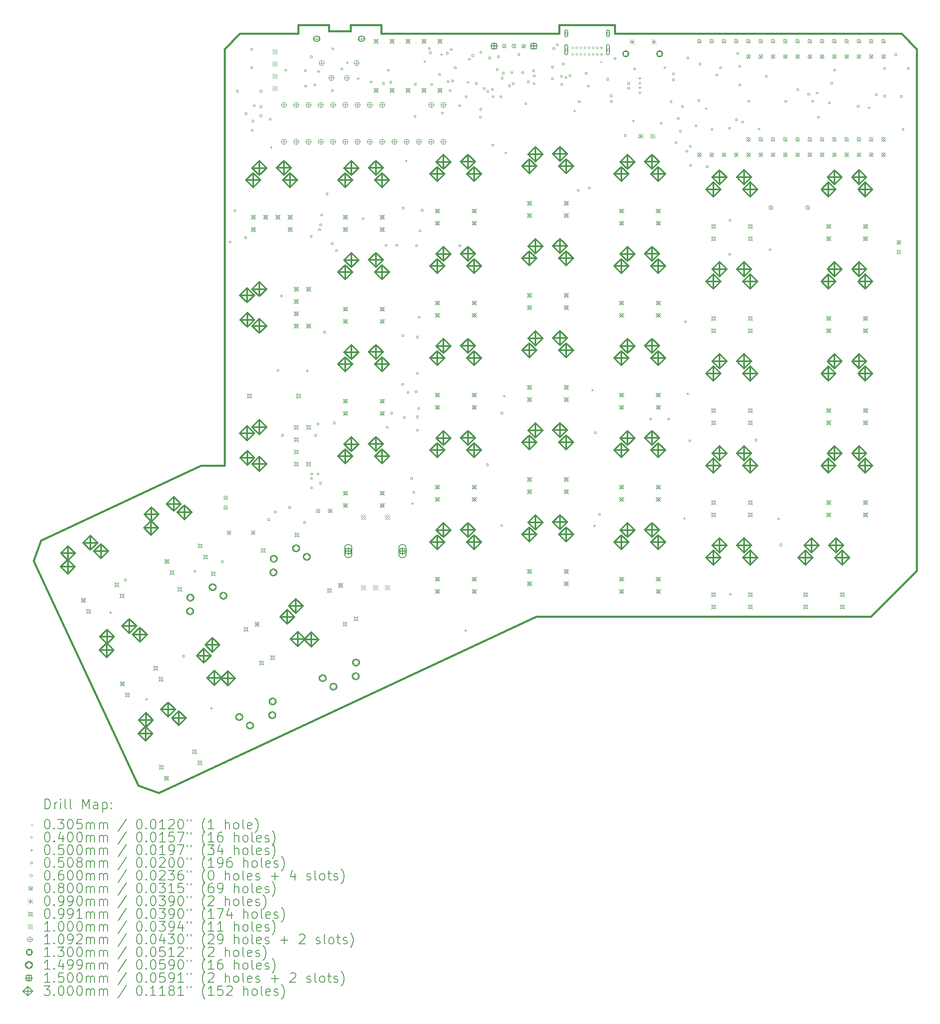
<source format=gbr>
%TF.GenerationSoftware,KiCad,Pcbnew,(6.0.7)*%
%TF.CreationDate,2023-01-12T11:12:47-06:00*%
%TF.ProjectId,ErgoDOX,4572676f-444f-4582-9e6b-696361645f70,rev?*%
%TF.SameCoordinates,Original*%
%TF.FileFunction,Drillmap*%
%TF.FilePolarity,Positive*%
%FSLAX45Y45*%
G04 Gerber Fmt 4.5, Leading zero omitted, Abs format (unit mm)*
G04 Created by KiCad (PCBNEW (6.0.7)) date 2023-01-12 11:12:47*
%MOMM*%
%LPD*%
G01*
G04 APERTURE LIST*
%ADD10C,0.381000*%
%ADD11C,0.200000*%
%ADD12C,0.030480*%
%ADD13C,0.040000*%
%ADD14C,0.050000*%
%ADD15C,0.050800*%
%ADD16C,0.060000*%
%ADD17C,0.080000*%
%ADD18C,0.099000*%
%ADD19C,0.099060*%
%ADD20C,0.100000*%
%ADD21C,0.109220*%
%ADD22C,0.130000*%
%ADD23C,0.149860*%
%ADD24C,0.150000*%
%ADD25C,0.300000*%
G04 APERTURE END LIST*
D10*
X9504680Y-3048000D02*
X8870950Y-3048000D01*
X14340840Y-3048000D02*
X13190220Y-3048000D01*
X6261100Y-12166600D02*
X5770880Y-12166600D01*
X7787640Y-3225800D02*
X6581140Y-3225800D01*
X19639280Y-15290800D02*
X20591780Y-14338300D01*
X2461768Y-13709650D02*
X2308098Y-14131544D01*
X4476496Y-18781776D02*
X4898390Y-18935192D01*
X13190220Y-3048000D02*
X13190220Y-3225800D01*
X8870950Y-3175000D02*
X8421370Y-3175000D01*
X20274280Y-3225800D02*
X14340840Y-3225800D01*
X2308098Y-14131544D02*
X4476496Y-18781776D01*
X6581140Y-3225800D02*
X6261100Y-3543300D01*
X8421370Y-3048000D02*
X7787640Y-3048000D01*
X6261100Y-3543300D02*
X6261100Y-12166600D01*
X9504680Y-3225800D02*
X9504680Y-3048000D01*
X14340840Y-3225800D02*
X14340840Y-3048000D01*
X8421370Y-3175000D02*
X8421370Y-3048000D01*
X7787640Y-3048000D02*
X7787640Y-3225800D01*
X20591780Y-3543300D02*
X20274280Y-3225800D01*
X8870950Y-3048000D02*
X8870950Y-3175000D01*
X12715240Y-15290800D02*
X19639280Y-15290800D01*
X20591780Y-14338300D02*
X20591780Y-3543300D01*
X4898390Y-18935192D02*
X12715240Y-15290800D01*
X5770880Y-12166600D02*
X2461768Y-13709650D01*
X13190220Y-3225800D02*
X9504680Y-3225800D01*
D11*
D12*
X14043660Y-3794760D02*
X14074140Y-3825240D01*
X14074140Y-3794760D02*
X14043660Y-3825240D01*
D13*
X13489300Y-3518700D02*
G75*
G03*
X13489300Y-3518700I-20000J0D01*
G01*
X13489300Y-3653700D02*
G75*
G03*
X13489300Y-3653700I-20000J0D01*
G01*
X13574300Y-3518700D02*
G75*
G03*
X13574300Y-3518700I-20000J0D01*
G01*
X13574300Y-3653700D02*
G75*
G03*
X13574300Y-3653700I-20000J0D01*
G01*
X13659300Y-3518700D02*
G75*
G03*
X13659300Y-3518700I-20000J0D01*
G01*
X13659300Y-3653700D02*
G75*
G03*
X13659300Y-3653700I-20000J0D01*
G01*
X13744300Y-3518700D02*
G75*
G03*
X13744300Y-3518700I-20000J0D01*
G01*
X13744300Y-3653700D02*
G75*
G03*
X13744300Y-3653700I-20000J0D01*
G01*
X13829300Y-3518700D02*
G75*
G03*
X13829300Y-3518700I-20000J0D01*
G01*
X13829300Y-3653700D02*
G75*
G03*
X13829300Y-3653700I-20000J0D01*
G01*
X13914300Y-3518700D02*
G75*
G03*
X13914300Y-3518700I-20000J0D01*
G01*
X13914300Y-3653700D02*
G75*
G03*
X13914300Y-3653700I-20000J0D01*
G01*
X13999300Y-3518700D02*
G75*
G03*
X13999300Y-3518700I-20000J0D01*
G01*
X13999300Y-3653700D02*
G75*
G03*
X13999300Y-3653700I-20000J0D01*
G01*
X14084300Y-3518700D02*
G75*
G03*
X14084300Y-3518700I-20000J0D01*
G01*
X14084300Y-3653700D02*
G75*
G03*
X14084300Y-3653700I-20000J0D01*
G01*
D14*
X3900000Y-15175000D02*
X3900000Y-15225000D01*
X3875000Y-15200000D02*
X3925000Y-15200000D01*
X4650000Y-16975000D02*
X4650000Y-17025000D01*
X4625000Y-17000000D02*
X4675000Y-17000000D01*
X5987000Y-17159000D02*
X5987000Y-17209000D01*
X5962000Y-17184000D02*
X6012000Y-17184000D01*
X7225000Y-5550000D02*
X7225000Y-5600000D01*
X7200000Y-5575000D02*
X7250000Y-5575000D01*
X7975000Y-10175000D02*
X7975000Y-10225000D01*
X7950000Y-10200000D02*
X8000000Y-10200000D01*
X8800000Y-3800000D02*
X8800000Y-3850000D01*
X8775000Y-3825000D02*
X8825000Y-3825000D01*
X9025000Y-4125000D02*
X9025000Y-4175000D01*
X9000000Y-4150000D02*
X9050000Y-4150000D01*
X9125000Y-7025000D02*
X9125000Y-7075000D01*
X9100000Y-7050000D02*
X9150000Y-7050000D01*
X10019000Y-5828000D02*
X10019000Y-5878000D01*
X9994000Y-5853000D02*
X10044000Y-5853000D01*
X10149000Y-12921000D02*
X10149000Y-12971000D01*
X10124000Y-12946000D02*
X10174000Y-12946000D01*
X10400000Y-3775000D02*
X10400000Y-3825000D01*
X10375000Y-3800000D02*
X10425000Y-3800000D01*
X10750000Y-3625000D02*
X10750000Y-3675000D01*
X10725000Y-3650000D02*
X10775000Y-3650000D01*
X11250000Y-15550000D02*
X11250000Y-15600000D01*
X11225000Y-15575000D02*
X11275000Y-15575000D01*
X11300000Y-4200000D02*
X11300000Y-4250000D01*
X11275000Y-4225000D02*
X11325000Y-4225000D01*
X11994000Y-13375000D02*
X11994000Y-13425000D01*
X11969000Y-13400000D02*
X12019000Y-13400000D01*
X12050000Y-10700000D02*
X12050000Y-10750000D01*
X12025000Y-10725000D02*
X12075000Y-10725000D01*
X12077700Y-5664600D02*
X12077700Y-5714600D01*
X12052700Y-5689600D02*
X12102700Y-5689600D01*
X13500000Y-4800000D02*
X13500000Y-4850000D01*
X13475000Y-4825000D02*
X13525000Y-4825000D01*
X13875000Y-10575000D02*
X13875000Y-10625000D01*
X13850000Y-10600000D02*
X13900000Y-10600000D01*
X13919200Y-13383000D02*
X13919200Y-13433000D01*
X13894200Y-13408000D02*
X13944200Y-13408000D01*
X14725000Y-5000000D02*
X14725000Y-5050000D01*
X14700000Y-5025000D02*
X14750000Y-5025000D01*
X14859000Y-4117600D02*
X14859000Y-4167600D01*
X14834000Y-4142600D02*
X14884000Y-4142600D01*
X14859000Y-4217600D02*
X14859000Y-4267600D01*
X14834000Y-4242600D02*
X14884000Y-4242600D01*
X14859000Y-4317600D02*
X14859000Y-4367600D01*
X14834000Y-4342600D02*
X14884000Y-4342600D01*
X14859000Y-4417600D02*
X14859000Y-4467600D01*
X14834000Y-4442600D02*
X14884000Y-4442600D01*
X15375000Y-3900000D02*
X15375000Y-3950000D01*
X15350000Y-3925000D02*
X15400000Y-3925000D01*
X15779000Y-13226000D02*
X15779000Y-13276000D01*
X15754000Y-13251000D02*
X15804000Y-13251000D01*
X15850000Y-10650000D02*
X15850000Y-10700000D01*
X15825000Y-10675000D02*
X15875000Y-10675000D01*
X16225000Y-4750000D02*
X16225000Y-4800000D01*
X16200000Y-4775000D02*
X16250000Y-4775000D01*
X16725000Y-14800000D02*
X16725000Y-14850000D01*
X16700000Y-14825000D02*
X16750000Y-14825000D01*
X17322800Y-5169300D02*
X17322800Y-5219300D01*
X17297800Y-5194300D02*
X17347800Y-5194300D01*
X17724000Y-13234000D02*
X17724000Y-13284000D01*
X17699000Y-13259000D02*
X17749000Y-13259000D01*
X18525000Y-4425000D02*
X18525000Y-4475000D01*
X18500000Y-4450000D02*
X18550000Y-4450000D01*
X19600000Y-4725000D02*
X19600000Y-4775000D01*
X19575000Y-4750000D02*
X19625000Y-4750000D01*
D15*
X4221661Y-14546761D02*
X4221661Y-14510839D01*
X4185739Y-14510839D01*
X4185739Y-14546761D01*
X4221661Y-14546761D01*
X5428161Y-16121561D02*
X5428161Y-16085639D01*
X5392239Y-16085639D01*
X5392239Y-16121561D01*
X5428161Y-16121561D01*
X5664331Y-14366885D02*
X5664331Y-14330963D01*
X5628409Y-14330963D01*
X5628409Y-14366885D01*
X5664331Y-14366885D01*
X6228261Y-14165761D02*
X6228261Y-14129839D01*
X6192339Y-14129839D01*
X6192339Y-14165761D01*
X6228261Y-14165761D01*
X6393361Y-7549061D02*
X6393361Y-7513139D01*
X6357439Y-7513139D01*
X6357439Y-7549061D01*
X6393361Y-7549061D01*
X6494961Y-6901361D02*
X6494961Y-6865439D01*
X6459039Y-6865439D01*
X6459039Y-6901361D01*
X6494961Y-6901361D01*
X6542061Y-4429961D02*
X6542061Y-4394039D01*
X6506139Y-4394039D01*
X6506139Y-4429961D01*
X6542061Y-4429961D01*
X6710861Y-7461181D02*
X6710861Y-7425259D01*
X6674939Y-7425259D01*
X6674939Y-7461181D01*
X6710861Y-7461181D01*
X6723561Y-4894761D02*
X6723561Y-4858839D01*
X6687639Y-4858839D01*
X6687639Y-4894761D01*
X6723561Y-4894761D01*
X6839361Y-3561261D02*
X6839361Y-3525339D01*
X6803439Y-3525339D01*
X6803439Y-3561261D01*
X6839361Y-3561261D01*
X6839361Y-3942261D02*
X6839361Y-3906339D01*
X6803439Y-3906339D01*
X6803439Y-3942261D01*
X6839361Y-3942261D01*
X6848551Y-5239670D02*
X6848551Y-5203749D01*
X6812629Y-5203749D01*
X6812629Y-5239670D01*
X6848551Y-5239670D01*
X6863261Y-5047161D02*
X6863261Y-5011239D01*
X6827339Y-5011239D01*
X6827339Y-5047161D01*
X6863261Y-5047161D01*
X6891339Y-4727970D02*
X6891339Y-4692048D01*
X6855417Y-4692048D01*
X6855417Y-4727970D01*
X6891339Y-4727970D01*
X7032061Y-4429961D02*
X7032061Y-4394039D01*
X6996139Y-4394039D01*
X6996139Y-4429961D01*
X7032061Y-4429961D01*
X7032061Y-4749961D02*
X7032061Y-4714039D01*
X6996139Y-4714039D01*
X6996139Y-4749961D01*
X7032061Y-4749961D01*
X7032061Y-4937961D02*
X7032061Y-4902039D01*
X6996139Y-4902039D01*
X6996139Y-4937961D01*
X7032061Y-4937961D01*
X7192961Y-13292961D02*
X7192961Y-13257039D01*
X7157039Y-13257039D01*
X7157039Y-13292961D01*
X7192961Y-13292961D01*
X7223802Y-5006515D02*
X7223802Y-4970593D01*
X7187880Y-4970593D01*
X7187880Y-5006515D01*
X7223802Y-5006515D01*
X7333161Y-13137061D02*
X7333161Y-13101139D01*
X7297239Y-13101139D01*
X7297239Y-13137061D01*
X7333161Y-13137061D01*
X7379751Y-10204751D02*
X7379751Y-10168829D01*
X7343829Y-10168829D01*
X7343829Y-10204751D01*
X7379751Y-10204751D01*
X7460161Y-8666661D02*
X7460161Y-8630739D01*
X7424239Y-8630739D01*
X7424239Y-8666661D01*
X7460161Y-8666661D01*
X7472861Y-11549561D02*
X7472861Y-11513639D01*
X7436939Y-11513639D01*
X7436939Y-11549561D01*
X7472861Y-11549561D01*
X7542961Y-3992961D02*
X7542961Y-3957039D01*
X7507039Y-3957039D01*
X7507039Y-3992961D01*
X7542961Y-3992961D01*
X7623661Y-13046561D02*
X7623661Y-13010639D01*
X7587739Y-13010639D01*
X7587739Y-13046561D01*
X7623661Y-13046561D01*
X7930061Y-13352961D02*
X7930061Y-13317039D01*
X7894139Y-13317039D01*
X7894139Y-13352961D01*
X7930061Y-13352961D01*
X7947067Y-4001455D02*
X7947067Y-3965533D01*
X7911145Y-3965533D01*
X7911145Y-4001455D01*
X7947067Y-4001455D01*
X7954678Y-4324044D02*
X7954678Y-4288122D01*
X7918756Y-4288122D01*
X7918756Y-4324044D01*
X7954678Y-4324044D01*
X8069761Y-7434761D02*
X8069761Y-7398839D01*
X8033839Y-7398839D01*
X8033839Y-7434761D01*
X8069761Y-7434761D01*
X8072351Y-3717961D02*
X8072351Y-3682039D01*
X8036429Y-3682039D01*
X8036429Y-3717961D01*
X8072351Y-3717961D01*
X8077611Y-12445161D02*
X8077611Y-12409239D01*
X8041689Y-12409239D01*
X8041689Y-12445161D01*
X8077611Y-12445161D01*
X8077611Y-12635161D02*
X8077611Y-12599239D01*
X8041689Y-12599239D01*
X8041689Y-12635161D01*
X8077611Y-12635161D01*
X8082461Y-12349661D02*
X8082461Y-12313739D01*
X8046539Y-12313739D01*
X8046539Y-12349661D01*
X8082461Y-12349661D01*
X8142961Y-4295382D02*
X8142961Y-4259461D01*
X8107039Y-4259461D01*
X8107039Y-4295382D01*
X8142961Y-4295382D01*
X8158661Y-11549561D02*
X8158661Y-11513639D01*
X8122739Y-11513639D01*
X8122739Y-11549561D01*
X8158661Y-11549561D01*
X8209461Y-11316106D02*
X8209461Y-11280184D01*
X8173539Y-11280184D01*
X8173539Y-11316106D01*
X8209461Y-11316106D01*
X8209461Y-12349661D02*
X8209461Y-12313739D01*
X8173539Y-12313739D01*
X8173539Y-12349661D01*
X8209461Y-12349661D01*
X8217961Y-4017961D02*
X8217961Y-3982039D01*
X8182039Y-3982039D01*
X8182039Y-4017961D01*
X8217961Y-4017961D01*
X8241571Y-7294351D02*
X8241571Y-7258429D01*
X8205649Y-7258429D01*
X8205649Y-7294351D01*
X8241571Y-7294351D01*
X8265111Y-12540161D02*
X8265111Y-12504239D01*
X8229189Y-12504239D01*
X8229189Y-12540161D01*
X8265111Y-12540161D01*
X8267961Y-7192961D02*
X8267961Y-7157039D01*
X8232039Y-7157039D01*
X8232039Y-7192961D01*
X8267961Y-7192961D01*
X8287131Y-6992961D02*
X8287131Y-6957039D01*
X8251209Y-6957039D01*
X8251209Y-6992961D01*
X8287131Y-6992961D01*
X8349161Y-9415961D02*
X8349161Y-9380039D01*
X8313239Y-9380039D01*
X8313239Y-9415961D01*
X8349161Y-9415961D01*
X8400706Y-6554806D02*
X8400706Y-6518884D01*
X8364784Y-6518884D01*
X8364784Y-6554806D01*
X8400706Y-6554806D01*
X8503411Y-7582511D02*
X8503411Y-7546589D01*
X8467489Y-7546589D01*
X8467489Y-7582511D01*
X8503411Y-7582511D01*
X8507505Y-4414171D02*
X8507505Y-4378249D01*
X8471583Y-4378249D01*
X8471583Y-4414171D01*
X8507505Y-4414171D01*
X8517961Y-3554791D02*
X8517961Y-3518869D01*
X8482039Y-3518869D01*
X8482039Y-3554791D01*
X8517961Y-3554791D01*
X8552361Y-11295561D02*
X8552361Y-11259639D01*
X8516439Y-11259639D01*
X8516439Y-11295561D01*
X8552361Y-11295561D01*
X8592961Y-7724271D02*
X8592961Y-7688349D01*
X8557039Y-7688349D01*
X8557039Y-7724271D01*
X8592961Y-7724271D01*
X8701688Y-3965976D02*
X8701688Y-3930055D01*
X8665767Y-3930055D01*
X8665767Y-3965976D01*
X8701688Y-3965976D01*
X9311511Y-4241571D02*
X9311511Y-4205649D01*
X9275589Y-4205649D01*
X9275589Y-4241571D01*
X9311511Y-4241571D01*
X9567961Y-4267961D02*
X9567961Y-4232039D01*
X9532039Y-4232039D01*
X9532039Y-4267961D01*
X9567961Y-4267961D01*
X9617961Y-7617961D02*
X9617961Y-7582039D01*
X9582039Y-7582039D01*
X9582039Y-7617961D01*
X9617961Y-7617961D01*
X9644561Y-11384461D02*
X9644561Y-11348539D01*
X9608639Y-11348539D01*
X9608639Y-11384461D01*
X9644561Y-11384461D01*
X9667961Y-3992961D02*
X9667961Y-3957039D01*
X9632039Y-3957039D01*
X9632039Y-3992961D01*
X9667961Y-3992961D01*
X9717961Y-4242961D02*
X9717961Y-4207039D01*
X9682039Y-4207039D01*
X9682039Y-4242961D01*
X9717961Y-4242961D01*
X9733461Y-11092361D02*
X9733461Y-11056439D01*
X9697539Y-11056439D01*
X9697539Y-11092361D01*
X9733461Y-11092361D01*
X9842961Y-7617961D02*
X9842961Y-7582039D01*
X9807039Y-7582039D01*
X9807039Y-7617961D01*
X9842961Y-7617961D01*
X9963471Y-10492961D02*
X9963471Y-10457039D01*
X9927549Y-10457039D01*
X9927549Y-10492961D01*
X9963471Y-10492961D01*
X9970011Y-9490911D02*
X9970011Y-9454989D01*
X9934090Y-9454989D01*
X9934090Y-9490911D01*
X9970011Y-9490911D01*
X9974761Y-6850561D02*
X9974761Y-6814639D01*
X9938839Y-6814639D01*
X9938839Y-6850561D01*
X9974761Y-6850561D01*
X10000161Y-11179251D02*
X10000161Y-11143329D01*
X9964239Y-11143329D01*
X9964239Y-11179251D01*
X10000161Y-11179251D01*
X10075420Y-10667961D02*
X10075420Y-10632039D01*
X10039498Y-10632039D01*
X10039498Y-10667961D01*
X10075420Y-10667961D01*
X10147451Y-12440910D02*
X10147451Y-12404989D01*
X10111529Y-12404989D01*
X10111529Y-12440910D01*
X10147451Y-12440910D01*
X10190661Y-12730661D02*
X10190661Y-12694739D01*
X10154739Y-12694739D01*
X10154739Y-12730661D01*
X10190661Y-12730661D01*
X10217593Y-4948151D02*
X10217593Y-4912229D01*
X10181671Y-4912229D01*
X10181671Y-4948151D01*
X10217593Y-4948151D01*
X10228761Y-4285161D02*
X10228761Y-4249239D01*
X10192839Y-4249239D01*
X10192839Y-4285161D01*
X10228761Y-4285161D01*
X10239891Y-10648543D02*
X10239891Y-10612621D01*
X10203969Y-10612621D01*
X10203969Y-10648543D01*
X10239891Y-10648543D01*
X10251896Y-7622996D02*
X10251896Y-7587074D01*
X10215974Y-7587074D01*
X10215974Y-7622996D01*
X10251896Y-7622996D01*
X10267961Y-9517961D02*
X10267961Y-9482039D01*
X10232039Y-9482039D01*
X10232039Y-9517961D01*
X10267961Y-9517961D01*
X10267961Y-10267961D02*
X10267961Y-10232039D01*
X10232039Y-10232039D01*
X10232039Y-10267961D01*
X10267961Y-10267961D01*
X10267961Y-11167961D02*
X10267961Y-11132039D01*
X10232039Y-11132039D01*
X10232039Y-11167961D01*
X10267961Y-11167961D01*
X10267961Y-11442961D02*
X10267961Y-11407039D01*
X10232039Y-11407039D01*
X10232039Y-11442961D01*
X10267961Y-11442961D01*
X10292961Y-10992961D02*
X10292961Y-10957039D01*
X10257039Y-10957039D01*
X10257039Y-10992961D01*
X10292961Y-10992961D01*
X10305461Y-9105461D02*
X10305461Y-9069539D01*
X10269539Y-9069539D01*
X10269539Y-9105461D01*
X10305461Y-9105461D01*
X10317961Y-7317961D02*
X10317961Y-7282039D01*
X10282039Y-7282039D01*
X10282039Y-7317961D01*
X10317961Y-7317961D01*
X10367961Y-6892961D02*
X10367961Y-6857039D01*
X10332039Y-6857039D01*
X10332039Y-6892961D01*
X10367961Y-6892961D01*
X10517961Y-3542961D02*
X10517961Y-3507039D01*
X10482039Y-3507039D01*
X10482039Y-3542961D01*
X10517961Y-3542961D01*
X10536542Y-3632442D02*
X10536542Y-3596520D01*
X10500621Y-3596520D01*
X10500621Y-3632442D01*
X10536542Y-3632442D01*
X10567961Y-4291571D02*
X10567961Y-4255649D01*
X10532039Y-4255649D01*
X10532039Y-4291571D01*
X10567961Y-4291571D01*
X10729073Y-4081849D02*
X10729073Y-4045927D01*
X10693151Y-4045927D01*
X10693151Y-4081849D01*
X10729073Y-4081849D01*
X10787561Y-4883119D02*
X10787561Y-4847197D01*
X10751639Y-4847197D01*
X10751639Y-4883119D01*
X10787561Y-4883119D01*
X10890911Y-3640910D02*
X10890911Y-3604989D01*
X10854989Y-3604989D01*
X10854989Y-3640910D01*
X10890911Y-3640910D01*
X10905546Y-4230355D02*
X10905546Y-4194433D01*
X10869625Y-4194433D01*
X10869625Y-4230355D01*
X10905546Y-4230355D01*
X10947024Y-4413897D02*
X10947024Y-4377976D01*
X10911103Y-4377976D01*
X10911103Y-4413897D01*
X10947024Y-4413897D01*
X10967961Y-3567961D02*
X10967961Y-3532039D01*
X10932039Y-3532039D01*
X10932039Y-3567961D01*
X10967961Y-3567961D01*
X10995891Y-4216571D02*
X10995891Y-4180649D01*
X10959969Y-4180649D01*
X10959969Y-4216571D01*
X10995891Y-4216571D01*
X11052961Y-3942961D02*
X11052961Y-3907039D01*
X11017039Y-3907039D01*
X11017039Y-3942961D01*
X11052961Y-3942961D01*
X11140571Y-4727071D02*
X11140571Y-4691149D01*
X11104649Y-4691149D01*
X11104649Y-4727071D01*
X11140571Y-4727071D01*
X11146230Y-7622996D02*
X11146230Y-7587074D01*
X11110308Y-7587074D01*
X11110308Y-7622996D01*
X11146230Y-7622996D01*
X11275268Y-4543762D02*
X11275268Y-4507840D01*
X11239346Y-4507840D01*
X11239346Y-4543762D01*
X11275268Y-4543762D01*
X11345011Y-3765910D02*
X11345011Y-3729989D01*
X11309089Y-3729989D01*
X11309089Y-3765910D01*
X11345011Y-3765910D01*
X11416061Y-3692961D02*
X11416061Y-3657039D01*
X11380139Y-3657039D01*
X11380139Y-3692961D01*
X11416061Y-3692961D01*
X11489671Y-4267961D02*
X11489671Y-4232039D01*
X11453749Y-4232039D01*
X11453749Y-4267961D01*
X11489671Y-4267961D01*
X11576211Y-4969711D02*
X11576211Y-4933789D01*
X11540289Y-4933789D01*
X11540289Y-4969711D01*
X11576211Y-4969711D01*
X11580103Y-4800718D02*
X11580103Y-4764797D01*
X11544181Y-4764797D01*
X11544181Y-4800718D01*
X11580103Y-4800718D01*
X11584899Y-3622757D02*
X11584899Y-3586835D01*
X11548978Y-3586835D01*
X11548978Y-3622757D01*
X11584899Y-3622757D01*
X11653971Y-4374771D02*
X11653971Y-4338849D01*
X11618050Y-4338849D01*
X11618050Y-4374771D01*
X11653971Y-4374771D01*
X11715003Y-12159161D02*
X11715003Y-12123239D01*
X11679081Y-12123239D01*
X11679081Y-12159161D01*
X11715003Y-12159161D01*
X11726401Y-4430502D02*
X11726401Y-4394580D01*
X11690480Y-4394580D01*
X11690480Y-4430502D01*
X11726401Y-4430502D01*
X11763439Y-3742961D02*
X11763439Y-3707039D01*
X11727517Y-3707039D01*
X11727517Y-3742961D01*
X11763439Y-3742961D01*
X11817961Y-4392961D02*
X11817961Y-4357039D01*
X11782039Y-4357039D01*
X11782039Y-4392961D01*
X11817961Y-4392961D01*
X11828961Y-5542461D02*
X11828961Y-5506539D01*
X11793039Y-5506539D01*
X11793039Y-5542461D01*
X11828961Y-5542461D01*
X11838051Y-4543762D02*
X11838051Y-4507840D01*
X11802129Y-4507840D01*
X11802129Y-4543762D01*
X11838051Y-4543762D01*
X11920824Y-3979963D02*
X11920824Y-3944042D01*
X11884902Y-3944042D01*
X11884902Y-3979963D01*
X11920824Y-3979963D01*
X11942961Y-3717520D02*
X11942961Y-3681599D01*
X11907039Y-3681599D01*
X11907039Y-3717520D01*
X11942961Y-3717520D01*
X11994351Y-4543762D02*
X11994351Y-4507840D01*
X11958429Y-4507840D01*
X11958429Y-4543762D01*
X11994351Y-4543762D01*
X12017961Y-11092961D02*
X12017961Y-11057039D01*
X11982039Y-11057039D01*
X11982039Y-11092961D01*
X12017961Y-11092961D01*
X12019461Y-4158161D02*
X12019461Y-4122239D01*
X11983539Y-4122239D01*
X11983539Y-4158161D01*
X12019461Y-4158161D01*
X12044861Y-4056561D02*
X12044861Y-4020639D01*
X12008939Y-4020639D01*
X12008939Y-4056561D01*
X12044861Y-4056561D01*
X12173994Y-4319117D02*
X12173994Y-4283196D01*
X12138073Y-4283196D01*
X12138073Y-4319117D01*
X12173994Y-4319117D01*
X12223211Y-4043861D02*
X12223211Y-4007939D01*
X12187289Y-4007939D01*
X12187289Y-4043861D01*
X12223211Y-4043861D01*
X12248061Y-4272461D02*
X12248061Y-4236539D01*
X12212139Y-4236539D01*
X12212139Y-4272461D01*
X12248061Y-4272461D01*
X12367961Y-3667961D02*
X12367961Y-3632039D01*
X12332039Y-3632039D01*
X12332039Y-3667961D01*
X12367961Y-3667961D01*
X12450711Y-4043861D02*
X12450711Y-4007939D01*
X12414789Y-4007939D01*
X12414789Y-4043861D01*
X12450711Y-4043861D01*
X12515544Y-4684951D02*
X12515544Y-4649029D01*
X12479622Y-4649029D01*
X12479622Y-4684951D01*
X12515544Y-4684951D01*
X12565561Y-4234361D02*
X12565561Y-4198439D01*
X12529639Y-4198439D01*
X12529639Y-4234361D01*
X12565561Y-4234361D01*
X12677137Y-4004967D02*
X12677137Y-3969045D01*
X12641215Y-3969045D01*
X12641215Y-4004967D01*
X12677137Y-4004967D01*
X12679861Y-4272461D02*
X12679861Y-4236539D01*
X12643939Y-4236539D01*
X12643939Y-4272461D01*
X12679861Y-4272461D01*
X12685905Y-4114017D02*
X12685905Y-4078095D01*
X12649983Y-4078095D01*
X12649983Y-4114017D01*
X12685905Y-4114017D01*
X13062361Y-3929561D02*
X13062361Y-3893639D01*
X13026439Y-3893639D01*
X13026439Y-3929561D01*
X13062361Y-3929561D01*
X13062361Y-4170861D02*
X13062361Y-4134939D01*
X13026439Y-4134939D01*
X13026439Y-4170861D01*
X13062361Y-4170861D01*
X13092961Y-3541571D02*
X13092961Y-3505649D01*
X13057039Y-3505649D01*
X13057039Y-3541571D01*
X13092961Y-3541571D01*
X13167961Y-3467961D02*
X13167961Y-3432039D01*
X13132039Y-3432039D01*
X13132039Y-3467961D01*
X13167961Y-3467961D01*
X13252943Y-4120143D02*
X13252943Y-4084222D01*
X13217022Y-4084222D01*
X13217022Y-4120143D01*
X13252943Y-4120143D01*
X13255800Y-4290921D02*
X13255800Y-4255000D01*
X13219879Y-4255000D01*
X13219879Y-4290921D01*
X13255800Y-4290921D01*
X13292961Y-3867961D02*
X13292961Y-3832039D01*
X13257039Y-3832039D01*
X13257039Y-3867961D01*
X13292961Y-3867961D01*
X13341245Y-4143701D02*
X13341245Y-4107780D01*
X13305324Y-4107780D01*
X13305324Y-4143701D01*
X13341245Y-4143701D01*
X13424898Y-4106899D02*
X13424898Y-4070977D01*
X13388976Y-4070977D01*
X13388976Y-4106899D01*
X13424898Y-4106899D01*
X13594261Y-6482261D02*
X13594261Y-6446339D01*
X13558339Y-6446339D01*
X13558339Y-6482261D01*
X13594261Y-6482261D01*
X13617961Y-4642961D02*
X13617961Y-4607039D01*
X13582039Y-4607039D01*
X13582039Y-4642961D01*
X13617961Y-4642961D01*
X13762080Y-4058572D02*
X13762080Y-4022650D01*
X13726159Y-4022650D01*
X13726159Y-4058572D01*
X13762080Y-4058572D01*
X13810161Y-4321699D02*
X13810161Y-4285777D01*
X13774239Y-4285777D01*
X13774239Y-4321699D01*
X13810161Y-4321699D01*
X13822861Y-6431461D02*
X13822861Y-6395539D01*
X13786939Y-6395539D01*
X13786939Y-6431461D01*
X13822861Y-6431461D01*
X13949861Y-11498761D02*
X13949861Y-11462839D01*
X13913939Y-11462839D01*
X13913939Y-11498761D01*
X13949861Y-11498761D01*
X14038761Y-13187861D02*
X14038761Y-13151939D01*
X14002839Y-13151939D01*
X14002839Y-13187861D01*
X14038761Y-13187861D01*
X14205361Y-4183561D02*
X14205361Y-4147639D01*
X14169439Y-4147639D01*
X14169439Y-4183561D01*
X14205361Y-4183561D01*
X14277866Y-4522096D02*
X14277866Y-4486174D01*
X14241945Y-4486174D01*
X14241945Y-4522096D01*
X14277866Y-4522096D01*
X14280061Y-4640761D02*
X14280061Y-4604839D01*
X14244139Y-4604839D01*
X14244139Y-4640761D01*
X14280061Y-4640761D01*
X14356261Y-3754351D02*
X14356261Y-3718429D01*
X14320339Y-3718429D01*
X14320339Y-3754351D01*
X14356261Y-3754351D01*
X14567961Y-5342961D02*
X14567961Y-5307039D01*
X14532039Y-5307039D01*
X14532039Y-5342961D01*
X14567961Y-5342961D01*
X14642961Y-4267961D02*
X14642961Y-4232039D01*
X14607039Y-4232039D01*
X14607039Y-4267961D01*
X14642961Y-4267961D01*
X14642961Y-4367961D02*
X14642961Y-4332039D01*
X14607039Y-4332039D01*
X14607039Y-4367961D01*
X14642961Y-4367961D01*
X14762661Y-3967661D02*
X14762661Y-3931739D01*
X14726739Y-3931739D01*
X14726739Y-3967661D01*
X14762661Y-3967661D01*
X15092961Y-11216571D02*
X15092961Y-11180649D01*
X15057039Y-11180649D01*
X15057039Y-11216571D01*
X15092961Y-11216571D01*
X15317961Y-5092961D02*
X15317961Y-5057039D01*
X15282039Y-5057039D01*
X15282039Y-5092961D01*
X15317961Y-5092961D01*
X15467961Y-11216571D02*
X15467961Y-11180649D01*
X15432039Y-11180649D01*
X15432039Y-11216571D01*
X15467961Y-11216571D01*
X15517961Y-4642961D02*
X15517961Y-4607039D01*
X15482039Y-4607039D01*
X15482039Y-4642961D01*
X15517961Y-4642961D01*
X15567961Y-4067961D02*
X15567961Y-4032039D01*
X15532039Y-4032039D01*
X15532039Y-4067961D01*
X15567961Y-4067961D01*
X15567961Y-4192961D02*
X15567961Y-4157039D01*
X15532039Y-4157039D01*
X15532039Y-4192961D01*
X15567961Y-4192961D01*
X15617961Y-5492961D02*
X15617961Y-5457039D01*
X15582039Y-5457039D01*
X15582039Y-5492961D01*
X15617961Y-5492961D01*
X15667961Y-4992961D02*
X15667961Y-4957039D01*
X15632039Y-4957039D01*
X15632039Y-4992961D01*
X15667961Y-4992961D01*
X15714289Y-5259689D02*
X15714289Y-5223768D01*
X15678368Y-5223768D01*
X15678368Y-5259689D01*
X15714289Y-5259689D01*
X15758000Y-4746874D02*
X15758000Y-4710953D01*
X15722078Y-4710953D01*
X15722078Y-4746874D01*
X15758000Y-4746874D01*
X15816761Y-9200061D02*
X15816761Y-9164139D01*
X15780839Y-9164139D01*
X15780839Y-9200061D01*
X15816761Y-9200061D01*
X15844351Y-5670011D02*
X15844351Y-5634089D01*
X15808429Y-5634089D01*
X15808429Y-5670011D01*
X15844351Y-5670011D01*
X15867961Y-3742961D02*
X15867961Y-3707039D01*
X15832039Y-3707039D01*
X15832039Y-3742961D01*
X15867961Y-3742961D01*
X15905661Y-11663861D02*
X15905661Y-11627939D01*
X15869739Y-11627939D01*
X15869739Y-11663861D01*
X15905661Y-11663861D01*
X15917690Y-5566571D02*
X15917690Y-5530649D01*
X15881769Y-5530649D01*
X15881769Y-5566571D01*
X15917690Y-5566571D01*
X15928471Y-5964151D02*
X15928471Y-5928229D01*
X15892549Y-5928229D01*
X15892549Y-5964151D01*
X15928471Y-5964151D01*
X16035251Y-5142961D02*
X16035251Y-5107039D01*
X15999329Y-5107039D01*
X15999329Y-5142961D01*
X16035251Y-5142961D01*
X16092961Y-4617961D02*
X16092961Y-4582039D01*
X16057039Y-4582039D01*
X16057039Y-4617961D01*
X16092961Y-4617961D01*
X16119351Y-3864185D02*
X16119351Y-3828264D01*
X16083429Y-3828264D01*
X16083429Y-3864185D01*
X16119351Y-3864185D01*
X16267961Y-5992961D02*
X16267961Y-5957039D01*
X16232039Y-5957039D01*
X16232039Y-5992961D01*
X16267961Y-5992961D01*
X16367961Y-5217961D02*
X16367961Y-5182039D01*
X16332039Y-5182039D01*
X16332039Y-5217961D01*
X16367961Y-5217961D01*
X16467961Y-4092961D02*
X16467961Y-4057039D01*
X16432039Y-4057039D01*
X16432039Y-4092961D01*
X16467961Y-4092961D01*
X16542961Y-3942961D02*
X16542961Y-3907039D01*
X16507039Y-3907039D01*
X16507039Y-3942961D01*
X16542961Y-3942961D01*
X16731161Y-7804186D02*
X16731161Y-7768264D01*
X16695239Y-7768264D01*
X16695239Y-7804186D01*
X16731161Y-7804186D01*
X16731711Y-5197961D02*
X16731711Y-5162039D01*
X16695789Y-5162039D01*
X16695789Y-5197961D01*
X16731711Y-5197961D01*
X16734987Y-7100751D02*
X16734987Y-7064829D01*
X16699065Y-7064829D01*
X16699065Y-7100751D01*
X16734987Y-7100751D01*
X16870861Y-5020861D02*
X16870861Y-4984939D01*
X16834939Y-4984939D01*
X16834939Y-5020861D01*
X16870861Y-5020861D01*
X16899711Y-3642961D02*
X16899711Y-3607039D01*
X16863789Y-3607039D01*
X16863789Y-3642961D01*
X16899711Y-3642961D01*
X16942961Y-3917961D02*
X16942961Y-3882039D01*
X16907039Y-3882039D01*
X16907039Y-3917961D01*
X16942961Y-3917961D01*
X16942961Y-4300231D02*
X16942961Y-4264309D01*
X16907039Y-4264309D01*
X16907039Y-4300231D01*
X16942961Y-4300231D01*
X17001711Y-5067961D02*
X17001711Y-5032039D01*
X16965789Y-5032039D01*
X16965789Y-5067961D01*
X17001711Y-5067961D01*
X17124861Y-4636061D02*
X17124861Y-4600139D01*
X17088939Y-4600139D01*
X17088939Y-4636061D01*
X17124861Y-4636061D01*
X17277261Y-11651161D02*
X17277261Y-11615239D01*
X17241339Y-11615239D01*
X17241339Y-11651161D01*
X17277261Y-11651161D01*
X17492961Y-4117961D02*
X17492961Y-4082039D01*
X17457039Y-4082039D01*
X17457039Y-4117961D01*
X17492961Y-4117961D01*
X17567641Y-7712441D02*
X17567641Y-7676519D01*
X17531719Y-7676519D01*
X17531719Y-7712441D01*
X17567641Y-7712441D01*
X17792961Y-13817961D02*
X17792961Y-13782039D01*
X17757039Y-13782039D01*
X17757039Y-13817961D01*
X17792961Y-13817961D01*
X17892961Y-4636171D02*
X17892961Y-4600249D01*
X17857039Y-4600249D01*
X17857039Y-4636171D01*
X17892961Y-4636171D01*
X18140861Y-4395061D02*
X18140861Y-4359139D01*
X18104939Y-4359139D01*
X18104939Y-4395061D01*
X18140861Y-4395061D01*
X18367961Y-4492961D02*
X18367961Y-4457039D01*
X18332039Y-4457039D01*
X18332039Y-4492961D01*
X18367961Y-4492961D01*
X18450741Y-4635181D02*
X18450741Y-4599259D01*
X18414819Y-4599259D01*
X18414819Y-4635181D01*
X18450741Y-4635181D01*
X18567961Y-4967961D02*
X18567961Y-4932039D01*
X18532039Y-4932039D01*
X18532039Y-4967961D01*
X18567961Y-4967961D01*
X18792961Y-4667961D02*
X18792961Y-4632039D01*
X18757039Y-4632039D01*
X18757039Y-4667961D01*
X18792961Y-4667961D01*
X18842961Y-4266571D02*
X18842961Y-4230649D01*
X18807039Y-4230649D01*
X18807039Y-4266571D01*
X18842961Y-4266571D01*
X18907961Y-3992961D02*
X18907961Y-3957039D01*
X18872039Y-3957039D01*
X18872039Y-3992961D01*
X18907961Y-3992961D01*
X19392961Y-4742961D02*
X19392961Y-4707039D01*
X19357039Y-4707039D01*
X19357039Y-4742961D01*
X19392961Y-4742961D01*
X19766461Y-4501061D02*
X19766461Y-4465139D01*
X19730539Y-4465139D01*
X19730539Y-4501061D01*
X19766461Y-4501061D01*
X19940561Y-3960061D02*
X19940561Y-3924139D01*
X19904639Y-3924139D01*
X19904639Y-3960061D01*
X19940561Y-3960061D01*
X19941400Y-4531561D02*
X19941400Y-4495639D01*
X19905478Y-4495639D01*
X19905478Y-4531561D01*
X19941400Y-4531561D01*
X20171361Y-3675561D02*
X20171361Y-3639639D01*
X20135439Y-3639639D01*
X20135439Y-3675561D01*
X20171361Y-3675561D01*
X20287161Y-4539161D02*
X20287161Y-4503239D01*
X20251239Y-4503239D01*
X20251239Y-4539161D01*
X20287161Y-4539161D01*
X20317961Y-5217961D02*
X20317961Y-5182039D01*
X20282039Y-5182039D01*
X20282039Y-5217961D01*
X20317961Y-5217961D01*
X20430561Y-3960061D02*
X20430561Y-3924139D01*
X20394639Y-3924139D01*
X20394639Y-3960061D01*
X20430561Y-3960061D01*
D16*
X13334300Y-3247700D02*
X13364300Y-3217700D01*
X13334300Y-3187700D01*
X13304300Y-3217700D01*
X13334300Y-3247700D01*
D11*
X13364300Y-3257700D02*
X13364300Y-3177700D01*
X13304300Y-3257700D02*
X13304300Y-3177700D01*
X13364300Y-3177700D02*
G75*
G03*
X13304300Y-3177700I-30000J0D01*
G01*
X13304300Y-3257700D02*
G75*
G03*
X13364300Y-3257700I30000J0D01*
G01*
D16*
X13334300Y-3585700D02*
X13364300Y-3555700D01*
X13334300Y-3525700D01*
X13304300Y-3555700D01*
X13334300Y-3585700D01*
D11*
X13364300Y-3630700D02*
X13364300Y-3480700D01*
X13304300Y-3630700D02*
X13304300Y-3480700D01*
X13364300Y-3480700D02*
G75*
G03*
X13304300Y-3480700I-30000J0D01*
G01*
X13304300Y-3630700D02*
G75*
G03*
X13364300Y-3630700I30000J0D01*
G01*
D16*
X14199300Y-3247700D02*
X14229300Y-3217700D01*
X14199300Y-3187700D01*
X14169300Y-3217700D01*
X14199300Y-3247700D01*
D11*
X14229300Y-3257700D02*
X14229300Y-3177700D01*
X14169300Y-3257700D02*
X14169300Y-3177700D01*
X14229300Y-3177700D02*
G75*
G03*
X14169300Y-3177700I-30000J0D01*
G01*
X14169300Y-3257700D02*
G75*
G03*
X14229300Y-3257700I30000J0D01*
G01*
D16*
X14199300Y-3585700D02*
X14229300Y-3555700D01*
X14199300Y-3525700D01*
X14169300Y-3555700D01*
X14199300Y-3585700D01*
D11*
X14229300Y-3630700D02*
X14229300Y-3480700D01*
X14169300Y-3630700D02*
X14169300Y-3480700D01*
X14229300Y-3480700D02*
G75*
G03*
X14169300Y-3480700I-30000J0D01*
G01*
X14169300Y-3630700D02*
G75*
G03*
X14229300Y-3630700I30000J0D01*
G01*
D17*
X6246500Y-12788600D02*
X6326500Y-12868600D01*
X6326500Y-12788600D02*
X6246500Y-12868600D01*
X6326500Y-12828600D02*
G75*
G03*
X6326500Y-12828600I-40000J0D01*
G01*
X6246500Y-12988600D02*
X6326500Y-13068600D01*
X6326500Y-12988600D02*
X6246500Y-13068600D01*
X6326500Y-13028600D02*
G75*
G03*
X6326500Y-13028600I-40000J0D01*
G01*
X6314000Y-13510900D02*
X6394000Y-13590900D01*
X6394000Y-13510900D02*
X6314000Y-13590900D01*
X6394000Y-13550900D02*
G75*
G03*
X6394000Y-13550900I-40000J0D01*
G01*
X6814000Y-13510900D02*
X6894000Y-13590900D01*
X6894000Y-13510900D02*
X6814000Y-13590900D01*
X6894000Y-13550900D02*
G75*
G03*
X6894000Y-13550900I-40000J0D01*
G01*
X8160000Y-13060000D02*
X8240000Y-13140000D01*
X8240000Y-13060000D02*
X8160000Y-13140000D01*
X8240000Y-13100000D02*
G75*
G03*
X8240000Y-13100000I-40000J0D01*
G01*
X8410000Y-13060000D02*
X8490000Y-13140000D01*
X8490000Y-13060000D02*
X8410000Y-13140000D01*
X8490000Y-13100000D02*
G75*
G03*
X8490000Y-13100000I-40000J0D01*
G01*
X12012300Y-3439800D02*
X12092300Y-3519800D01*
X12092300Y-3439800D02*
X12012300Y-3519800D01*
X12092300Y-3479800D02*
G75*
G03*
X12092300Y-3479800I-40000J0D01*
G01*
X12212300Y-3439800D02*
X12292300Y-3519800D01*
X12292300Y-3439800D02*
X12212300Y-3519800D01*
X12292300Y-3479800D02*
G75*
G03*
X12292300Y-3479800I-40000J0D01*
G01*
X12412300Y-3439800D02*
X12492300Y-3519800D01*
X12492300Y-3439800D02*
X12412300Y-3519800D01*
X12492300Y-3479800D02*
G75*
G03*
X12492300Y-3479800I-40000J0D01*
G01*
X16050900Y-3338200D02*
X16130900Y-3418200D01*
X16130900Y-3338200D02*
X16050900Y-3418200D01*
X16130900Y-3378200D02*
G75*
G03*
X16130900Y-3378200I-40000J0D01*
G01*
X16050900Y-5689650D02*
X16130900Y-5769650D01*
X16130900Y-5689650D02*
X16050900Y-5769650D01*
X16130900Y-5729650D02*
G75*
G03*
X16130900Y-5729650I-40000J0D01*
G01*
X16304900Y-3338200D02*
X16384900Y-3418200D01*
X16384900Y-3338200D02*
X16304900Y-3418200D01*
X16384900Y-3378200D02*
G75*
G03*
X16384900Y-3378200I-40000J0D01*
G01*
X16304900Y-5689650D02*
X16384900Y-5769650D01*
X16384900Y-5689650D02*
X16304900Y-5769650D01*
X16384900Y-5729650D02*
G75*
G03*
X16384900Y-5729650I-40000J0D01*
G01*
X16558900Y-3338200D02*
X16638900Y-3418200D01*
X16638900Y-3338200D02*
X16558900Y-3418200D01*
X16638900Y-3378200D02*
G75*
G03*
X16638900Y-3378200I-40000J0D01*
G01*
X16558900Y-5689650D02*
X16638900Y-5769650D01*
X16638900Y-5689650D02*
X16558900Y-5769650D01*
X16638900Y-5729650D02*
G75*
G03*
X16638900Y-5729650I-40000J0D01*
G01*
X16812900Y-3338200D02*
X16892900Y-3418200D01*
X16892900Y-3338200D02*
X16812900Y-3418200D01*
X16892900Y-3378200D02*
G75*
G03*
X16892900Y-3378200I-40000J0D01*
G01*
X16812900Y-5689650D02*
X16892900Y-5769650D01*
X16892900Y-5689650D02*
X16812900Y-5769650D01*
X16892900Y-5729650D02*
G75*
G03*
X16892900Y-5729650I-40000J0D01*
G01*
X17066900Y-3338200D02*
X17146900Y-3418200D01*
X17146900Y-3338200D02*
X17066900Y-3418200D01*
X17146900Y-3378200D02*
G75*
G03*
X17146900Y-3378200I-40000J0D01*
G01*
X17066900Y-3657650D02*
X17146900Y-3737650D01*
X17146900Y-3657650D02*
X17066900Y-3737650D01*
X17146900Y-3697650D02*
G75*
G03*
X17146900Y-3697650I-40000J0D01*
G01*
X17066900Y-5370200D02*
X17146900Y-5450200D01*
X17146900Y-5370200D02*
X17066900Y-5450200D01*
X17146900Y-5410200D02*
G75*
G03*
X17146900Y-5410200I-40000J0D01*
G01*
X17066900Y-5689650D02*
X17146900Y-5769650D01*
X17146900Y-5689650D02*
X17066900Y-5769650D01*
X17146900Y-5729650D02*
G75*
G03*
X17146900Y-5729650I-40000J0D01*
G01*
X17320900Y-3338200D02*
X17400900Y-3418200D01*
X17400900Y-3338200D02*
X17320900Y-3418200D01*
X17400900Y-3378200D02*
G75*
G03*
X17400900Y-3378200I-40000J0D01*
G01*
X17320900Y-3657650D02*
X17400900Y-3737650D01*
X17400900Y-3657650D02*
X17320900Y-3737650D01*
X17400900Y-3697650D02*
G75*
G03*
X17400900Y-3697650I-40000J0D01*
G01*
X17320900Y-5370200D02*
X17400900Y-5450200D01*
X17400900Y-5370200D02*
X17320900Y-5450200D01*
X17400900Y-5410200D02*
G75*
G03*
X17400900Y-5410200I-40000J0D01*
G01*
X17320900Y-5689650D02*
X17400900Y-5769650D01*
X17400900Y-5689650D02*
X17320900Y-5769650D01*
X17400900Y-5729650D02*
G75*
G03*
X17400900Y-5729650I-40000J0D01*
G01*
X17529000Y-6785000D02*
X17609000Y-6865000D01*
X17609000Y-6785000D02*
X17529000Y-6865000D01*
X17609000Y-6825000D02*
G75*
G03*
X17609000Y-6825000I-40000J0D01*
G01*
X17574900Y-3338200D02*
X17654900Y-3418200D01*
X17654900Y-3338200D02*
X17574900Y-3418200D01*
X17654900Y-3378200D02*
G75*
G03*
X17654900Y-3378200I-40000J0D01*
G01*
X17574900Y-3657650D02*
X17654900Y-3737650D01*
X17654900Y-3657650D02*
X17574900Y-3737650D01*
X17654900Y-3697650D02*
G75*
G03*
X17654900Y-3697650I-40000J0D01*
G01*
X17574900Y-5370200D02*
X17654900Y-5450200D01*
X17654900Y-5370200D02*
X17574900Y-5450200D01*
X17654900Y-5410200D02*
G75*
G03*
X17654900Y-5410200I-40000J0D01*
G01*
X17574900Y-5689650D02*
X17654900Y-5769650D01*
X17654900Y-5689650D02*
X17574900Y-5769650D01*
X17654900Y-5729650D02*
G75*
G03*
X17654900Y-5729650I-40000J0D01*
G01*
X17828900Y-3338200D02*
X17908900Y-3418200D01*
X17908900Y-3338200D02*
X17828900Y-3418200D01*
X17908900Y-3378200D02*
G75*
G03*
X17908900Y-3378200I-40000J0D01*
G01*
X17828900Y-3657650D02*
X17908900Y-3737650D01*
X17908900Y-3657650D02*
X17828900Y-3737650D01*
X17908900Y-3697650D02*
G75*
G03*
X17908900Y-3697650I-40000J0D01*
G01*
X17828900Y-5370200D02*
X17908900Y-5450200D01*
X17908900Y-5370200D02*
X17828900Y-5450200D01*
X17908900Y-5410200D02*
G75*
G03*
X17908900Y-5410200I-40000J0D01*
G01*
X17828900Y-5689650D02*
X17908900Y-5769650D01*
X17908900Y-5689650D02*
X17828900Y-5769650D01*
X17908900Y-5729650D02*
G75*
G03*
X17908900Y-5729650I-40000J0D01*
G01*
X18082900Y-3338200D02*
X18162900Y-3418200D01*
X18162900Y-3338200D02*
X18082900Y-3418200D01*
X18162900Y-3378200D02*
G75*
G03*
X18162900Y-3378200I-40000J0D01*
G01*
X18082900Y-3657650D02*
X18162900Y-3737650D01*
X18162900Y-3657650D02*
X18082900Y-3737650D01*
X18162900Y-3697650D02*
G75*
G03*
X18162900Y-3697650I-40000J0D01*
G01*
X18082900Y-5370200D02*
X18162900Y-5450200D01*
X18162900Y-5370200D02*
X18082900Y-5450200D01*
X18162900Y-5410200D02*
G75*
G03*
X18162900Y-5410200I-40000J0D01*
G01*
X18082900Y-5689650D02*
X18162900Y-5769650D01*
X18162900Y-5689650D02*
X18082900Y-5769650D01*
X18162900Y-5729650D02*
G75*
G03*
X18162900Y-5729650I-40000J0D01*
G01*
X18291000Y-6785000D02*
X18371000Y-6865000D01*
X18371000Y-6785000D02*
X18291000Y-6865000D01*
X18371000Y-6825000D02*
G75*
G03*
X18371000Y-6825000I-40000J0D01*
G01*
X18336900Y-3338200D02*
X18416900Y-3418200D01*
X18416900Y-3338200D02*
X18336900Y-3418200D01*
X18416900Y-3378200D02*
G75*
G03*
X18416900Y-3378200I-40000J0D01*
G01*
X18336900Y-3657650D02*
X18416900Y-3737650D01*
X18416900Y-3657650D02*
X18336900Y-3737650D01*
X18416900Y-3697650D02*
G75*
G03*
X18416900Y-3697650I-40000J0D01*
G01*
X18336900Y-5370200D02*
X18416900Y-5450200D01*
X18416900Y-5370200D02*
X18336900Y-5450200D01*
X18416900Y-5410200D02*
G75*
G03*
X18416900Y-5410200I-40000J0D01*
G01*
X18336900Y-5689650D02*
X18416900Y-5769650D01*
X18416900Y-5689650D02*
X18336900Y-5769650D01*
X18416900Y-5729650D02*
G75*
G03*
X18416900Y-5729650I-40000J0D01*
G01*
X18590900Y-3338200D02*
X18670900Y-3418200D01*
X18670900Y-3338200D02*
X18590900Y-3418200D01*
X18670900Y-3378200D02*
G75*
G03*
X18670900Y-3378200I-40000J0D01*
G01*
X18590900Y-3657650D02*
X18670900Y-3737650D01*
X18670900Y-3657650D02*
X18590900Y-3737650D01*
X18670900Y-3697650D02*
G75*
G03*
X18670900Y-3697650I-40000J0D01*
G01*
X18590900Y-5370200D02*
X18670900Y-5450200D01*
X18670900Y-5370200D02*
X18590900Y-5450200D01*
X18670900Y-5410200D02*
G75*
G03*
X18670900Y-5410200I-40000J0D01*
G01*
X18590900Y-5689650D02*
X18670900Y-5769650D01*
X18670900Y-5689650D02*
X18590900Y-5769650D01*
X18670900Y-5729650D02*
G75*
G03*
X18670900Y-5729650I-40000J0D01*
G01*
X18844900Y-3338200D02*
X18924900Y-3418200D01*
X18924900Y-3338200D02*
X18844900Y-3418200D01*
X18924900Y-3378200D02*
G75*
G03*
X18924900Y-3378200I-40000J0D01*
G01*
X18844900Y-3657650D02*
X18924900Y-3737650D01*
X18924900Y-3657650D02*
X18844900Y-3737650D01*
X18924900Y-3697650D02*
G75*
G03*
X18924900Y-3697650I-40000J0D01*
G01*
X18844900Y-5370200D02*
X18924900Y-5450200D01*
X18924900Y-5370200D02*
X18844900Y-5450200D01*
X18924900Y-5410200D02*
G75*
G03*
X18924900Y-5410200I-40000J0D01*
G01*
X18844900Y-5689650D02*
X18924900Y-5769650D01*
X18924900Y-5689650D02*
X18844900Y-5769650D01*
X18924900Y-5729650D02*
G75*
G03*
X18924900Y-5729650I-40000J0D01*
G01*
X19098900Y-3338200D02*
X19178900Y-3418200D01*
X19178900Y-3338200D02*
X19098900Y-3418200D01*
X19178900Y-3378200D02*
G75*
G03*
X19178900Y-3378200I-40000J0D01*
G01*
X19098900Y-3657650D02*
X19178900Y-3737650D01*
X19178900Y-3657650D02*
X19098900Y-3737650D01*
X19178900Y-3697650D02*
G75*
G03*
X19178900Y-3697650I-40000J0D01*
G01*
X19098900Y-5370200D02*
X19178900Y-5450200D01*
X19178900Y-5370200D02*
X19098900Y-5450200D01*
X19178900Y-5410200D02*
G75*
G03*
X19178900Y-5410200I-40000J0D01*
G01*
X19098900Y-5689650D02*
X19178900Y-5769650D01*
X19178900Y-5689650D02*
X19098900Y-5769650D01*
X19178900Y-5729650D02*
G75*
G03*
X19178900Y-5729650I-40000J0D01*
G01*
X19352900Y-3338200D02*
X19432900Y-3418200D01*
X19432900Y-3338200D02*
X19352900Y-3418200D01*
X19432900Y-3378200D02*
G75*
G03*
X19432900Y-3378200I-40000J0D01*
G01*
X19352900Y-3657650D02*
X19432900Y-3737650D01*
X19432900Y-3657650D02*
X19352900Y-3737650D01*
X19432900Y-3697650D02*
G75*
G03*
X19432900Y-3697650I-40000J0D01*
G01*
X19352900Y-5370200D02*
X19432900Y-5450200D01*
X19432900Y-5370200D02*
X19352900Y-5450200D01*
X19432900Y-5410200D02*
G75*
G03*
X19432900Y-5410200I-40000J0D01*
G01*
X19352900Y-5689650D02*
X19432900Y-5769650D01*
X19432900Y-5689650D02*
X19352900Y-5769650D01*
X19432900Y-5729650D02*
G75*
G03*
X19432900Y-5729650I-40000J0D01*
G01*
X19606900Y-3338200D02*
X19686900Y-3418200D01*
X19686900Y-3338200D02*
X19606900Y-3418200D01*
X19686900Y-3378200D02*
G75*
G03*
X19686900Y-3378200I-40000J0D01*
G01*
X19606900Y-3657650D02*
X19686900Y-3737650D01*
X19686900Y-3657650D02*
X19606900Y-3737650D01*
X19686900Y-3697650D02*
G75*
G03*
X19686900Y-3697650I-40000J0D01*
G01*
X19606900Y-5370200D02*
X19686900Y-5450200D01*
X19686900Y-5370200D02*
X19606900Y-5450200D01*
X19686900Y-5410200D02*
G75*
G03*
X19686900Y-5410200I-40000J0D01*
G01*
X19606900Y-5689650D02*
X19686900Y-5769650D01*
X19686900Y-5689650D02*
X19606900Y-5769650D01*
X19686900Y-5729650D02*
G75*
G03*
X19686900Y-5729650I-40000J0D01*
G01*
X19860900Y-3338200D02*
X19940900Y-3418200D01*
X19940900Y-3338200D02*
X19860900Y-3418200D01*
X19940900Y-3378200D02*
G75*
G03*
X19940900Y-3378200I-40000J0D01*
G01*
X19860900Y-3657650D02*
X19940900Y-3737650D01*
X19940900Y-3657650D02*
X19860900Y-3737650D01*
X19940900Y-3697650D02*
G75*
G03*
X19940900Y-3697650I-40000J0D01*
G01*
X19860900Y-5370200D02*
X19940900Y-5450200D01*
X19940900Y-5370200D02*
X19860900Y-5450200D01*
X19940900Y-5410200D02*
G75*
G03*
X19940900Y-5410200I-40000J0D01*
G01*
X19860900Y-5689650D02*
X19940900Y-5769650D01*
X19940900Y-5689650D02*
X19860900Y-5769650D01*
X19940900Y-5729650D02*
G75*
G03*
X19940900Y-5729650I-40000J0D01*
G01*
X20178400Y-7503800D02*
X20258400Y-7583800D01*
X20258400Y-7503800D02*
X20178400Y-7583800D01*
X20258400Y-7543800D02*
G75*
G03*
X20258400Y-7543800I-40000J0D01*
G01*
X20178400Y-7703800D02*
X20258400Y-7783800D01*
X20258400Y-7703800D02*
X20178400Y-7783800D01*
X20258400Y-7743800D02*
G75*
G03*
X20258400Y-7743800I-40000J0D01*
G01*
D18*
X14644400Y-3341400D02*
X14743400Y-3440400D01*
X14743400Y-3341400D02*
X14644400Y-3440400D01*
X14693900Y-3341400D02*
X14693900Y-3440400D01*
X14644400Y-3390900D02*
X14743400Y-3390900D01*
X15094400Y-3341400D02*
X15193400Y-3440400D01*
X15193400Y-3341400D02*
X15094400Y-3440400D01*
X15143900Y-3341400D02*
X15143900Y-3440400D01*
X15094400Y-3390900D02*
X15193400Y-3390900D01*
D19*
X3289751Y-14898762D02*
X3388811Y-14997822D01*
X3388811Y-14898762D02*
X3289751Y-14997822D01*
X3374304Y-14983315D02*
X3374304Y-14913269D01*
X3304257Y-14913269D01*
X3304257Y-14983315D01*
X3374304Y-14983315D01*
X3397096Y-15128964D02*
X3496156Y-15228024D01*
X3496156Y-15128964D02*
X3397096Y-15228024D01*
X3481649Y-15213517D02*
X3481649Y-15143471D01*
X3411602Y-15143471D01*
X3411602Y-15213517D01*
X3481649Y-15213517D01*
X3980357Y-14576727D02*
X4079417Y-14675787D01*
X4079417Y-14576727D02*
X3980357Y-14675787D01*
X4064911Y-14661280D02*
X4064911Y-14591233D01*
X3994864Y-14591233D01*
X3994864Y-14661280D01*
X4064911Y-14661280D01*
X4087702Y-14806929D02*
X4186762Y-14905989D01*
X4186762Y-14806929D02*
X4087702Y-14905989D01*
X4172256Y-14891482D02*
X4172256Y-14821436D01*
X4102209Y-14821436D01*
X4102209Y-14891482D01*
X4172256Y-14891482D01*
X4094677Y-16625200D02*
X4193737Y-16724260D01*
X4193737Y-16625200D02*
X4094677Y-16724260D01*
X4179230Y-16709753D02*
X4179230Y-16639707D01*
X4109183Y-16639707D01*
X4109183Y-16709753D01*
X4179230Y-16709753D01*
X4202022Y-16855402D02*
X4301082Y-16954462D01*
X4301082Y-16855402D02*
X4202022Y-16954462D01*
X4286575Y-16939955D02*
X4286575Y-16869909D01*
X4216529Y-16869909D01*
X4216529Y-16939955D01*
X4286575Y-16939955D01*
X4785283Y-16303165D02*
X4884343Y-16402225D01*
X4884343Y-16303165D02*
X4785283Y-16402225D01*
X4869837Y-16387718D02*
X4869837Y-16317671D01*
X4799790Y-16317671D01*
X4799790Y-16387718D01*
X4869837Y-16387718D01*
X4892628Y-16533367D02*
X4991688Y-16632427D01*
X4991688Y-16533367D02*
X4892628Y-16632427D01*
X4977182Y-16617920D02*
X4977182Y-16547874D01*
X4907135Y-16547874D01*
X4907135Y-16617920D01*
X4977182Y-16617920D01*
X4899857Y-18351892D02*
X4998917Y-18450952D01*
X4998917Y-18351892D02*
X4899857Y-18450952D01*
X4984410Y-18436445D02*
X4984410Y-18366399D01*
X4914364Y-18366399D01*
X4914364Y-18436445D01*
X4984410Y-18436445D01*
X5007202Y-18582094D02*
X5106262Y-18681154D01*
X5106262Y-18582094D02*
X5007202Y-18681154D01*
X5091755Y-18666647D02*
X5091755Y-18596601D01*
X5021709Y-18596601D01*
X5021709Y-18666647D01*
X5091755Y-18666647D01*
X5016189Y-14093836D02*
X5115249Y-14192896D01*
X5115249Y-14093836D02*
X5016189Y-14192896D01*
X5100742Y-14178389D02*
X5100742Y-14108343D01*
X5030696Y-14108343D01*
X5030696Y-14178389D01*
X5100742Y-14178389D01*
X5123534Y-14324038D02*
X5222594Y-14423098D01*
X5222594Y-14324038D02*
X5123534Y-14423098D01*
X5208087Y-14408591D02*
X5208087Y-14338545D01*
X5138041Y-14338545D01*
X5138041Y-14408591D01*
X5208087Y-14408591D01*
X5284607Y-14669244D02*
X5383667Y-14768304D01*
X5383667Y-14669244D02*
X5284607Y-14768304D01*
X5369160Y-14753797D02*
X5369160Y-14683750D01*
X5299113Y-14683750D01*
X5299113Y-14753797D01*
X5369160Y-14753797D01*
X5590463Y-18029857D02*
X5689523Y-18128917D01*
X5689523Y-18029857D02*
X5590463Y-18128917D01*
X5675017Y-18114410D02*
X5675017Y-18044364D01*
X5604970Y-18044364D01*
X5604970Y-18114410D01*
X5675017Y-18114410D01*
X5697808Y-18260059D02*
X5796868Y-18359119D01*
X5796868Y-18260059D02*
X5697808Y-18359119D01*
X5782362Y-18344612D02*
X5782362Y-18274566D01*
X5712315Y-18274566D01*
X5712315Y-18344612D01*
X5782362Y-18344612D01*
X5706795Y-13771801D02*
X5805855Y-13870861D01*
X5805855Y-13771801D02*
X5706795Y-13870861D01*
X5791349Y-13856354D02*
X5791349Y-13786307D01*
X5721302Y-13786307D01*
X5721302Y-13856354D01*
X5791349Y-13856354D01*
X5814140Y-14002003D02*
X5913200Y-14101063D01*
X5913200Y-14002003D02*
X5814140Y-14101063D01*
X5898694Y-14086556D02*
X5898694Y-14016510D01*
X5828647Y-14016510D01*
X5828647Y-14086556D01*
X5898694Y-14086556D01*
X5975213Y-14347208D02*
X6074273Y-14446268D01*
X6074273Y-14347208D02*
X5975213Y-14446268D01*
X6059767Y-14431762D02*
X6059767Y-14361715D01*
X5989720Y-14361715D01*
X5989720Y-14431762D01*
X6059767Y-14431762D01*
X6653705Y-15502205D02*
X6752765Y-15601265D01*
X6752765Y-15502205D02*
X6653705Y-15601265D01*
X6738258Y-15586758D02*
X6738258Y-15516711D01*
X6668211Y-15516711D01*
X6668211Y-15586758D01*
X6738258Y-15586758D01*
X6725618Y-10669270D02*
X6824678Y-10768330D01*
X6824678Y-10669270D02*
X6725618Y-10768330D01*
X6810171Y-10753823D02*
X6810171Y-10683777D01*
X6740124Y-10683777D01*
X6740124Y-10753823D01*
X6810171Y-10753823D01*
X6808470Y-6968490D02*
X6907530Y-7067550D01*
X6907530Y-6968490D02*
X6808470Y-7067550D01*
X6893023Y-7053043D02*
X6893023Y-6982997D01*
X6822977Y-6982997D01*
X6822977Y-7053043D01*
X6893023Y-7053043D01*
X6808470Y-7222490D02*
X6907530Y-7321550D01*
X6907530Y-7222490D02*
X6808470Y-7321550D01*
X6893023Y-7307043D02*
X6893023Y-7236997D01*
X6822977Y-7236997D01*
X6822977Y-7307043D01*
X6893023Y-7307043D01*
X6883907Y-15394860D02*
X6982967Y-15493920D01*
X6982967Y-15394860D02*
X6883907Y-15493920D01*
X6968460Y-15479413D02*
X6968460Y-15409366D01*
X6898414Y-15409366D01*
X6898414Y-15479413D01*
X6968460Y-15479413D01*
X6975740Y-16192811D02*
X7074800Y-16291871D01*
X7074800Y-16192811D02*
X6975740Y-16291871D01*
X7060293Y-16277364D02*
X7060293Y-16207318D01*
X6990247Y-16207318D01*
X6990247Y-16277364D01*
X7060293Y-16277364D01*
X7011045Y-13864064D02*
X7110105Y-13963124D01*
X7110105Y-13864064D02*
X7011045Y-13963124D01*
X7095598Y-13948617D02*
X7095598Y-13878570D01*
X7025551Y-13878570D01*
X7025551Y-13948617D01*
X7095598Y-13948617D01*
X7062470Y-6968490D02*
X7161530Y-7067550D01*
X7161530Y-6968490D02*
X7062470Y-7067550D01*
X7147023Y-7053043D02*
X7147023Y-6982997D01*
X7076977Y-6982997D01*
X7076977Y-7053043D01*
X7147023Y-7053043D01*
X7205942Y-16085466D02*
X7305002Y-16184526D01*
X7305002Y-16085466D02*
X7205942Y-16184526D01*
X7290495Y-16170019D02*
X7290495Y-16099973D01*
X7220449Y-16099973D01*
X7220449Y-16170019D01*
X7290495Y-16170019D01*
X7316470Y-6968490D02*
X7415530Y-7067550D01*
X7415530Y-6968490D02*
X7316470Y-7067550D01*
X7401023Y-7053043D02*
X7401023Y-6982997D01*
X7330977Y-6982997D01*
X7330977Y-7053043D01*
X7401023Y-7053043D01*
X7570470Y-6968490D02*
X7669530Y-7067550D01*
X7669530Y-6968490D02*
X7570470Y-7067550D01*
X7655023Y-7053043D02*
X7655023Y-6982997D01*
X7584977Y-6982997D01*
X7584977Y-7053043D01*
X7655023Y-7053043D01*
X7570470Y-7222490D02*
X7669530Y-7321550D01*
X7669530Y-7222490D02*
X7570470Y-7321550D01*
X7655023Y-7307043D02*
X7655023Y-7236997D01*
X7584977Y-7236997D01*
X7584977Y-7307043D01*
X7655023Y-7307043D01*
X7697470Y-8460486D02*
X7796530Y-8559546D01*
X7796530Y-8460486D02*
X7697470Y-8559546D01*
X7782023Y-8545039D02*
X7782023Y-8474993D01*
X7711977Y-8474993D01*
X7711977Y-8545039D01*
X7782023Y-8545039D01*
X7697470Y-8714486D02*
X7796530Y-8813546D01*
X7796530Y-8714486D02*
X7697470Y-8813546D01*
X7782023Y-8799039D02*
X7782023Y-8728993D01*
X7711977Y-8728993D01*
X7711977Y-8799039D01*
X7782023Y-8799039D01*
X7697470Y-8968486D02*
X7796530Y-9067546D01*
X7796530Y-8968486D02*
X7697470Y-9067546D01*
X7782023Y-9053039D02*
X7782023Y-8982993D01*
X7711977Y-8982993D01*
X7711977Y-9053039D01*
X7782023Y-9053039D01*
X7697470Y-9222486D02*
X7796530Y-9321546D01*
X7796530Y-9222486D02*
X7697470Y-9321546D01*
X7782023Y-9307039D02*
X7782023Y-9236993D01*
X7711977Y-9236993D01*
X7711977Y-9307039D01*
X7782023Y-9307039D01*
X7697470Y-11317986D02*
X7796530Y-11417046D01*
X7796530Y-11317986D02*
X7697470Y-11417046D01*
X7782023Y-11402539D02*
X7782023Y-11332493D01*
X7711977Y-11332493D01*
X7711977Y-11402539D01*
X7782023Y-11402539D01*
X7697470Y-11571986D02*
X7796530Y-11671046D01*
X7796530Y-11571986D02*
X7697470Y-11671046D01*
X7782023Y-11656539D02*
X7782023Y-11586493D01*
X7711977Y-11586493D01*
X7711977Y-11656539D01*
X7782023Y-11656539D01*
X7697470Y-11825986D02*
X7796530Y-11925046D01*
X7796530Y-11825986D02*
X7697470Y-11925046D01*
X7782023Y-11910539D02*
X7782023Y-11840493D01*
X7711977Y-11840493D01*
X7711977Y-11910539D01*
X7782023Y-11910539D01*
X7697470Y-12079986D02*
X7796530Y-12179046D01*
X7796530Y-12079986D02*
X7697470Y-12179046D01*
X7782023Y-12164539D02*
X7782023Y-12094493D01*
X7711977Y-12094493D01*
X7711977Y-12164539D01*
X7782023Y-12164539D01*
X7701651Y-13542028D02*
X7800711Y-13641088D01*
X7800711Y-13542028D02*
X7701651Y-13641088D01*
X7786205Y-13626582D02*
X7786205Y-13556535D01*
X7716158Y-13556535D01*
X7716158Y-13626582D01*
X7786205Y-13626582D01*
X7741617Y-10669270D02*
X7840677Y-10768330D01*
X7840677Y-10669270D02*
X7741617Y-10768330D01*
X7826171Y-10753823D02*
X7826171Y-10683777D01*
X7756124Y-10683777D01*
X7756124Y-10753823D01*
X7826171Y-10753823D01*
X7951470Y-8460486D02*
X8050530Y-8559546D01*
X8050530Y-8460486D02*
X7951470Y-8559546D01*
X8036023Y-8545039D02*
X8036023Y-8474993D01*
X7965977Y-8474993D01*
X7965977Y-8545039D01*
X8036023Y-8545039D01*
X7951470Y-9222486D02*
X8050530Y-9321546D01*
X8050530Y-9222486D02*
X7951470Y-9321546D01*
X8036023Y-9307039D02*
X8036023Y-9236993D01*
X7965977Y-9236993D01*
X7965977Y-9307039D01*
X8036023Y-9307039D01*
X7951470Y-11317986D02*
X8050530Y-11417046D01*
X8050530Y-11317986D02*
X7951470Y-11417046D01*
X8036023Y-11402539D02*
X8036023Y-11332493D01*
X7965977Y-11332493D01*
X7965977Y-11402539D01*
X8036023Y-11402539D01*
X7951470Y-12079986D02*
X8050530Y-12179046D01*
X8050530Y-12079986D02*
X7951470Y-12179046D01*
X8036023Y-12164539D02*
X8036023Y-12094493D01*
X7965977Y-12094493D01*
X7965977Y-12164539D01*
X8036023Y-12164539D01*
X8380143Y-14697025D02*
X8479203Y-14796085D01*
X8479203Y-14697025D02*
X8380143Y-14796085D01*
X8464696Y-14781578D02*
X8464696Y-14711531D01*
X8394650Y-14711531D01*
X8394650Y-14781578D01*
X8464696Y-14781578D01*
X8610345Y-14589680D02*
X8709405Y-14688740D01*
X8709405Y-14589680D02*
X8610345Y-14688740D01*
X8694898Y-14674233D02*
X8694898Y-14604186D01*
X8624852Y-14604186D01*
X8624852Y-14674233D01*
X8694898Y-14674233D01*
X8702178Y-15387631D02*
X8801238Y-15486691D01*
X8801238Y-15387631D02*
X8702178Y-15486691D01*
X8786731Y-15472184D02*
X8786731Y-15402138D01*
X8716685Y-15402138D01*
X8716685Y-15472184D01*
X8786731Y-15472184D01*
X8713470Y-6968490D02*
X8812530Y-7067550D01*
X8812530Y-6968490D02*
X8713470Y-7067550D01*
X8798023Y-7053043D02*
X8798023Y-6982997D01*
X8727977Y-6982997D01*
X8727977Y-7053043D01*
X8798023Y-7053043D01*
X8713470Y-7222490D02*
X8812530Y-7321550D01*
X8812530Y-7222490D02*
X8713470Y-7321550D01*
X8798023Y-7307043D02*
X8798023Y-7236997D01*
X8727977Y-7236997D01*
X8727977Y-7307043D01*
X8798023Y-7307043D01*
X8713470Y-8873236D02*
X8812530Y-8972296D01*
X8812530Y-8873236D02*
X8713470Y-8972296D01*
X8798023Y-8957789D02*
X8798023Y-8887743D01*
X8727977Y-8887743D01*
X8727977Y-8957789D01*
X8798023Y-8957789D01*
X8713470Y-9127236D02*
X8812530Y-9226296D01*
X8812530Y-9127236D02*
X8713470Y-9226296D01*
X8798023Y-9211789D02*
X8798023Y-9141743D01*
X8727977Y-9141743D01*
X8727977Y-9211789D01*
X8798023Y-9211789D01*
X8713470Y-10778236D02*
X8812530Y-10877296D01*
X8812530Y-10778236D02*
X8713470Y-10877296D01*
X8798023Y-10862789D02*
X8798023Y-10792743D01*
X8727977Y-10792743D01*
X8727977Y-10862789D01*
X8798023Y-10862789D01*
X8713470Y-11032236D02*
X8812530Y-11131296D01*
X8812530Y-11032236D02*
X8713470Y-11131296D01*
X8798023Y-11116789D02*
X8798023Y-11046743D01*
X8727977Y-11046743D01*
X8727977Y-11116789D01*
X8798023Y-11116789D01*
X8713470Y-12683236D02*
X8812530Y-12782296D01*
X8812530Y-12683236D02*
X8713470Y-12782296D01*
X8798023Y-12767789D02*
X8798023Y-12697743D01*
X8727977Y-12697743D01*
X8727977Y-12767789D01*
X8798023Y-12767789D01*
X8713470Y-12937236D02*
X8812530Y-13036296D01*
X8812530Y-12937236D02*
X8713470Y-13036296D01*
X8798023Y-13021789D02*
X8798023Y-12951743D01*
X8727977Y-12951743D01*
X8727977Y-13021789D01*
X8798023Y-13021789D01*
X8932380Y-15280286D02*
X9031440Y-15379346D01*
X9031440Y-15280286D02*
X8932380Y-15379346D01*
X9016933Y-15364839D02*
X9016933Y-15294793D01*
X8946887Y-15294793D01*
X8946887Y-15364839D01*
X9016933Y-15364839D01*
X9348470Y-3328670D02*
X9447530Y-3427730D01*
X9447530Y-3328670D02*
X9348470Y-3427730D01*
X9433023Y-3413223D02*
X9433023Y-3343177D01*
X9362977Y-3343177D01*
X9362977Y-3413223D01*
X9433023Y-3413223D01*
X9348470Y-4344670D02*
X9447530Y-4443730D01*
X9447530Y-4344670D02*
X9348470Y-4443730D01*
X9433023Y-4429223D02*
X9433023Y-4359177D01*
X9362977Y-4359177D01*
X9362977Y-4429223D01*
X9433023Y-4429223D01*
X9475470Y-6968490D02*
X9574530Y-7067550D01*
X9574530Y-6968490D02*
X9475470Y-7067550D01*
X9560023Y-7053043D02*
X9560023Y-6982997D01*
X9489977Y-6982997D01*
X9489977Y-7053043D01*
X9560023Y-7053043D01*
X9475470Y-7222490D02*
X9574530Y-7321550D01*
X9574530Y-7222490D02*
X9475470Y-7321550D01*
X9560023Y-7307043D02*
X9560023Y-7236997D01*
X9489977Y-7236997D01*
X9489977Y-7307043D01*
X9560023Y-7307043D01*
X9475470Y-8873236D02*
X9574530Y-8972296D01*
X9574530Y-8873236D02*
X9475470Y-8972296D01*
X9560023Y-8957789D02*
X9560023Y-8887743D01*
X9489977Y-8887743D01*
X9489977Y-8957789D01*
X9560023Y-8957789D01*
X9475470Y-9127236D02*
X9574530Y-9226296D01*
X9574530Y-9127236D02*
X9475470Y-9226296D01*
X9560023Y-9211789D02*
X9560023Y-9141743D01*
X9489977Y-9141743D01*
X9489977Y-9211789D01*
X9560023Y-9211789D01*
X9475470Y-10778236D02*
X9574530Y-10877296D01*
X9574530Y-10778236D02*
X9475470Y-10877296D01*
X9560023Y-10862789D02*
X9560023Y-10792743D01*
X9489977Y-10792743D01*
X9489977Y-10862789D01*
X9560023Y-10862789D01*
X9475470Y-11032236D02*
X9574530Y-11131296D01*
X9574530Y-11032236D02*
X9475470Y-11131296D01*
X9560023Y-11116789D02*
X9560023Y-11046743D01*
X9489977Y-11046743D01*
X9489977Y-11116789D01*
X9560023Y-11116789D01*
X9475470Y-12683236D02*
X9574530Y-12782296D01*
X9574530Y-12683236D02*
X9475470Y-12782296D01*
X9560023Y-12767789D02*
X9560023Y-12697743D01*
X9489977Y-12697743D01*
X9489977Y-12767789D01*
X9560023Y-12767789D01*
X9475470Y-12937236D02*
X9574530Y-13036296D01*
X9574530Y-12937236D02*
X9475470Y-13036296D01*
X9560023Y-13021789D02*
X9560023Y-12951743D01*
X9489977Y-12951743D01*
X9489977Y-13021789D01*
X9560023Y-13021789D01*
X9678670Y-3328670D02*
X9777730Y-3427730D01*
X9777730Y-3328670D02*
X9678670Y-3427730D01*
X9763223Y-3413223D02*
X9763223Y-3343177D01*
X9693177Y-3343177D01*
X9693177Y-3413223D01*
X9763223Y-3413223D01*
X9678670Y-4344670D02*
X9777730Y-4443730D01*
X9777730Y-4344670D02*
X9678670Y-4443730D01*
X9763223Y-4429223D02*
X9763223Y-4359177D01*
X9693177Y-4359177D01*
X9693177Y-4429223D01*
X9763223Y-4429223D01*
X10008870Y-3328670D02*
X10107930Y-3427730D01*
X10107930Y-3328670D02*
X10008870Y-3427730D01*
X10093423Y-3413223D02*
X10093423Y-3343177D01*
X10023377Y-3343177D01*
X10023377Y-3413223D01*
X10093423Y-3413223D01*
X10008870Y-4344670D02*
X10107930Y-4443730D01*
X10107930Y-4344670D02*
X10008870Y-4443730D01*
X10093423Y-4429223D02*
X10093423Y-4359177D01*
X10023377Y-4359177D01*
X10023377Y-4429223D01*
X10093423Y-4429223D01*
X10339070Y-3328670D02*
X10438130Y-3427730D01*
X10438130Y-3328670D02*
X10339070Y-3427730D01*
X10423623Y-3413223D02*
X10423623Y-3343177D01*
X10353577Y-3343177D01*
X10353577Y-3413223D01*
X10423623Y-3413223D01*
X10339070Y-4344670D02*
X10438130Y-4443730D01*
X10438130Y-4344670D02*
X10339070Y-4443730D01*
X10423623Y-4429223D02*
X10423623Y-4359177D01*
X10353577Y-4359177D01*
X10353577Y-4429223D01*
X10423623Y-4429223D01*
X10618470Y-6841236D02*
X10717530Y-6940296D01*
X10717530Y-6841236D02*
X10618470Y-6940296D01*
X10703023Y-6925789D02*
X10703023Y-6855743D01*
X10632977Y-6855743D01*
X10632977Y-6925789D01*
X10703023Y-6925789D01*
X10618470Y-7095236D02*
X10717530Y-7194296D01*
X10717530Y-7095236D02*
X10618470Y-7194296D01*
X10703023Y-7179789D02*
X10703023Y-7109743D01*
X10632977Y-7109743D01*
X10632977Y-7179789D01*
X10703023Y-7179789D01*
X10618470Y-8746236D02*
X10717530Y-8845296D01*
X10717530Y-8746236D02*
X10618470Y-8845296D01*
X10703023Y-8830789D02*
X10703023Y-8760743D01*
X10632977Y-8760743D01*
X10632977Y-8830789D01*
X10703023Y-8830789D01*
X10618470Y-9000236D02*
X10717530Y-9099296D01*
X10717530Y-9000236D02*
X10618470Y-9099296D01*
X10703023Y-9084789D02*
X10703023Y-9014743D01*
X10632977Y-9014743D01*
X10632977Y-9084789D01*
X10703023Y-9084789D01*
X10618470Y-10651236D02*
X10717530Y-10750296D01*
X10717530Y-10651236D02*
X10618470Y-10750296D01*
X10703023Y-10735789D02*
X10703023Y-10665743D01*
X10632977Y-10665743D01*
X10632977Y-10735789D01*
X10703023Y-10735789D01*
X10618470Y-10905236D02*
X10717530Y-11004296D01*
X10717530Y-10905236D02*
X10618470Y-11004296D01*
X10703023Y-10989789D02*
X10703023Y-10919743D01*
X10632977Y-10919743D01*
X10632977Y-10989789D01*
X10703023Y-10989789D01*
X10618470Y-12556236D02*
X10717530Y-12655296D01*
X10717530Y-12556236D02*
X10618470Y-12655296D01*
X10703023Y-12640789D02*
X10703023Y-12570743D01*
X10632977Y-12570743D01*
X10632977Y-12640789D01*
X10703023Y-12640789D01*
X10618470Y-12810236D02*
X10717530Y-12909296D01*
X10717530Y-12810236D02*
X10618470Y-12909296D01*
X10703023Y-12894789D02*
X10703023Y-12824743D01*
X10632977Y-12824743D01*
X10632977Y-12894789D01*
X10703023Y-12894789D01*
X10618470Y-14461236D02*
X10717530Y-14560296D01*
X10717530Y-14461236D02*
X10618470Y-14560296D01*
X10703023Y-14545789D02*
X10703023Y-14475743D01*
X10632977Y-14475743D01*
X10632977Y-14545789D01*
X10703023Y-14545789D01*
X10618470Y-14715236D02*
X10717530Y-14814296D01*
X10717530Y-14715236D02*
X10618470Y-14814296D01*
X10703023Y-14799789D02*
X10703023Y-14729743D01*
X10632977Y-14729743D01*
X10632977Y-14799789D01*
X10703023Y-14799789D01*
X10669270Y-3328670D02*
X10768330Y-3427730D01*
X10768330Y-3328670D02*
X10669270Y-3427730D01*
X10753823Y-3413223D02*
X10753823Y-3343177D01*
X10683777Y-3343177D01*
X10683777Y-3413223D01*
X10753823Y-3413223D01*
X10669270Y-4344670D02*
X10768330Y-4443730D01*
X10768330Y-4344670D02*
X10669270Y-4443730D01*
X10753823Y-4429223D02*
X10753823Y-4359177D01*
X10683777Y-4359177D01*
X10683777Y-4429223D01*
X10753823Y-4429223D01*
X11380470Y-6841236D02*
X11479530Y-6940296D01*
X11479530Y-6841236D02*
X11380470Y-6940296D01*
X11465023Y-6925789D02*
X11465023Y-6855743D01*
X11394977Y-6855743D01*
X11394977Y-6925789D01*
X11465023Y-6925789D01*
X11380470Y-7095236D02*
X11479530Y-7194296D01*
X11479530Y-7095236D02*
X11380470Y-7194296D01*
X11465023Y-7179789D02*
X11465023Y-7109743D01*
X11394977Y-7109743D01*
X11394977Y-7179789D01*
X11465023Y-7179789D01*
X11380470Y-8746236D02*
X11479530Y-8845296D01*
X11479530Y-8746236D02*
X11380470Y-8845296D01*
X11465023Y-8830789D02*
X11465023Y-8760743D01*
X11394977Y-8760743D01*
X11394977Y-8830789D01*
X11465023Y-8830789D01*
X11380470Y-9000236D02*
X11479530Y-9099296D01*
X11479530Y-9000236D02*
X11380470Y-9099296D01*
X11465023Y-9084789D02*
X11465023Y-9014743D01*
X11394977Y-9014743D01*
X11394977Y-9084789D01*
X11465023Y-9084789D01*
X11380470Y-10651236D02*
X11479530Y-10750296D01*
X11479530Y-10651236D02*
X11380470Y-10750296D01*
X11465023Y-10735789D02*
X11465023Y-10665743D01*
X11394977Y-10665743D01*
X11394977Y-10735789D01*
X11465023Y-10735789D01*
X11380470Y-10905236D02*
X11479530Y-11004296D01*
X11479530Y-10905236D02*
X11380470Y-11004296D01*
X11465023Y-10989789D02*
X11465023Y-10919743D01*
X11394977Y-10919743D01*
X11394977Y-10989789D01*
X11465023Y-10989789D01*
X11380470Y-12556236D02*
X11479530Y-12655296D01*
X11479530Y-12556236D02*
X11380470Y-12655296D01*
X11465023Y-12640789D02*
X11465023Y-12570743D01*
X11394977Y-12570743D01*
X11394977Y-12640789D01*
X11465023Y-12640789D01*
X11380470Y-12810236D02*
X11479530Y-12909296D01*
X11479530Y-12810236D02*
X11380470Y-12909296D01*
X11465023Y-12894789D02*
X11465023Y-12824743D01*
X11394977Y-12824743D01*
X11394977Y-12894789D01*
X11465023Y-12894789D01*
X11380470Y-14461236D02*
X11479530Y-14560296D01*
X11479530Y-14461236D02*
X11380470Y-14560296D01*
X11465023Y-14545789D02*
X11465023Y-14475743D01*
X11394977Y-14475743D01*
X11394977Y-14545789D01*
X11465023Y-14545789D01*
X11380470Y-14715236D02*
X11479530Y-14814296D01*
X11479530Y-14715236D02*
X11380470Y-14814296D01*
X11465023Y-14799789D02*
X11465023Y-14729743D01*
X11394977Y-14729743D01*
X11394977Y-14799789D01*
X11465023Y-14799789D01*
X12523470Y-6681470D02*
X12622530Y-6780530D01*
X12622530Y-6681470D02*
X12523470Y-6780530D01*
X12608023Y-6766023D02*
X12608023Y-6695977D01*
X12537977Y-6695977D01*
X12537977Y-6766023D01*
X12608023Y-6766023D01*
X12523470Y-6935470D02*
X12622530Y-7034530D01*
X12622530Y-6935470D02*
X12523470Y-7034530D01*
X12608023Y-7020023D02*
X12608023Y-6949977D01*
X12537977Y-6949977D01*
X12537977Y-7020023D01*
X12608023Y-7020023D01*
X12523470Y-8586470D02*
X12622530Y-8685530D01*
X12622530Y-8586470D02*
X12523470Y-8685530D01*
X12608023Y-8671023D02*
X12608023Y-8600977D01*
X12537977Y-8600977D01*
X12537977Y-8671023D01*
X12608023Y-8671023D01*
X12523470Y-8840470D02*
X12622530Y-8939530D01*
X12622530Y-8840470D02*
X12523470Y-8939530D01*
X12608023Y-8925023D02*
X12608023Y-8854977D01*
X12537977Y-8854977D01*
X12537977Y-8925023D01*
X12608023Y-8925023D01*
X12523470Y-10491470D02*
X12622530Y-10590530D01*
X12622530Y-10491470D02*
X12523470Y-10590530D01*
X12608023Y-10576023D02*
X12608023Y-10505977D01*
X12537977Y-10505977D01*
X12537977Y-10576023D01*
X12608023Y-10576023D01*
X12523470Y-10745470D02*
X12622530Y-10844530D01*
X12622530Y-10745470D02*
X12523470Y-10844530D01*
X12608023Y-10830023D02*
X12608023Y-10759977D01*
X12537977Y-10759977D01*
X12537977Y-10830023D01*
X12608023Y-10830023D01*
X12523470Y-12396470D02*
X12622530Y-12495530D01*
X12622530Y-12396470D02*
X12523470Y-12495530D01*
X12608023Y-12481023D02*
X12608023Y-12410977D01*
X12537977Y-12410977D01*
X12537977Y-12481023D01*
X12608023Y-12481023D01*
X12523470Y-12650470D02*
X12622530Y-12749530D01*
X12622530Y-12650470D02*
X12523470Y-12749530D01*
X12608023Y-12735023D02*
X12608023Y-12664977D01*
X12537977Y-12664977D01*
X12537977Y-12735023D01*
X12608023Y-12735023D01*
X12523470Y-14301470D02*
X12622530Y-14400530D01*
X12622530Y-14301470D02*
X12523470Y-14400530D01*
X12608023Y-14386023D02*
X12608023Y-14315977D01*
X12537977Y-14315977D01*
X12537977Y-14386023D01*
X12608023Y-14386023D01*
X12523470Y-14555470D02*
X12622530Y-14654530D01*
X12622530Y-14555470D02*
X12523470Y-14654530D01*
X12608023Y-14640023D02*
X12608023Y-14569977D01*
X12537977Y-14569977D01*
X12537977Y-14640023D01*
X12608023Y-14640023D01*
X13285470Y-6681470D02*
X13384530Y-6780530D01*
X13384530Y-6681470D02*
X13285470Y-6780530D01*
X13370023Y-6766023D02*
X13370023Y-6695977D01*
X13299977Y-6695977D01*
X13299977Y-6766023D01*
X13370023Y-6766023D01*
X13285470Y-6935470D02*
X13384530Y-7034530D01*
X13384530Y-6935470D02*
X13285470Y-7034530D01*
X13370023Y-7020023D02*
X13370023Y-6949977D01*
X13299977Y-6949977D01*
X13299977Y-7020023D01*
X13370023Y-7020023D01*
X13285470Y-8586470D02*
X13384530Y-8685530D01*
X13384530Y-8586470D02*
X13285470Y-8685530D01*
X13370023Y-8671023D02*
X13370023Y-8600977D01*
X13299977Y-8600977D01*
X13299977Y-8671023D01*
X13370023Y-8671023D01*
X13285470Y-8840470D02*
X13384530Y-8939530D01*
X13384530Y-8840470D02*
X13285470Y-8939530D01*
X13370023Y-8925023D02*
X13370023Y-8854977D01*
X13299977Y-8854977D01*
X13299977Y-8925023D01*
X13370023Y-8925023D01*
X13285470Y-10491470D02*
X13384530Y-10590530D01*
X13384530Y-10491470D02*
X13285470Y-10590530D01*
X13370023Y-10576023D02*
X13370023Y-10505977D01*
X13299977Y-10505977D01*
X13299977Y-10576023D01*
X13370023Y-10576023D01*
X13285470Y-10745470D02*
X13384530Y-10844530D01*
X13384530Y-10745470D02*
X13285470Y-10844530D01*
X13370023Y-10830023D02*
X13370023Y-10759977D01*
X13299977Y-10759977D01*
X13299977Y-10830023D01*
X13370023Y-10830023D01*
X13285470Y-12396470D02*
X13384530Y-12495530D01*
X13384530Y-12396470D02*
X13285470Y-12495530D01*
X13370023Y-12481023D02*
X13370023Y-12410977D01*
X13299977Y-12410977D01*
X13299977Y-12481023D01*
X13370023Y-12481023D01*
X13285470Y-12650470D02*
X13384530Y-12749530D01*
X13384530Y-12650470D02*
X13285470Y-12749530D01*
X13370023Y-12735023D02*
X13370023Y-12664977D01*
X13299977Y-12664977D01*
X13299977Y-12735023D01*
X13370023Y-12735023D01*
X13285470Y-14301470D02*
X13384530Y-14400530D01*
X13384530Y-14301470D02*
X13285470Y-14400530D01*
X13370023Y-14386023D02*
X13370023Y-14315977D01*
X13299977Y-14315977D01*
X13299977Y-14386023D01*
X13370023Y-14386023D01*
X13285470Y-14555470D02*
X13384530Y-14654530D01*
X13384530Y-14555470D02*
X13285470Y-14654530D01*
X13370023Y-14640023D02*
X13370023Y-14569977D01*
X13299977Y-14569977D01*
X13299977Y-14640023D01*
X13370023Y-14640023D01*
X14428470Y-6841236D02*
X14527530Y-6940296D01*
X14527530Y-6841236D02*
X14428470Y-6940296D01*
X14513023Y-6925789D02*
X14513023Y-6855743D01*
X14442977Y-6855743D01*
X14442977Y-6925789D01*
X14513023Y-6925789D01*
X14428470Y-7095236D02*
X14527530Y-7194296D01*
X14527530Y-7095236D02*
X14428470Y-7194296D01*
X14513023Y-7179789D02*
X14513023Y-7109743D01*
X14442977Y-7109743D01*
X14442977Y-7179789D01*
X14513023Y-7179789D01*
X14428470Y-8746236D02*
X14527530Y-8845296D01*
X14527530Y-8746236D02*
X14428470Y-8845296D01*
X14513023Y-8830789D02*
X14513023Y-8760743D01*
X14442977Y-8760743D01*
X14442977Y-8830789D01*
X14513023Y-8830789D01*
X14428470Y-9000236D02*
X14527530Y-9099296D01*
X14527530Y-9000236D02*
X14428470Y-9099296D01*
X14513023Y-9084789D02*
X14513023Y-9014743D01*
X14442977Y-9014743D01*
X14442977Y-9084789D01*
X14513023Y-9084789D01*
X14428470Y-10651236D02*
X14527530Y-10750296D01*
X14527530Y-10651236D02*
X14428470Y-10750296D01*
X14513023Y-10735789D02*
X14513023Y-10665743D01*
X14442977Y-10665743D01*
X14442977Y-10735789D01*
X14513023Y-10735789D01*
X14428470Y-10905236D02*
X14527530Y-11004296D01*
X14527530Y-10905236D02*
X14428470Y-11004296D01*
X14513023Y-10989789D02*
X14513023Y-10919743D01*
X14442977Y-10919743D01*
X14442977Y-10989789D01*
X14513023Y-10989789D01*
X14428470Y-12556236D02*
X14527530Y-12655296D01*
X14527530Y-12556236D02*
X14428470Y-12655296D01*
X14513023Y-12640789D02*
X14513023Y-12570743D01*
X14442977Y-12570743D01*
X14442977Y-12640789D01*
X14513023Y-12640789D01*
X14428470Y-12810236D02*
X14527530Y-12909296D01*
X14527530Y-12810236D02*
X14428470Y-12909296D01*
X14513023Y-12894789D02*
X14513023Y-12824743D01*
X14442977Y-12824743D01*
X14442977Y-12894789D01*
X14513023Y-12894789D01*
X14428470Y-14461236D02*
X14527530Y-14560296D01*
X14527530Y-14461236D02*
X14428470Y-14560296D01*
X14513023Y-14545789D02*
X14513023Y-14475743D01*
X14442977Y-14475743D01*
X14442977Y-14545789D01*
X14513023Y-14545789D01*
X14428470Y-14715236D02*
X14527530Y-14814296D01*
X14527530Y-14715236D02*
X14428470Y-14814296D01*
X14513023Y-14799789D02*
X14513023Y-14729743D01*
X14442977Y-14729743D01*
X14442977Y-14799789D01*
X14513023Y-14799789D01*
X15190470Y-6841236D02*
X15289530Y-6940296D01*
X15289530Y-6841236D02*
X15190470Y-6940296D01*
X15275023Y-6925789D02*
X15275023Y-6855743D01*
X15204977Y-6855743D01*
X15204977Y-6925789D01*
X15275023Y-6925789D01*
X15190470Y-7095236D02*
X15289530Y-7194296D01*
X15289530Y-7095236D02*
X15190470Y-7194296D01*
X15275023Y-7179789D02*
X15275023Y-7109743D01*
X15204977Y-7109743D01*
X15204977Y-7179789D01*
X15275023Y-7179789D01*
X15190470Y-8746236D02*
X15289530Y-8845296D01*
X15289530Y-8746236D02*
X15190470Y-8845296D01*
X15275023Y-8830789D02*
X15275023Y-8760743D01*
X15204977Y-8760743D01*
X15204977Y-8830789D01*
X15275023Y-8830789D01*
X15190470Y-9000236D02*
X15289530Y-9099296D01*
X15289530Y-9000236D02*
X15190470Y-9099296D01*
X15275023Y-9084789D02*
X15275023Y-9014743D01*
X15204977Y-9014743D01*
X15204977Y-9084789D01*
X15275023Y-9084789D01*
X15190470Y-10651236D02*
X15289530Y-10750296D01*
X15289530Y-10651236D02*
X15190470Y-10750296D01*
X15275023Y-10735789D02*
X15275023Y-10665743D01*
X15204977Y-10665743D01*
X15204977Y-10735789D01*
X15275023Y-10735789D01*
X15190470Y-10905236D02*
X15289530Y-11004296D01*
X15289530Y-10905236D02*
X15190470Y-11004296D01*
X15275023Y-10989789D02*
X15275023Y-10919743D01*
X15204977Y-10919743D01*
X15204977Y-10989789D01*
X15275023Y-10989789D01*
X15190470Y-12556236D02*
X15289530Y-12655296D01*
X15289530Y-12556236D02*
X15190470Y-12655296D01*
X15275023Y-12640789D02*
X15275023Y-12570743D01*
X15204977Y-12570743D01*
X15204977Y-12640789D01*
X15275023Y-12640789D01*
X15190470Y-12810236D02*
X15289530Y-12909296D01*
X15289530Y-12810236D02*
X15190470Y-12909296D01*
X15275023Y-12894789D02*
X15275023Y-12824743D01*
X15204977Y-12824743D01*
X15204977Y-12894789D01*
X15275023Y-12894789D01*
X15190470Y-14461236D02*
X15289530Y-14560296D01*
X15289530Y-14461236D02*
X15190470Y-14560296D01*
X15275023Y-14545789D02*
X15275023Y-14475743D01*
X15204977Y-14475743D01*
X15204977Y-14545789D01*
X15275023Y-14545789D01*
X15190470Y-14715236D02*
X15289530Y-14814296D01*
X15289530Y-14715236D02*
X15190470Y-14814296D01*
X15275023Y-14799789D02*
X15275023Y-14729743D01*
X15204977Y-14729743D01*
X15204977Y-14799789D01*
X15275023Y-14799789D01*
X16333470Y-7158990D02*
X16432530Y-7258050D01*
X16432530Y-7158990D02*
X16333470Y-7258050D01*
X16418023Y-7243543D02*
X16418023Y-7173497D01*
X16347977Y-7173497D01*
X16347977Y-7243543D01*
X16418023Y-7243543D01*
X16333470Y-7412990D02*
X16432530Y-7512050D01*
X16432530Y-7412990D02*
X16333470Y-7512050D01*
X16418023Y-7497543D02*
X16418023Y-7427497D01*
X16347977Y-7427497D01*
X16347977Y-7497543D01*
X16418023Y-7497543D01*
X16333470Y-9063736D02*
X16432530Y-9162796D01*
X16432530Y-9063736D02*
X16333470Y-9162796D01*
X16418023Y-9148289D02*
X16418023Y-9078243D01*
X16347977Y-9078243D01*
X16347977Y-9148289D01*
X16418023Y-9148289D01*
X16333470Y-9317736D02*
X16432530Y-9416796D01*
X16432530Y-9317736D02*
X16333470Y-9416796D01*
X16418023Y-9402289D02*
X16418023Y-9332243D01*
X16347977Y-9332243D01*
X16347977Y-9402289D01*
X16418023Y-9402289D01*
X16333470Y-10968736D02*
X16432530Y-11067796D01*
X16432530Y-10968736D02*
X16333470Y-11067796D01*
X16418023Y-11053289D02*
X16418023Y-10983243D01*
X16347977Y-10983243D01*
X16347977Y-11053289D01*
X16418023Y-11053289D01*
X16333470Y-11222736D02*
X16432530Y-11321796D01*
X16432530Y-11222736D02*
X16333470Y-11321796D01*
X16418023Y-11307289D02*
X16418023Y-11237243D01*
X16347977Y-11237243D01*
X16347977Y-11307289D01*
X16418023Y-11307289D01*
X16333470Y-12873736D02*
X16432530Y-12972796D01*
X16432530Y-12873736D02*
X16333470Y-12972796D01*
X16418023Y-12958289D02*
X16418023Y-12888243D01*
X16347977Y-12888243D01*
X16347977Y-12958289D01*
X16418023Y-12958289D01*
X16333470Y-13127736D02*
X16432530Y-13226796D01*
X16432530Y-13127736D02*
X16333470Y-13226796D01*
X16418023Y-13212289D02*
X16418023Y-13142243D01*
X16347977Y-13142243D01*
X16347977Y-13212289D01*
X16418023Y-13212289D01*
X16333470Y-14778736D02*
X16432530Y-14877796D01*
X16432530Y-14778736D02*
X16333470Y-14877796D01*
X16418023Y-14863289D02*
X16418023Y-14793243D01*
X16347977Y-14793243D01*
X16347977Y-14863289D01*
X16418023Y-14863289D01*
X16333470Y-15032736D02*
X16432530Y-15131796D01*
X16432530Y-15032736D02*
X16333470Y-15131796D01*
X16418023Y-15117289D02*
X16418023Y-15047243D01*
X16347977Y-15047243D01*
X16347977Y-15117289D01*
X16418023Y-15117289D01*
X17095470Y-7158990D02*
X17194530Y-7258050D01*
X17194530Y-7158990D02*
X17095470Y-7258050D01*
X17180023Y-7243543D02*
X17180023Y-7173497D01*
X17109977Y-7173497D01*
X17109977Y-7243543D01*
X17180023Y-7243543D01*
X17095470Y-7412990D02*
X17194530Y-7512050D01*
X17194530Y-7412990D02*
X17095470Y-7512050D01*
X17180023Y-7497543D02*
X17180023Y-7427497D01*
X17109977Y-7427497D01*
X17109977Y-7497543D01*
X17180023Y-7497543D01*
X17095470Y-9063736D02*
X17194530Y-9162796D01*
X17194530Y-9063736D02*
X17095470Y-9162796D01*
X17180023Y-9148289D02*
X17180023Y-9078243D01*
X17109977Y-9078243D01*
X17109977Y-9148289D01*
X17180023Y-9148289D01*
X17095470Y-9317736D02*
X17194530Y-9416796D01*
X17194530Y-9317736D02*
X17095470Y-9416796D01*
X17180023Y-9402289D02*
X17180023Y-9332243D01*
X17109977Y-9332243D01*
X17109977Y-9402289D01*
X17180023Y-9402289D01*
X17095470Y-10968736D02*
X17194530Y-11067796D01*
X17194530Y-10968736D02*
X17095470Y-11067796D01*
X17180023Y-11053289D02*
X17180023Y-10983243D01*
X17109977Y-10983243D01*
X17109977Y-11053289D01*
X17180023Y-11053289D01*
X17095470Y-11222736D02*
X17194530Y-11321796D01*
X17194530Y-11222736D02*
X17095470Y-11321796D01*
X17180023Y-11307289D02*
X17180023Y-11237243D01*
X17109977Y-11237243D01*
X17109977Y-11307289D01*
X17180023Y-11307289D01*
X17095470Y-12873736D02*
X17194530Y-12972796D01*
X17194530Y-12873736D02*
X17095470Y-12972796D01*
X17180023Y-12958289D02*
X17180023Y-12888243D01*
X17109977Y-12888243D01*
X17109977Y-12958289D01*
X17180023Y-12958289D01*
X17095470Y-13127736D02*
X17194530Y-13226796D01*
X17194530Y-13127736D02*
X17095470Y-13226796D01*
X17180023Y-13212289D02*
X17180023Y-13142243D01*
X17109977Y-13142243D01*
X17109977Y-13212289D01*
X17180023Y-13212289D01*
X17095470Y-14778736D02*
X17194530Y-14877796D01*
X17194530Y-14778736D02*
X17095470Y-14877796D01*
X17180023Y-14863289D02*
X17180023Y-14793243D01*
X17109977Y-14793243D01*
X17109977Y-14863289D01*
X17180023Y-14863289D01*
X17095470Y-15032736D02*
X17194530Y-15131796D01*
X17194530Y-15032736D02*
X17095470Y-15131796D01*
X17180023Y-15117289D02*
X17180023Y-15047243D01*
X17109977Y-15047243D01*
X17109977Y-15117289D01*
X17180023Y-15117289D01*
X18238470Y-14778736D02*
X18337530Y-14877796D01*
X18337530Y-14778736D02*
X18238470Y-14877796D01*
X18323023Y-14863289D02*
X18323023Y-14793243D01*
X18252977Y-14793243D01*
X18252977Y-14863289D01*
X18323023Y-14863289D01*
X18238470Y-15032736D02*
X18337530Y-15131796D01*
X18337530Y-15032736D02*
X18238470Y-15131796D01*
X18323023Y-15117289D02*
X18323023Y-15047243D01*
X18252977Y-15047243D01*
X18252977Y-15117289D01*
X18323023Y-15117289D01*
X18714720Y-7158990D02*
X18813780Y-7258050D01*
X18813780Y-7158990D02*
X18714720Y-7258050D01*
X18799273Y-7243543D02*
X18799273Y-7173497D01*
X18729227Y-7173497D01*
X18729227Y-7243543D01*
X18799273Y-7243543D01*
X18714720Y-7412990D02*
X18813780Y-7512050D01*
X18813780Y-7412990D02*
X18714720Y-7512050D01*
X18799273Y-7497543D02*
X18799273Y-7427497D01*
X18729227Y-7427497D01*
X18729227Y-7497543D01*
X18799273Y-7497543D01*
X18714720Y-9063736D02*
X18813780Y-9162796D01*
X18813780Y-9063736D02*
X18714720Y-9162796D01*
X18799273Y-9148289D02*
X18799273Y-9078243D01*
X18729227Y-9078243D01*
X18729227Y-9148289D01*
X18799273Y-9148289D01*
X18714720Y-9317736D02*
X18813780Y-9416796D01*
X18813780Y-9317736D02*
X18714720Y-9416796D01*
X18799273Y-9402289D02*
X18799273Y-9332243D01*
X18729227Y-9332243D01*
X18729227Y-9402289D01*
X18799273Y-9402289D01*
X18714720Y-10968736D02*
X18813780Y-11067796D01*
X18813780Y-10968736D02*
X18714720Y-11067796D01*
X18799273Y-11053289D02*
X18799273Y-10983243D01*
X18729227Y-10983243D01*
X18729227Y-11053289D01*
X18799273Y-11053289D01*
X18714720Y-11222736D02*
X18813780Y-11321796D01*
X18813780Y-11222736D02*
X18714720Y-11321796D01*
X18799273Y-11307289D02*
X18799273Y-11237243D01*
X18729227Y-11237243D01*
X18729227Y-11307289D01*
X18799273Y-11307289D01*
X18714720Y-12873736D02*
X18813780Y-12972796D01*
X18813780Y-12873736D02*
X18714720Y-12972796D01*
X18799273Y-12958289D02*
X18799273Y-12888243D01*
X18729227Y-12888243D01*
X18729227Y-12958289D01*
X18799273Y-12958289D01*
X18714720Y-13127736D02*
X18813780Y-13226796D01*
X18813780Y-13127736D02*
X18714720Y-13226796D01*
X18799273Y-13212289D02*
X18799273Y-13142243D01*
X18729227Y-13142243D01*
X18729227Y-13212289D01*
X18799273Y-13212289D01*
X19000470Y-14778736D02*
X19099530Y-14877796D01*
X19099530Y-14778736D02*
X19000470Y-14877796D01*
X19085023Y-14863289D02*
X19085023Y-14793243D01*
X19014977Y-14793243D01*
X19014977Y-14863289D01*
X19085023Y-14863289D01*
X19000470Y-15032736D02*
X19099530Y-15131796D01*
X19099530Y-15032736D02*
X19000470Y-15131796D01*
X19085023Y-15117289D02*
X19085023Y-15047243D01*
X19014977Y-15047243D01*
X19014977Y-15117289D01*
X19085023Y-15117289D01*
X19476720Y-7158990D02*
X19575780Y-7258050D01*
X19575780Y-7158990D02*
X19476720Y-7258050D01*
X19561273Y-7243543D02*
X19561273Y-7173497D01*
X19491227Y-7173497D01*
X19491227Y-7243543D01*
X19561273Y-7243543D01*
X19476720Y-7412990D02*
X19575780Y-7512050D01*
X19575780Y-7412990D02*
X19476720Y-7512050D01*
X19561273Y-7497543D02*
X19561273Y-7427497D01*
X19491227Y-7427497D01*
X19491227Y-7497543D01*
X19561273Y-7497543D01*
X19476720Y-9063736D02*
X19575780Y-9162796D01*
X19575780Y-9063736D02*
X19476720Y-9162796D01*
X19561273Y-9148289D02*
X19561273Y-9078243D01*
X19491227Y-9078243D01*
X19491227Y-9148289D01*
X19561273Y-9148289D01*
X19476720Y-9317736D02*
X19575780Y-9416796D01*
X19575780Y-9317736D02*
X19476720Y-9416796D01*
X19561273Y-9402289D02*
X19561273Y-9332243D01*
X19491227Y-9332243D01*
X19491227Y-9402289D01*
X19561273Y-9402289D01*
X19476720Y-10968736D02*
X19575780Y-11067796D01*
X19575780Y-10968736D02*
X19476720Y-11067796D01*
X19561273Y-11053289D02*
X19561273Y-10983243D01*
X19491227Y-10983243D01*
X19491227Y-11053289D01*
X19561273Y-11053289D01*
X19476720Y-11222736D02*
X19575780Y-11321796D01*
X19575780Y-11222736D02*
X19476720Y-11321796D01*
X19561273Y-11307289D02*
X19561273Y-11237243D01*
X19491227Y-11237243D01*
X19491227Y-11307289D01*
X19561273Y-11307289D01*
X19476720Y-12873736D02*
X19575780Y-12972796D01*
X19575780Y-12873736D02*
X19476720Y-12972796D01*
X19561273Y-12958289D02*
X19561273Y-12888243D01*
X19491227Y-12888243D01*
X19491227Y-12958289D01*
X19561273Y-12958289D01*
X19476720Y-13127736D02*
X19575780Y-13226796D01*
X19575780Y-13127736D02*
X19476720Y-13226796D01*
X19561273Y-13212289D02*
X19561273Y-13142243D01*
X19491227Y-13142243D01*
X19491227Y-13212289D01*
X19561273Y-13212289D01*
D20*
X7252500Y-3544100D02*
X7352500Y-3644100D01*
X7352500Y-3544100D02*
X7252500Y-3644100D01*
X7302500Y-3644100D02*
X7352500Y-3594100D01*
X7302500Y-3544100D01*
X7252500Y-3594100D01*
X7302500Y-3644100D01*
X7252500Y-3798100D02*
X7352500Y-3898100D01*
X7352500Y-3798100D02*
X7252500Y-3898100D01*
X7302500Y-3898100D02*
X7352500Y-3848100D01*
X7302500Y-3798100D01*
X7252500Y-3848100D01*
X7302500Y-3898100D01*
X7252500Y-4052100D02*
X7352500Y-4152100D01*
X7352500Y-4052100D02*
X7252500Y-4152100D01*
X7302500Y-4152100D02*
X7352500Y-4102100D01*
X7302500Y-4052100D01*
X7252500Y-4102100D01*
X7302500Y-4152100D01*
X7252500Y-4306100D02*
X7352500Y-4406100D01*
X7352500Y-4306100D02*
X7252500Y-4406100D01*
X7302500Y-4406100D02*
X7352500Y-4356100D01*
X7302500Y-4306100D01*
X7252500Y-4356100D01*
X7302500Y-4406100D01*
X9085300Y-13182300D02*
X9185300Y-13282300D01*
X9185300Y-13182300D02*
X9085300Y-13282300D01*
X9135300Y-13282300D02*
X9185300Y-13232300D01*
X9135300Y-13182300D01*
X9085300Y-13232300D01*
X9135300Y-13282300D01*
X9085300Y-14632300D02*
X9185300Y-14732300D01*
X9185300Y-14632300D02*
X9085300Y-14732300D01*
X9135300Y-14732300D02*
X9185300Y-14682300D01*
X9135300Y-14632300D01*
X9085300Y-14682300D01*
X9135300Y-14732300D01*
X9335300Y-14632300D02*
X9435300Y-14732300D01*
X9435300Y-14632300D02*
X9335300Y-14732300D01*
X9385300Y-14732300D02*
X9435300Y-14682300D01*
X9385300Y-14632300D01*
X9335300Y-14682300D01*
X9385300Y-14732300D01*
X9585300Y-13182300D02*
X9685300Y-13282300D01*
X9685300Y-13182300D02*
X9585300Y-13282300D01*
X9635300Y-13282300D02*
X9685300Y-13232300D01*
X9635300Y-13182300D01*
X9585300Y-13232300D01*
X9635300Y-13282300D01*
X9585300Y-14632300D02*
X9685300Y-14732300D01*
X9685300Y-14632300D02*
X9585300Y-14732300D01*
X9635300Y-14732300D02*
X9685300Y-14682300D01*
X9635300Y-14632300D01*
X9585300Y-14682300D01*
X9635300Y-14732300D01*
X14823700Y-5292900D02*
X14923700Y-5392900D01*
X14923700Y-5292900D02*
X14823700Y-5392900D01*
X14873700Y-5392900D02*
X14923700Y-5342900D01*
X14873700Y-5292900D01*
X14823700Y-5342900D01*
X14873700Y-5392900D01*
X15073700Y-5292900D02*
X15173700Y-5392900D01*
X15173700Y-5292900D02*
X15073700Y-5392900D01*
X15123700Y-5392900D02*
X15173700Y-5342900D01*
X15123700Y-5292900D01*
X15073700Y-5342900D01*
X15123700Y-5392900D01*
D21*
X7493000Y-4644390D02*
X7493000Y-4753610D01*
X7438390Y-4699000D02*
X7547610Y-4699000D01*
X7547610Y-4699000D02*
G75*
G03*
X7547610Y-4699000I-54610J0D01*
G01*
X7493000Y-5406390D02*
X7493000Y-5515610D01*
X7438390Y-5461000D02*
X7547610Y-5461000D01*
X7547610Y-5461000D02*
G75*
G03*
X7547610Y-5461000I-54610J0D01*
G01*
X7747000Y-4644390D02*
X7747000Y-4753610D01*
X7692390Y-4699000D02*
X7801610Y-4699000D01*
X7801610Y-4699000D02*
G75*
G03*
X7801610Y-4699000I-54610J0D01*
G01*
X7747000Y-5406390D02*
X7747000Y-5515610D01*
X7692390Y-5461000D02*
X7801610Y-5461000D01*
X7801610Y-5461000D02*
G75*
G03*
X7801610Y-5461000I-54610J0D01*
G01*
X8001000Y-4644390D02*
X8001000Y-4753610D01*
X7946390Y-4699000D02*
X8055610Y-4699000D01*
X8055610Y-4699000D02*
G75*
G03*
X8055610Y-4699000I-54610J0D01*
G01*
X8001000Y-5406390D02*
X8001000Y-5515610D01*
X7946390Y-5461000D02*
X8055610Y-5461000D01*
X8055610Y-5461000D02*
G75*
G03*
X8055610Y-5461000I-54610J0D01*
G01*
X8170180Y-3274950D02*
X8170180Y-3384170D01*
X8115570Y-3329560D02*
X8224790Y-3329560D01*
X8224790Y-3329560D02*
G75*
G03*
X8224790Y-3329560I-54610J0D01*
G01*
D11*
X8185420Y-3274950D02*
X8154940Y-3274950D01*
X8185420Y-3384170D02*
X8154940Y-3384170D01*
X8154940Y-3274950D02*
G75*
G03*
X8154940Y-3384170I0J-54610D01*
G01*
X8185420Y-3384170D02*
G75*
G03*
X8185420Y-3274950I0J54610D01*
G01*
D21*
X8255000Y-4644390D02*
X8255000Y-4753610D01*
X8200390Y-4699000D02*
X8309610Y-4699000D01*
X8309610Y-4699000D02*
G75*
G03*
X8309610Y-4699000I-54610J0D01*
G01*
X8255000Y-5406390D02*
X8255000Y-5515610D01*
X8200390Y-5461000D02*
X8309610Y-5461000D01*
X8309610Y-5461000D02*
G75*
G03*
X8309610Y-5461000I-54610J0D01*
G01*
X8274320Y-3775330D02*
X8274320Y-3884550D01*
X8219710Y-3829940D02*
X8328930Y-3829940D01*
X8328930Y-3829940D02*
G75*
G03*
X8328930Y-3829940I-54610J0D01*
G01*
X8474980Y-4085210D02*
X8474980Y-4194430D01*
X8420370Y-4139820D02*
X8529590Y-4139820D01*
X8529590Y-4139820D02*
G75*
G03*
X8529590Y-4139820I-54610J0D01*
G01*
X8509000Y-4644390D02*
X8509000Y-4753610D01*
X8454390Y-4699000D02*
X8563610Y-4699000D01*
X8563610Y-4699000D02*
G75*
G03*
X8563610Y-4699000I-54610J0D01*
G01*
X8509000Y-5406390D02*
X8509000Y-5515610D01*
X8454390Y-5461000D02*
X8563610Y-5461000D01*
X8563610Y-5461000D02*
G75*
G03*
X8563610Y-5461000I-54610J0D01*
G01*
X8763000Y-4644390D02*
X8763000Y-4753610D01*
X8708390Y-4699000D02*
X8817610Y-4699000D01*
X8817610Y-4699000D02*
G75*
G03*
X8817610Y-4699000I-54610J0D01*
G01*
X8763000Y-5406390D02*
X8763000Y-5515610D01*
X8708390Y-5461000D02*
X8817610Y-5461000D01*
X8817610Y-5461000D02*
G75*
G03*
X8817610Y-5461000I-54610J0D01*
G01*
X8795020Y-4085210D02*
X8795020Y-4194430D01*
X8740410Y-4139820D02*
X8849630Y-4139820D01*
X8849630Y-4139820D02*
G75*
G03*
X8849630Y-4139820I-54610J0D01*
G01*
X8995680Y-3775330D02*
X8995680Y-3884550D01*
X8941070Y-3829940D02*
X9050290Y-3829940D01*
X9050290Y-3829940D02*
G75*
G03*
X9050290Y-3829940I-54610J0D01*
G01*
X9017000Y-4644390D02*
X9017000Y-4753610D01*
X8962390Y-4699000D02*
X9071610Y-4699000D01*
X9071610Y-4699000D02*
G75*
G03*
X9071610Y-4699000I-54610J0D01*
G01*
X9017000Y-5406390D02*
X9017000Y-5515610D01*
X8962390Y-5461000D02*
X9071610Y-5461000D01*
X9071610Y-5461000D02*
G75*
G03*
X9071610Y-5461000I-54610J0D01*
G01*
X9099820Y-3274950D02*
X9099820Y-3384170D01*
X9045210Y-3329560D02*
X9154430Y-3329560D01*
X9154430Y-3329560D02*
G75*
G03*
X9154430Y-3329560I-54610J0D01*
G01*
D11*
X9115060Y-3274950D02*
X9084580Y-3274950D01*
X9115060Y-3384170D02*
X9084580Y-3384170D01*
X9084580Y-3274950D02*
G75*
G03*
X9084580Y-3384170I0J-54610D01*
G01*
X9115060Y-3384170D02*
G75*
G03*
X9115060Y-3274950I0J54610D01*
G01*
D21*
X9271000Y-4644390D02*
X9271000Y-4753610D01*
X9216390Y-4699000D02*
X9325610Y-4699000D01*
X9325610Y-4699000D02*
G75*
G03*
X9325610Y-4699000I-54610J0D01*
G01*
X9271000Y-5406390D02*
X9271000Y-5515610D01*
X9216390Y-5461000D02*
X9325610Y-5461000D01*
X9325610Y-5461000D02*
G75*
G03*
X9325610Y-5461000I-54610J0D01*
G01*
X9525000Y-4644390D02*
X9525000Y-4753610D01*
X9470390Y-4699000D02*
X9579610Y-4699000D01*
X9579610Y-4699000D02*
G75*
G03*
X9579610Y-4699000I-54610J0D01*
G01*
X9525000Y-5406390D02*
X9525000Y-5515610D01*
X9470390Y-5461000D02*
X9579610Y-5461000D01*
X9579610Y-5461000D02*
G75*
G03*
X9579610Y-5461000I-54610J0D01*
G01*
X9779000Y-5406390D02*
X9779000Y-5515610D01*
X9724390Y-5461000D02*
X9833610Y-5461000D01*
X9833610Y-5461000D02*
G75*
G03*
X9833610Y-5461000I-54610J0D01*
G01*
X10033000Y-5406390D02*
X10033000Y-5515610D01*
X9978390Y-5461000D02*
X10087610Y-5461000D01*
X10087610Y-5461000D02*
G75*
G03*
X10087610Y-5461000I-54610J0D01*
G01*
X10287000Y-5406390D02*
X10287000Y-5515610D01*
X10232390Y-5461000D02*
X10341610Y-5461000D01*
X10341610Y-5461000D02*
G75*
G03*
X10341610Y-5461000I-54610J0D01*
G01*
X10541000Y-4644390D02*
X10541000Y-4753610D01*
X10486390Y-4699000D02*
X10595610Y-4699000D01*
X10595610Y-4699000D02*
G75*
G03*
X10595610Y-4699000I-54610J0D01*
G01*
X10541000Y-5406390D02*
X10541000Y-5515610D01*
X10486390Y-5461000D02*
X10595610Y-5461000D01*
X10595610Y-5461000D02*
G75*
G03*
X10595610Y-5461000I-54610J0D01*
G01*
X10795000Y-4644390D02*
X10795000Y-4753610D01*
X10740390Y-4699000D02*
X10849610Y-4699000D01*
X10849610Y-4699000D02*
G75*
G03*
X10849610Y-4699000I-54610J0D01*
G01*
X10795000Y-5406390D02*
X10795000Y-5515610D01*
X10740390Y-5461000D02*
X10849610Y-5461000D01*
X10849610Y-5461000D02*
G75*
G03*
X10849610Y-5461000I-54610J0D01*
G01*
D22*
X14614862Y-3685862D02*
X14614862Y-3593938D01*
X14522938Y-3593938D01*
X14522938Y-3685862D01*
X14614862Y-3685862D01*
X14633900Y-3639900D02*
G75*
G03*
X14633900Y-3639900I-65000J0D01*
G01*
X15315862Y-3685862D02*
X15315862Y-3593938D01*
X15223938Y-3593938D01*
X15223938Y-3685862D01*
X15315862Y-3685862D01*
X15334900Y-3639900D02*
G75*
G03*
X15334900Y-3639900I-65000J0D01*
G01*
D23*
X5548864Y-15254127D02*
X5623794Y-15179197D01*
X5548864Y-15104267D01*
X5473934Y-15179197D01*
X5548864Y-15254127D01*
X5623794Y-15179197D02*
G75*
G03*
X5623794Y-15179197I-74930J0D01*
G01*
X5556620Y-14970253D02*
X5631550Y-14895323D01*
X5556620Y-14820393D01*
X5481690Y-14895323D01*
X5556620Y-14970253D01*
X5631550Y-14895323D02*
G75*
G03*
X5631550Y-14895323I-74930J0D01*
G01*
X6017024Y-14755563D02*
X6091954Y-14680633D01*
X6017024Y-14605703D01*
X5942094Y-14680633D01*
X6017024Y-14755563D01*
X6091954Y-14680633D02*
G75*
G03*
X6091954Y-14680633I-74930J0D01*
G01*
X6239470Y-14932092D02*
X6314400Y-14857162D01*
X6239470Y-14782232D01*
X6164540Y-14857162D01*
X6239470Y-14932092D01*
X6314400Y-14857162D02*
G75*
G03*
X6314400Y-14857162I-74930J0D01*
G01*
X6568480Y-17440970D02*
X6643410Y-17366040D01*
X6568480Y-17291110D01*
X6493550Y-17366040D01*
X6568480Y-17440970D01*
X6643410Y-17366040D02*
G75*
G03*
X6643410Y-17366040I-74930J0D01*
G01*
X6790926Y-17617499D02*
X6865856Y-17542569D01*
X6790926Y-17467639D01*
X6715996Y-17542569D01*
X6790926Y-17617499D01*
X6865856Y-17542569D02*
G75*
G03*
X6865856Y-17542569I-74930J0D01*
G01*
X7251330Y-17402809D02*
X7326260Y-17327879D01*
X7251330Y-17252949D01*
X7176400Y-17327879D01*
X7251330Y-17402809D01*
X7326260Y-17327879D02*
G75*
G03*
X7326260Y-17327879I-74930J0D01*
G01*
X7259086Y-17118935D02*
X7334016Y-17044005D01*
X7259086Y-16969075D01*
X7184156Y-17044005D01*
X7259086Y-17118935D01*
X7334016Y-17044005D02*
G75*
G03*
X7334016Y-17044005I-74930J0D01*
G01*
X7275302Y-14448947D02*
X7350232Y-14374017D01*
X7275302Y-14299087D01*
X7200372Y-14374017D01*
X7275302Y-14448947D01*
X7350232Y-14374017D02*
G75*
G03*
X7350232Y-14374017I-74930J0D01*
G01*
X7283058Y-14165073D02*
X7357988Y-14090143D01*
X7283058Y-14015213D01*
X7208128Y-14090143D01*
X7283058Y-14165073D01*
X7357988Y-14090143D02*
G75*
G03*
X7357988Y-14090143I-74930J0D01*
G01*
X7743462Y-13950383D02*
X7818392Y-13875453D01*
X7743462Y-13800523D01*
X7668532Y-13875453D01*
X7743462Y-13950383D01*
X7818392Y-13875453D02*
G75*
G03*
X7818392Y-13875453I-74930J0D01*
G01*
X7965908Y-14126912D02*
X8040838Y-14051982D01*
X7965908Y-13977052D01*
X7890978Y-14051982D01*
X7965908Y-14126912D01*
X8040838Y-14051982D02*
G75*
G03*
X8040838Y-14051982I-74930J0D01*
G01*
X8295172Y-16636044D02*
X8370102Y-16561114D01*
X8295172Y-16486184D01*
X8220242Y-16561114D01*
X8295172Y-16636044D01*
X8370102Y-16561114D02*
G75*
G03*
X8370102Y-16561114I-74930J0D01*
G01*
X8517618Y-16812573D02*
X8592548Y-16737643D01*
X8517618Y-16662713D01*
X8442688Y-16737643D01*
X8517618Y-16812573D01*
X8592548Y-16737643D02*
G75*
G03*
X8592548Y-16737643I-74930J0D01*
G01*
X8978022Y-16597883D02*
X9052952Y-16522953D01*
X8978022Y-16448023D01*
X8903092Y-16522953D01*
X8978022Y-16597883D01*
X9052952Y-16522953D02*
G75*
G03*
X9052952Y-16522953I-74930J0D01*
G01*
X8985778Y-16314009D02*
X9060708Y-16239079D01*
X8985778Y-16164149D01*
X8910848Y-16239079D01*
X8985778Y-16314009D01*
X9060708Y-16239079D02*
G75*
G03*
X9060708Y-16239079I-74930J0D01*
G01*
D24*
X8825300Y-13857300D02*
X8825300Y-14007300D01*
X8750300Y-13932300D02*
X8900300Y-13932300D01*
X8878334Y-13985333D02*
X8878334Y-13879266D01*
X8772267Y-13879266D01*
X8772267Y-13985333D01*
X8878334Y-13985333D01*
D11*
X8900300Y-13997300D02*
X8900300Y-13867300D01*
X8750300Y-13997300D02*
X8750300Y-13867300D01*
X8900300Y-13867300D02*
G75*
G03*
X8750300Y-13867300I-75000J0D01*
G01*
X8750300Y-13997300D02*
G75*
G03*
X8900300Y-13997300I75000J0D01*
G01*
D24*
X9945300Y-13857300D02*
X9945300Y-14007300D01*
X9870300Y-13932300D02*
X10020300Y-13932300D01*
X9998334Y-13985333D02*
X9998334Y-13879266D01*
X9892267Y-13879266D01*
X9892267Y-13985333D01*
X9998334Y-13985333D01*
D11*
X10020300Y-13997300D02*
X10020300Y-13867300D01*
X9870300Y-13997300D02*
X9870300Y-13867300D01*
X10020300Y-13867300D02*
G75*
G03*
X9870300Y-13867300I-75000J0D01*
G01*
X9870300Y-13997300D02*
G75*
G03*
X10020300Y-13997300I75000J0D01*
G01*
D24*
X11842300Y-3404800D02*
X11842300Y-3554800D01*
X11767300Y-3479800D02*
X11917300Y-3479800D01*
X11895333Y-3532833D02*
X11895333Y-3426766D01*
X11789266Y-3426766D01*
X11789266Y-3532833D01*
X11895333Y-3532833D01*
X12662300Y-3404800D02*
X12662300Y-3554800D01*
X12587300Y-3479800D02*
X12737300Y-3479800D01*
X12715333Y-3532833D02*
X12715333Y-3426766D01*
X12609266Y-3426766D01*
X12609266Y-3532833D01*
X12715333Y-3532833D01*
D25*
X3017246Y-14107685D02*
X3017246Y-14407685D01*
X2867246Y-14257685D02*
X3167246Y-14257685D01*
X3017246Y-14407685D02*
X3167246Y-14257685D01*
X3017246Y-14107685D01*
X2867246Y-14257685D01*
X3017246Y-14407685D01*
X3025363Y-13826952D02*
X3025363Y-14126952D01*
X2875363Y-13976952D02*
X3175363Y-13976952D01*
X3025363Y-14126952D02*
X3175363Y-13976952D01*
X3025363Y-13826952D01*
X2875363Y-13976952D01*
X3025363Y-14126952D01*
X3485406Y-13609121D02*
X3485406Y-13909121D01*
X3335406Y-13759121D02*
X3635406Y-13759121D01*
X3485406Y-13909121D02*
X3635406Y-13759121D01*
X3485406Y-13609121D01*
X3335406Y-13759121D01*
X3485406Y-13909121D01*
X3707852Y-13785650D02*
X3707852Y-14085650D01*
X3557852Y-13935650D02*
X3857852Y-13935650D01*
X3707852Y-14085650D02*
X3857852Y-13935650D01*
X3707852Y-13785650D01*
X3557852Y-13935650D01*
X3707852Y-14085650D01*
X3822172Y-15834123D02*
X3822172Y-16134123D01*
X3672172Y-15984123D02*
X3972172Y-15984123D01*
X3822172Y-16134123D02*
X3972172Y-15984123D01*
X3822172Y-15834123D01*
X3672172Y-15984123D01*
X3822172Y-16134123D01*
X3830289Y-15553390D02*
X3830289Y-15853390D01*
X3680289Y-15703390D02*
X3980289Y-15703390D01*
X3830289Y-15853390D02*
X3980289Y-15703390D01*
X3830289Y-15553390D01*
X3680289Y-15703390D01*
X3830289Y-15853390D01*
X4290332Y-15335559D02*
X4290332Y-15635559D01*
X4140332Y-15485559D02*
X4440332Y-15485559D01*
X4290332Y-15635559D02*
X4440332Y-15485559D01*
X4290332Y-15335559D01*
X4140332Y-15485559D01*
X4290332Y-15635559D01*
X4512778Y-15512088D02*
X4512778Y-15812088D01*
X4362778Y-15662088D02*
X4662778Y-15662088D01*
X4512778Y-15812088D02*
X4662778Y-15662088D01*
X4512778Y-15512088D01*
X4362778Y-15662088D01*
X4512778Y-15812088D01*
X4627352Y-17560815D02*
X4627352Y-17860815D01*
X4477352Y-17710815D02*
X4777352Y-17710815D01*
X4627352Y-17860815D02*
X4777352Y-17710815D01*
X4627352Y-17560815D01*
X4477352Y-17710815D01*
X4627352Y-17860815D01*
X4635469Y-17280082D02*
X4635469Y-17580082D01*
X4485469Y-17430082D02*
X4785469Y-17430082D01*
X4635469Y-17580082D02*
X4785469Y-17430082D01*
X4635469Y-17280082D01*
X4485469Y-17430082D01*
X4635469Y-17580082D01*
X4743684Y-13302759D02*
X4743684Y-13602759D01*
X4593684Y-13452759D02*
X4893684Y-13452759D01*
X4743684Y-13602759D02*
X4893684Y-13452759D01*
X4743684Y-13302759D01*
X4593684Y-13452759D01*
X4743684Y-13602759D01*
X4751801Y-13022026D02*
X4751801Y-13322026D01*
X4601801Y-13172026D02*
X4901801Y-13172026D01*
X4751801Y-13322026D02*
X4901801Y-13172026D01*
X4751801Y-13022026D01*
X4601801Y-13172026D01*
X4751801Y-13322026D01*
X5095512Y-17062251D02*
X5095512Y-17362251D01*
X4945512Y-17212251D02*
X5245512Y-17212251D01*
X5095512Y-17362251D02*
X5245512Y-17212251D01*
X5095512Y-17062251D01*
X4945512Y-17212251D01*
X5095512Y-17362251D01*
X5211844Y-12804195D02*
X5211844Y-13104195D01*
X5061844Y-12954195D02*
X5361844Y-12954195D01*
X5211844Y-13104195D02*
X5361844Y-12954195D01*
X5211844Y-12804195D01*
X5061844Y-12954195D01*
X5211844Y-13104195D01*
X5317958Y-17238780D02*
X5317958Y-17538780D01*
X5167958Y-17388780D02*
X5467958Y-17388780D01*
X5317958Y-17538780D02*
X5467958Y-17388780D01*
X5317958Y-17238780D01*
X5167958Y-17388780D01*
X5317958Y-17538780D01*
X5434290Y-12980724D02*
X5434290Y-13280724D01*
X5284290Y-13130724D02*
X5584290Y-13130724D01*
X5434290Y-13280724D02*
X5584290Y-13130724D01*
X5434290Y-12980724D01*
X5284290Y-13130724D01*
X5434290Y-13280724D01*
X5836099Y-15946216D02*
X5836099Y-16246216D01*
X5686099Y-16096216D02*
X5986099Y-16096216D01*
X5836099Y-16246216D02*
X5986099Y-16096216D01*
X5836099Y-15946216D01*
X5686099Y-16096216D01*
X5836099Y-16246216D01*
X6012628Y-15723770D02*
X6012628Y-16023770D01*
X5862628Y-15873770D02*
X6162628Y-15873770D01*
X6012628Y-16023770D02*
X6162628Y-15873770D01*
X6012628Y-15723770D01*
X5862628Y-15873770D01*
X6012628Y-16023770D01*
X6053930Y-16406259D02*
X6053930Y-16706259D01*
X5903930Y-16556259D02*
X6203930Y-16556259D01*
X6053930Y-16706259D02*
X6203930Y-16556259D01*
X6053930Y-16406259D01*
X5903930Y-16556259D01*
X6053930Y-16706259D01*
X6334663Y-16414376D02*
X6334663Y-16714376D01*
X6184663Y-16564376D02*
X6484663Y-16564376D01*
X6334663Y-16714376D02*
X6484663Y-16564376D01*
X6334663Y-16414376D01*
X6184663Y-16564376D01*
X6334663Y-16714376D01*
X6731000Y-8487016D02*
X6731000Y-8787016D01*
X6581000Y-8637016D02*
X6881000Y-8637016D01*
X6731000Y-8787016D02*
X6881000Y-8637016D01*
X6731000Y-8487016D01*
X6581000Y-8637016D01*
X6731000Y-8787016D01*
X6731000Y-11344516D02*
X6731000Y-11644516D01*
X6581000Y-11494516D02*
X6881000Y-11494516D01*
X6731000Y-11644516D02*
X6881000Y-11494516D01*
X6731000Y-11344516D01*
X6581000Y-11494516D01*
X6731000Y-11644516D01*
X6734000Y-8996016D02*
X6734000Y-9296016D01*
X6584000Y-9146016D02*
X6884000Y-9146016D01*
X6734000Y-9296016D02*
X6884000Y-9146016D01*
X6734000Y-8996016D01*
X6584000Y-9146016D01*
X6734000Y-9296016D01*
X6734000Y-11853516D02*
X6734000Y-12153516D01*
X6584000Y-12003516D02*
X6884000Y-12003516D01*
X6734000Y-12153516D02*
X6884000Y-12003516D01*
X6734000Y-11853516D01*
X6584000Y-12003516D01*
X6734000Y-12153516D01*
X6858000Y-6106020D02*
X6858000Y-6406020D01*
X6708000Y-6256020D02*
X7008000Y-6256020D01*
X6858000Y-6406020D02*
X7008000Y-6256020D01*
X6858000Y-6106020D01*
X6708000Y-6256020D01*
X6858000Y-6406020D01*
X6984000Y-5855020D02*
X6984000Y-6155020D01*
X6834000Y-6005020D02*
X7134000Y-6005020D01*
X6984000Y-6155020D02*
X7134000Y-6005020D01*
X6984000Y-5855020D01*
X6834000Y-6005020D01*
X6984000Y-6155020D01*
X6985000Y-8360016D02*
X6985000Y-8660016D01*
X6835000Y-8510016D02*
X7135000Y-8510016D01*
X6985000Y-8660016D02*
X7135000Y-8510016D01*
X6985000Y-8360016D01*
X6835000Y-8510016D01*
X6985000Y-8660016D01*
X6985000Y-9122016D02*
X6985000Y-9422016D01*
X6835000Y-9272016D02*
X7135000Y-9272016D01*
X6985000Y-9422016D02*
X7135000Y-9272016D01*
X6985000Y-9122016D01*
X6835000Y-9272016D01*
X6985000Y-9422016D01*
X6985000Y-11217516D02*
X6985000Y-11517516D01*
X6835000Y-11367516D02*
X7135000Y-11367516D01*
X6985000Y-11517516D02*
X7135000Y-11367516D01*
X6985000Y-11217516D01*
X6835000Y-11367516D01*
X6985000Y-11517516D01*
X6985000Y-11979516D02*
X6985000Y-12279516D01*
X6835000Y-12129516D02*
X7135000Y-12129516D01*
X6985000Y-12279516D02*
X7135000Y-12129516D01*
X6985000Y-11979516D01*
X6835000Y-12129516D01*
X6985000Y-12279516D01*
X7493000Y-5852020D02*
X7493000Y-6152020D01*
X7343000Y-6002020D02*
X7643000Y-6002020D01*
X7493000Y-6152020D02*
X7643000Y-6002020D01*
X7493000Y-5852020D01*
X7343000Y-6002020D01*
X7493000Y-6152020D01*
X7562537Y-15141036D02*
X7562537Y-15441036D01*
X7412537Y-15291036D02*
X7712537Y-15291036D01*
X7562537Y-15441036D02*
X7712537Y-15291036D01*
X7562537Y-15141036D01*
X7412537Y-15291036D01*
X7562537Y-15441036D01*
X7620000Y-6106020D02*
X7620000Y-6406020D01*
X7470000Y-6256020D02*
X7770000Y-6256020D01*
X7620000Y-6406020D02*
X7770000Y-6256020D01*
X7620000Y-6106020D01*
X7470000Y-6256020D01*
X7620000Y-6406020D01*
X7739066Y-14918590D02*
X7739066Y-15218590D01*
X7589066Y-15068590D02*
X7889066Y-15068590D01*
X7739066Y-15218590D02*
X7889066Y-15068590D01*
X7739066Y-14918590D01*
X7589066Y-15068590D01*
X7739066Y-15218590D01*
X7780368Y-15601079D02*
X7780368Y-15901079D01*
X7630368Y-15751079D02*
X7930368Y-15751079D01*
X7780368Y-15901079D02*
X7930368Y-15751079D01*
X7780368Y-15601079D01*
X7630368Y-15751079D01*
X7780368Y-15901079D01*
X8061101Y-15609196D02*
X8061101Y-15909196D01*
X7911101Y-15759196D02*
X8211101Y-15759196D01*
X8061101Y-15909196D02*
X8211101Y-15759196D01*
X8061101Y-15609196D01*
X7911101Y-15759196D01*
X8061101Y-15909196D01*
X8763000Y-6106020D02*
X8763000Y-6406020D01*
X8613000Y-6256020D02*
X8913000Y-6256020D01*
X8763000Y-6406020D02*
X8913000Y-6256020D01*
X8763000Y-6106020D01*
X8613000Y-6256020D01*
X8763000Y-6406020D01*
X8763000Y-8010766D02*
X8763000Y-8310766D01*
X8613000Y-8160766D02*
X8913000Y-8160766D01*
X8763000Y-8310766D02*
X8913000Y-8160766D01*
X8763000Y-8010766D01*
X8613000Y-8160766D01*
X8763000Y-8310766D01*
X8763000Y-9915766D02*
X8763000Y-10215766D01*
X8613000Y-10065766D02*
X8913000Y-10065766D01*
X8763000Y-10215766D02*
X8913000Y-10065766D01*
X8763000Y-9915766D01*
X8613000Y-10065766D01*
X8763000Y-10215766D01*
X8763000Y-11820766D02*
X8763000Y-12120766D01*
X8613000Y-11970766D02*
X8913000Y-11970766D01*
X8763000Y-12120766D02*
X8913000Y-11970766D01*
X8763000Y-11820766D01*
X8613000Y-11970766D01*
X8763000Y-12120766D01*
X8889000Y-5855020D02*
X8889000Y-6155020D01*
X8739000Y-6005020D02*
X9039000Y-6005020D01*
X8889000Y-6155020D02*
X9039000Y-6005020D01*
X8889000Y-5855020D01*
X8739000Y-6005020D01*
X8889000Y-6155020D01*
X8889000Y-7759766D02*
X8889000Y-8059766D01*
X8739000Y-7909766D02*
X9039000Y-7909766D01*
X8889000Y-8059766D02*
X9039000Y-7909766D01*
X8889000Y-7759766D01*
X8739000Y-7909766D01*
X8889000Y-8059766D01*
X8889000Y-9664766D02*
X8889000Y-9964766D01*
X8739000Y-9814766D02*
X9039000Y-9814766D01*
X8889000Y-9964766D02*
X9039000Y-9814766D01*
X8889000Y-9664766D01*
X8739000Y-9814766D01*
X8889000Y-9964766D01*
X8889000Y-11569766D02*
X8889000Y-11869766D01*
X8739000Y-11719766D02*
X9039000Y-11719766D01*
X8889000Y-11869766D02*
X9039000Y-11719766D01*
X8889000Y-11569766D01*
X8739000Y-11719766D01*
X8889000Y-11869766D01*
X9398000Y-5852020D02*
X9398000Y-6152020D01*
X9248000Y-6002020D02*
X9548000Y-6002020D01*
X9398000Y-6152020D02*
X9548000Y-6002020D01*
X9398000Y-5852020D01*
X9248000Y-6002020D01*
X9398000Y-6152020D01*
X9398000Y-7756766D02*
X9398000Y-8056766D01*
X9248000Y-7906766D02*
X9548000Y-7906766D01*
X9398000Y-8056766D02*
X9548000Y-7906766D01*
X9398000Y-7756766D01*
X9248000Y-7906766D01*
X9398000Y-8056766D01*
X9398000Y-9661766D02*
X9398000Y-9961766D01*
X9248000Y-9811766D02*
X9548000Y-9811766D01*
X9398000Y-9961766D02*
X9548000Y-9811766D01*
X9398000Y-9661766D01*
X9248000Y-9811766D01*
X9398000Y-9961766D01*
X9398000Y-11566766D02*
X9398000Y-11866766D01*
X9248000Y-11716766D02*
X9548000Y-11716766D01*
X9398000Y-11866766D02*
X9548000Y-11716766D01*
X9398000Y-11566766D01*
X9248000Y-11716766D01*
X9398000Y-11866766D01*
X9525000Y-6106020D02*
X9525000Y-6406020D01*
X9375000Y-6256020D02*
X9675000Y-6256020D01*
X9525000Y-6406020D02*
X9675000Y-6256020D01*
X9525000Y-6106020D01*
X9375000Y-6256020D01*
X9525000Y-6406020D01*
X9525000Y-8010766D02*
X9525000Y-8310766D01*
X9375000Y-8160766D02*
X9675000Y-8160766D01*
X9525000Y-8310766D02*
X9675000Y-8160766D01*
X9525000Y-8010766D01*
X9375000Y-8160766D01*
X9525000Y-8310766D01*
X9525000Y-9915766D02*
X9525000Y-10215766D01*
X9375000Y-10065766D02*
X9675000Y-10065766D01*
X9525000Y-10215766D02*
X9675000Y-10065766D01*
X9525000Y-9915766D01*
X9375000Y-10065766D01*
X9525000Y-10215766D01*
X9525000Y-11820766D02*
X9525000Y-12120766D01*
X9375000Y-11970766D02*
X9675000Y-11970766D01*
X9525000Y-12120766D02*
X9675000Y-11970766D01*
X9525000Y-11820766D01*
X9375000Y-11970766D01*
X9525000Y-12120766D01*
X10668000Y-5978766D02*
X10668000Y-6278766D01*
X10518000Y-6128766D02*
X10818000Y-6128766D01*
X10668000Y-6278766D02*
X10818000Y-6128766D01*
X10668000Y-5978766D01*
X10518000Y-6128766D01*
X10668000Y-6278766D01*
X10668000Y-7883766D02*
X10668000Y-8183766D01*
X10518000Y-8033766D02*
X10818000Y-8033766D01*
X10668000Y-8183766D02*
X10818000Y-8033766D01*
X10668000Y-7883766D01*
X10518000Y-8033766D01*
X10668000Y-8183766D01*
X10668000Y-9788766D02*
X10668000Y-10088766D01*
X10518000Y-9938766D02*
X10818000Y-9938766D01*
X10668000Y-10088766D02*
X10818000Y-9938766D01*
X10668000Y-9788766D01*
X10518000Y-9938766D01*
X10668000Y-10088766D01*
X10668000Y-11693766D02*
X10668000Y-11993766D01*
X10518000Y-11843766D02*
X10818000Y-11843766D01*
X10668000Y-11993766D02*
X10818000Y-11843766D01*
X10668000Y-11693766D01*
X10518000Y-11843766D01*
X10668000Y-11993766D01*
X10668000Y-13598766D02*
X10668000Y-13898766D01*
X10518000Y-13748766D02*
X10818000Y-13748766D01*
X10668000Y-13898766D02*
X10818000Y-13748766D01*
X10668000Y-13598766D01*
X10518000Y-13748766D01*
X10668000Y-13898766D01*
X10794000Y-5727766D02*
X10794000Y-6027766D01*
X10644000Y-5877766D02*
X10944000Y-5877766D01*
X10794000Y-6027766D02*
X10944000Y-5877766D01*
X10794000Y-5727766D01*
X10644000Y-5877766D01*
X10794000Y-6027766D01*
X10794000Y-7632766D02*
X10794000Y-7932766D01*
X10644000Y-7782766D02*
X10944000Y-7782766D01*
X10794000Y-7932766D02*
X10944000Y-7782766D01*
X10794000Y-7632766D01*
X10644000Y-7782766D01*
X10794000Y-7932766D01*
X10794000Y-9537766D02*
X10794000Y-9837766D01*
X10644000Y-9687766D02*
X10944000Y-9687766D01*
X10794000Y-9837766D02*
X10944000Y-9687766D01*
X10794000Y-9537766D01*
X10644000Y-9687766D01*
X10794000Y-9837766D01*
X10794000Y-11442766D02*
X10794000Y-11742766D01*
X10644000Y-11592766D02*
X10944000Y-11592766D01*
X10794000Y-11742766D02*
X10944000Y-11592766D01*
X10794000Y-11442766D01*
X10644000Y-11592766D01*
X10794000Y-11742766D01*
X10794000Y-13347766D02*
X10794000Y-13647766D01*
X10644000Y-13497766D02*
X10944000Y-13497766D01*
X10794000Y-13647766D02*
X10944000Y-13497766D01*
X10794000Y-13347766D01*
X10644000Y-13497766D01*
X10794000Y-13647766D01*
X11303000Y-5724766D02*
X11303000Y-6024766D01*
X11153000Y-5874766D02*
X11453000Y-5874766D01*
X11303000Y-6024766D02*
X11453000Y-5874766D01*
X11303000Y-5724766D01*
X11153000Y-5874766D01*
X11303000Y-6024766D01*
X11303000Y-7629766D02*
X11303000Y-7929766D01*
X11153000Y-7779766D02*
X11453000Y-7779766D01*
X11303000Y-7929766D02*
X11453000Y-7779766D01*
X11303000Y-7629766D01*
X11153000Y-7779766D01*
X11303000Y-7929766D01*
X11303000Y-9534766D02*
X11303000Y-9834766D01*
X11153000Y-9684766D02*
X11453000Y-9684766D01*
X11303000Y-9834766D02*
X11453000Y-9684766D01*
X11303000Y-9534766D01*
X11153000Y-9684766D01*
X11303000Y-9834766D01*
X11303000Y-11439766D02*
X11303000Y-11739766D01*
X11153000Y-11589766D02*
X11453000Y-11589766D01*
X11303000Y-11739766D02*
X11453000Y-11589766D01*
X11303000Y-11439766D01*
X11153000Y-11589766D01*
X11303000Y-11739766D01*
X11303000Y-13344766D02*
X11303000Y-13644766D01*
X11153000Y-13494766D02*
X11453000Y-13494766D01*
X11303000Y-13644766D02*
X11453000Y-13494766D01*
X11303000Y-13344766D01*
X11153000Y-13494766D01*
X11303000Y-13644766D01*
X11430000Y-5978766D02*
X11430000Y-6278766D01*
X11280000Y-6128766D02*
X11580000Y-6128766D01*
X11430000Y-6278766D02*
X11580000Y-6128766D01*
X11430000Y-5978766D01*
X11280000Y-6128766D01*
X11430000Y-6278766D01*
X11430000Y-7883766D02*
X11430000Y-8183766D01*
X11280000Y-8033766D02*
X11580000Y-8033766D01*
X11430000Y-8183766D02*
X11580000Y-8033766D01*
X11430000Y-7883766D01*
X11280000Y-8033766D01*
X11430000Y-8183766D01*
X11430000Y-9788766D02*
X11430000Y-10088766D01*
X11280000Y-9938766D02*
X11580000Y-9938766D01*
X11430000Y-10088766D02*
X11580000Y-9938766D01*
X11430000Y-9788766D01*
X11280000Y-9938766D01*
X11430000Y-10088766D01*
X11430000Y-11693766D02*
X11430000Y-11993766D01*
X11280000Y-11843766D02*
X11580000Y-11843766D01*
X11430000Y-11993766D02*
X11580000Y-11843766D01*
X11430000Y-11693766D01*
X11280000Y-11843766D01*
X11430000Y-11993766D01*
X11430000Y-13598766D02*
X11430000Y-13898766D01*
X11280000Y-13748766D02*
X11580000Y-13748766D01*
X11430000Y-13898766D02*
X11580000Y-13748766D01*
X11430000Y-13598766D01*
X11280000Y-13748766D01*
X11430000Y-13898766D01*
X12573000Y-5819000D02*
X12573000Y-6119000D01*
X12423000Y-5969000D02*
X12723000Y-5969000D01*
X12573000Y-6119000D02*
X12723000Y-5969000D01*
X12573000Y-5819000D01*
X12423000Y-5969000D01*
X12573000Y-6119000D01*
X12573000Y-7724000D02*
X12573000Y-8024000D01*
X12423000Y-7874000D02*
X12723000Y-7874000D01*
X12573000Y-8024000D02*
X12723000Y-7874000D01*
X12573000Y-7724000D01*
X12423000Y-7874000D01*
X12573000Y-8024000D01*
X12573000Y-9629000D02*
X12573000Y-9929000D01*
X12423000Y-9779000D02*
X12723000Y-9779000D01*
X12573000Y-9929000D02*
X12723000Y-9779000D01*
X12573000Y-9629000D01*
X12423000Y-9779000D01*
X12573000Y-9929000D01*
X12573000Y-11534000D02*
X12573000Y-11834000D01*
X12423000Y-11684000D02*
X12723000Y-11684000D01*
X12573000Y-11834000D02*
X12723000Y-11684000D01*
X12573000Y-11534000D01*
X12423000Y-11684000D01*
X12573000Y-11834000D01*
X12573000Y-13439000D02*
X12573000Y-13739000D01*
X12423000Y-13589000D02*
X12723000Y-13589000D01*
X12573000Y-13739000D02*
X12723000Y-13589000D01*
X12573000Y-13439000D01*
X12423000Y-13589000D01*
X12573000Y-13739000D01*
X12699000Y-5568000D02*
X12699000Y-5868000D01*
X12549000Y-5718000D02*
X12849000Y-5718000D01*
X12699000Y-5868000D02*
X12849000Y-5718000D01*
X12699000Y-5568000D01*
X12549000Y-5718000D01*
X12699000Y-5868000D01*
X12699000Y-7473000D02*
X12699000Y-7773000D01*
X12549000Y-7623000D02*
X12849000Y-7623000D01*
X12699000Y-7773000D02*
X12849000Y-7623000D01*
X12699000Y-7473000D01*
X12549000Y-7623000D01*
X12699000Y-7773000D01*
X12699000Y-9378000D02*
X12699000Y-9678000D01*
X12549000Y-9528000D02*
X12849000Y-9528000D01*
X12699000Y-9678000D02*
X12849000Y-9528000D01*
X12699000Y-9378000D01*
X12549000Y-9528000D01*
X12699000Y-9678000D01*
X12699000Y-11283000D02*
X12699000Y-11583000D01*
X12549000Y-11433000D02*
X12849000Y-11433000D01*
X12699000Y-11583000D02*
X12849000Y-11433000D01*
X12699000Y-11283000D01*
X12549000Y-11433000D01*
X12699000Y-11583000D01*
X12699000Y-13188000D02*
X12699000Y-13488000D01*
X12549000Y-13338000D02*
X12849000Y-13338000D01*
X12699000Y-13488000D02*
X12849000Y-13338000D01*
X12699000Y-13188000D01*
X12549000Y-13338000D01*
X12699000Y-13488000D01*
X13208000Y-5565000D02*
X13208000Y-5865000D01*
X13058000Y-5715000D02*
X13358000Y-5715000D01*
X13208000Y-5865000D02*
X13358000Y-5715000D01*
X13208000Y-5565000D01*
X13058000Y-5715000D01*
X13208000Y-5865000D01*
X13208000Y-7470000D02*
X13208000Y-7770000D01*
X13058000Y-7620000D02*
X13358000Y-7620000D01*
X13208000Y-7770000D02*
X13358000Y-7620000D01*
X13208000Y-7470000D01*
X13058000Y-7620000D01*
X13208000Y-7770000D01*
X13208000Y-9375000D02*
X13208000Y-9675000D01*
X13058000Y-9525000D02*
X13358000Y-9525000D01*
X13208000Y-9675000D02*
X13358000Y-9525000D01*
X13208000Y-9375000D01*
X13058000Y-9525000D01*
X13208000Y-9675000D01*
X13208000Y-11280000D02*
X13208000Y-11580000D01*
X13058000Y-11430000D02*
X13358000Y-11430000D01*
X13208000Y-11580000D02*
X13358000Y-11430000D01*
X13208000Y-11280000D01*
X13058000Y-11430000D01*
X13208000Y-11580000D01*
X13208000Y-13185000D02*
X13208000Y-13485000D01*
X13058000Y-13335000D02*
X13358000Y-13335000D01*
X13208000Y-13485000D02*
X13358000Y-13335000D01*
X13208000Y-13185000D01*
X13058000Y-13335000D01*
X13208000Y-13485000D01*
X13335000Y-5819000D02*
X13335000Y-6119000D01*
X13185000Y-5969000D02*
X13485000Y-5969000D01*
X13335000Y-6119000D02*
X13485000Y-5969000D01*
X13335000Y-5819000D01*
X13185000Y-5969000D01*
X13335000Y-6119000D01*
X13335000Y-7724000D02*
X13335000Y-8024000D01*
X13185000Y-7874000D02*
X13485000Y-7874000D01*
X13335000Y-8024000D02*
X13485000Y-7874000D01*
X13335000Y-7724000D01*
X13185000Y-7874000D01*
X13335000Y-8024000D01*
X13335000Y-9629000D02*
X13335000Y-9929000D01*
X13185000Y-9779000D02*
X13485000Y-9779000D01*
X13335000Y-9929000D02*
X13485000Y-9779000D01*
X13335000Y-9629000D01*
X13185000Y-9779000D01*
X13335000Y-9929000D01*
X13335000Y-11534000D02*
X13335000Y-11834000D01*
X13185000Y-11684000D02*
X13485000Y-11684000D01*
X13335000Y-11834000D02*
X13485000Y-11684000D01*
X13335000Y-11534000D01*
X13185000Y-11684000D01*
X13335000Y-11834000D01*
X13335000Y-13439000D02*
X13335000Y-13739000D01*
X13185000Y-13589000D02*
X13485000Y-13589000D01*
X13335000Y-13739000D02*
X13485000Y-13589000D01*
X13335000Y-13439000D01*
X13185000Y-13589000D01*
X13335000Y-13739000D01*
X14478000Y-5978766D02*
X14478000Y-6278766D01*
X14328000Y-6128766D02*
X14628000Y-6128766D01*
X14478000Y-6278766D02*
X14628000Y-6128766D01*
X14478000Y-5978766D01*
X14328000Y-6128766D01*
X14478000Y-6278766D01*
X14478000Y-7883766D02*
X14478000Y-8183766D01*
X14328000Y-8033766D02*
X14628000Y-8033766D01*
X14478000Y-8183766D02*
X14628000Y-8033766D01*
X14478000Y-7883766D01*
X14328000Y-8033766D01*
X14478000Y-8183766D01*
X14478000Y-9788766D02*
X14478000Y-10088766D01*
X14328000Y-9938766D02*
X14628000Y-9938766D01*
X14478000Y-10088766D02*
X14628000Y-9938766D01*
X14478000Y-9788766D01*
X14328000Y-9938766D01*
X14478000Y-10088766D01*
X14478000Y-11693766D02*
X14478000Y-11993766D01*
X14328000Y-11843766D02*
X14628000Y-11843766D01*
X14478000Y-11993766D02*
X14628000Y-11843766D01*
X14478000Y-11693766D01*
X14328000Y-11843766D01*
X14478000Y-11993766D01*
X14478000Y-13598766D02*
X14478000Y-13898766D01*
X14328000Y-13748766D02*
X14628000Y-13748766D01*
X14478000Y-13898766D02*
X14628000Y-13748766D01*
X14478000Y-13598766D01*
X14328000Y-13748766D01*
X14478000Y-13898766D01*
X14604000Y-5727766D02*
X14604000Y-6027766D01*
X14454000Y-5877766D02*
X14754000Y-5877766D01*
X14604000Y-6027766D02*
X14754000Y-5877766D01*
X14604000Y-5727766D01*
X14454000Y-5877766D01*
X14604000Y-6027766D01*
X14604000Y-7632766D02*
X14604000Y-7932766D01*
X14454000Y-7782766D02*
X14754000Y-7782766D01*
X14604000Y-7932766D02*
X14754000Y-7782766D01*
X14604000Y-7632766D01*
X14454000Y-7782766D01*
X14604000Y-7932766D01*
X14604000Y-9537766D02*
X14604000Y-9837766D01*
X14454000Y-9687766D02*
X14754000Y-9687766D01*
X14604000Y-9837766D02*
X14754000Y-9687766D01*
X14604000Y-9537766D01*
X14454000Y-9687766D01*
X14604000Y-9837766D01*
X14604000Y-11442766D02*
X14604000Y-11742766D01*
X14454000Y-11592766D02*
X14754000Y-11592766D01*
X14604000Y-11742766D02*
X14754000Y-11592766D01*
X14604000Y-11442766D01*
X14454000Y-11592766D01*
X14604000Y-11742766D01*
X14604000Y-13347766D02*
X14604000Y-13647766D01*
X14454000Y-13497766D02*
X14754000Y-13497766D01*
X14604000Y-13647766D02*
X14754000Y-13497766D01*
X14604000Y-13347766D01*
X14454000Y-13497766D01*
X14604000Y-13647766D01*
X15113000Y-5724766D02*
X15113000Y-6024766D01*
X14963000Y-5874766D02*
X15263000Y-5874766D01*
X15113000Y-6024766D02*
X15263000Y-5874766D01*
X15113000Y-5724766D01*
X14963000Y-5874766D01*
X15113000Y-6024766D01*
X15113000Y-7629766D02*
X15113000Y-7929766D01*
X14963000Y-7779766D02*
X15263000Y-7779766D01*
X15113000Y-7929766D02*
X15263000Y-7779766D01*
X15113000Y-7629766D01*
X14963000Y-7779766D01*
X15113000Y-7929766D01*
X15113000Y-9534766D02*
X15113000Y-9834766D01*
X14963000Y-9684766D02*
X15263000Y-9684766D01*
X15113000Y-9834766D02*
X15263000Y-9684766D01*
X15113000Y-9534766D01*
X14963000Y-9684766D01*
X15113000Y-9834766D01*
X15113000Y-11439766D02*
X15113000Y-11739766D01*
X14963000Y-11589766D02*
X15263000Y-11589766D01*
X15113000Y-11739766D02*
X15263000Y-11589766D01*
X15113000Y-11439766D01*
X14963000Y-11589766D01*
X15113000Y-11739766D01*
X15113000Y-13344766D02*
X15113000Y-13644766D01*
X14963000Y-13494766D02*
X15263000Y-13494766D01*
X15113000Y-13644766D02*
X15263000Y-13494766D01*
X15113000Y-13344766D01*
X14963000Y-13494766D01*
X15113000Y-13644766D01*
X15240000Y-5978766D02*
X15240000Y-6278766D01*
X15090000Y-6128766D02*
X15390000Y-6128766D01*
X15240000Y-6278766D02*
X15390000Y-6128766D01*
X15240000Y-5978766D01*
X15090000Y-6128766D01*
X15240000Y-6278766D01*
X15240000Y-7883766D02*
X15240000Y-8183766D01*
X15090000Y-8033766D02*
X15390000Y-8033766D01*
X15240000Y-8183766D02*
X15390000Y-8033766D01*
X15240000Y-7883766D01*
X15090000Y-8033766D01*
X15240000Y-8183766D01*
X15240000Y-9788766D02*
X15240000Y-10088766D01*
X15090000Y-9938766D02*
X15390000Y-9938766D01*
X15240000Y-10088766D02*
X15390000Y-9938766D01*
X15240000Y-9788766D01*
X15090000Y-9938766D01*
X15240000Y-10088766D01*
X15240000Y-11693766D02*
X15240000Y-11993766D01*
X15090000Y-11843766D02*
X15390000Y-11843766D01*
X15240000Y-11993766D02*
X15390000Y-11843766D01*
X15240000Y-11693766D01*
X15090000Y-11843766D01*
X15240000Y-11993766D01*
X15240000Y-13598766D02*
X15240000Y-13898766D01*
X15090000Y-13748766D02*
X15390000Y-13748766D01*
X15240000Y-13898766D02*
X15390000Y-13748766D01*
X15240000Y-13598766D01*
X15090000Y-13748766D01*
X15240000Y-13898766D01*
X16383000Y-6296520D02*
X16383000Y-6596520D01*
X16233000Y-6446520D02*
X16533000Y-6446520D01*
X16383000Y-6596520D02*
X16533000Y-6446520D01*
X16383000Y-6296520D01*
X16233000Y-6446520D01*
X16383000Y-6596520D01*
X16383000Y-8201266D02*
X16383000Y-8501266D01*
X16233000Y-8351266D02*
X16533000Y-8351266D01*
X16383000Y-8501266D02*
X16533000Y-8351266D01*
X16383000Y-8201266D01*
X16233000Y-8351266D01*
X16383000Y-8501266D01*
X16383000Y-10106266D02*
X16383000Y-10406266D01*
X16233000Y-10256266D02*
X16533000Y-10256266D01*
X16383000Y-10406266D02*
X16533000Y-10256266D01*
X16383000Y-10106266D01*
X16233000Y-10256266D01*
X16383000Y-10406266D01*
X16383000Y-12011266D02*
X16383000Y-12311266D01*
X16233000Y-12161266D02*
X16533000Y-12161266D01*
X16383000Y-12311266D02*
X16533000Y-12161266D01*
X16383000Y-12011266D01*
X16233000Y-12161266D01*
X16383000Y-12311266D01*
X16383000Y-13916266D02*
X16383000Y-14216266D01*
X16233000Y-14066266D02*
X16533000Y-14066266D01*
X16383000Y-14216266D02*
X16533000Y-14066266D01*
X16383000Y-13916266D01*
X16233000Y-14066266D01*
X16383000Y-14216266D01*
X16509000Y-6045520D02*
X16509000Y-6345520D01*
X16359000Y-6195520D02*
X16659000Y-6195520D01*
X16509000Y-6345520D02*
X16659000Y-6195520D01*
X16509000Y-6045520D01*
X16359000Y-6195520D01*
X16509000Y-6345520D01*
X16509000Y-7950266D02*
X16509000Y-8250266D01*
X16359000Y-8100266D02*
X16659000Y-8100266D01*
X16509000Y-8250266D02*
X16659000Y-8100266D01*
X16509000Y-7950266D01*
X16359000Y-8100266D01*
X16509000Y-8250266D01*
X16509000Y-9855266D02*
X16509000Y-10155266D01*
X16359000Y-10005266D02*
X16659000Y-10005266D01*
X16509000Y-10155266D02*
X16659000Y-10005266D01*
X16509000Y-9855266D01*
X16359000Y-10005266D01*
X16509000Y-10155266D01*
X16509000Y-11760266D02*
X16509000Y-12060266D01*
X16359000Y-11910266D02*
X16659000Y-11910266D01*
X16509000Y-12060266D02*
X16659000Y-11910266D01*
X16509000Y-11760266D01*
X16359000Y-11910266D01*
X16509000Y-12060266D01*
X16509000Y-13665266D02*
X16509000Y-13965266D01*
X16359000Y-13815266D02*
X16659000Y-13815266D01*
X16509000Y-13965266D02*
X16659000Y-13815266D01*
X16509000Y-13665266D01*
X16359000Y-13815266D01*
X16509000Y-13965266D01*
X17018000Y-6042520D02*
X17018000Y-6342520D01*
X16868000Y-6192520D02*
X17168000Y-6192520D01*
X17018000Y-6342520D02*
X17168000Y-6192520D01*
X17018000Y-6042520D01*
X16868000Y-6192520D01*
X17018000Y-6342520D01*
X17018000Y-7947266D02*
X17018000Y-8247266D01*
X16868000Y-8097266D02*
X17168000Y-8097266D01*
X17018000Y-8247266D02*
X17168000Y-8097266D01*
X17018000Y-7947266D01*
X16868000Y-8097266D01*
X17018000Y-8247266D01*
X17018000Y-9852266D02*
X17018000Y-10152266D01*
X16868000Y-10002266D02*
X17168000Y-10002266D01*
X17018000Y-10152266D02*
X17168000Y-10002266D01*
X17018000Y-9852266D01*
X16868000Y-10002266D01*
X17018000Y-10152266D01*
X17018000Y-11757266D02*
X17018000Y-12057266D01*
X16868000Y-11907266D02*
X17168000Y-11907266D01*
X17018000Y-12057266D02*
X17168000Y-11907266D01*
X17018000Y-11757266D01*
X16868000Y-11907266D01*
X17018000Y-12057266D01*
X17018000Y-13662266D02*
X17018000Y-13962266D01*
X16868000Y-13812266D02*
X17168000Y-13812266D01*
X17018000Y-13962266D02*
X17168000Y-13812266D01*
X17018000Y-13662266D01*
X16868000Y-13812266D01*
X17018000Y-13962266D01*
X17145000Y-6296520D02*
X17145000Y-6596520D01*
X16995000Y-6446520D02*
X17295000Y-6446520D01*
X17145000Y-6596520D02*
X17295000Y-6446520D01*
X17145000Y-6296520D01*
X16995000Y-6446520D01*
X17145000Y-6596520D01*
X17145000Y-8201266D02*
X17145000Y-8501266D01*
X16995000Y-8351266D02*
X17295000Y-8351266D01*
X17145000Y-8501266D02*
X17295000Y-8351266D01*
X17145000Y-8201266D01*
X16995000Y-8351266D01*
X17145000Y-8501266D01*
X17145000Y-10106266D02*
X17145000Y-10406266D01*
X16995000Y-10256266D02*
X17295000Y-10256266D01*
X17145000Y-10406266D02*
X17295000Y-10256266D01*
X17145000Y-10106266D01*
X16995000Y-10256266D01*
X17145000Y-10406266D01*
X17145000Y-12011266D02*
X17145000Y-12311266D01*
X16995000Y-12161266D02*
X17295000Y-12161266D01*
X17145000Y-12311266D02*
X17295000Y-12161266D01*
X17145000Y-12011266D01*
X16995000Y-12161266D01*
X17145000Y-12311266D01*
X17145000Y-13916266D02*
X17145000Y-14216266D01*
X16995000Y-14066266D02*
X17295000Y-14066266D01*
X17145000Y-14216266D02*
X17295000Y-14066266D01*
X17145000Y-13916266D01*
X16995000Y-14066266D01*
X17145000Y-14216266D01*
X18288000Y-13916266D02*
X18288000Y-14216266D01*
X18138000Y-14066266D02*
X18438000Y-14066266D01*
X18288000Y-14216266D02*
X18438000Y-14066266D01*
X18288000Y-13916266D01*
X18138000Y-14066266D01*
X18288000Y-14216266D01*
X18414000Y-13665266D02*
X18414000Y-13965266D01*
X18264000Y-13815266D02*
X18564000Y-13815266D01*
X18414000Y-13965266D02*
X18564000Y-13815266D01*
X18414000Y-13665266D01*
X18264000Y-13815266D01*
X18414000Y-13965266D01*
X18764250Y-6296520D02*
X18764250Y-6596520D01*
X18614250Y-6446520D02*
X18914250Y-6446520D01*
X18764250Y-6596520D02*
X18914250Y-6446520D01*
X18764250Y-6296520D01*
X18614250Y-6446520D01*
X18764250Y-6596520D01*
X18764250Y-8201266D02*
X18764250Y-8501266D01*
X18614250Y-8351266D02*
X18914250Y-8351266D01*
X18764250Y-8501266D02*
X18914250Y-8351266D01*
X18764250Y-8201266D01*
X18614250Y-8351266D01*
X18764250Y-8501266D01*
X18764250Y-10106266D02*
X18764250Y-10406266D01*
X18614250Y-10256266D02*
X18914250Y-10256266D01*
X18764250Y-10406266D02*
X18914250Y-10256266D01*
X18764250Y-10106266D01*
X18614250Y-10256266D01*
X18764250Y-10406266D01*
X18764250Y-12011266D02*
X18764250Y-12311266D01*
X18614250Y-12161266D02*
X18914250Y-12161266D01*
X18764250Y-12311266D02*
X18914250Y-12161266D01*
X18764250Y-12011266D01*
X18614250Y-12161266D01*
X18764250Y-12311266D01*
X18890250Y-6045520D02*
X18890250Y-6345520D01*
X18740250Y-6195520D02*
X19040250Y-6195520D01*
X18890250Y-6345520D02*
X19040250Y-6195520D01*
X18890250Y-6045520D01*
X18740250Y-6195520D01*
X18890250Y-6345520D01*
X18890250Y-7950266D02*
X18890250Y-8250266D01*
X18740250Y-8100266D02*
X19040250Y-8100266D01*
X18890250Y-8250266D02*
X19040250Y-8100266D01*
X18890250Y-7950266D01*
X18740250Y-8100266D01*
X18890250Y-8250266D01*
X18890250Y-9855266D02*
X18890250Y-10155266D01*
X18740250Y-10005266D02*
X19040250Y-10005266D01*
X18890250Y-10155266D02*
X19040250Y-10005266D01*
X18890250Y-9855266D01*
X18740250Y-10005266D01*
X18890250Y-10155266D01*
X18890250Y-11760266D02*
X18890250Y-12060266D01*
X18740250Y-11910266D02*
X19040250Y-11910266D01*
X18890250Y-12060266D02*
X19040250Y-11910266D01*
X18890250Y-11760266D01*
X18740250Y-11910266D01*
X18890250Y-12060266D01*
X18923000Y-13662266D02*
X18923000Y-13962266D01*
X18773000Y-13812266D02*
X19073000Y-13812266D01*
X18923000Y-13962266D02*
X19073000Y-13812266D01*
X18923000Y-13662266D01*
X18773000Y-13812266D01*
X18923000Y-13962266D01*
X19050000Y-13916266D02*
X19050000Y-14216266D01*
X18900000Y-14066266D02*
X19200000Y-14066266D01*
X19050000Y-14216266D02*
X19200000Y-14066266D01*
X19050000Y-13916266D01*
X18900000Y-14066266D01*
X19050000Y-14216266D01*
X19399250Y-6042520D02*
X19399250Y-6342520D01*
X19249250Y-6192520D02*
X19549250Y-6192520D01*
X19399250Y-6342520D02*
X19549250Y-6192520D01*
X19399250Y-6042520D01*
X19249250Y-6192520D01*
X19399250Y-6342520D01*
X19399250Y-7947266D02*
X19399250Y-8247266D01*
X19249250Y-8097266D02*
X19549250Y-8097266D01*
X19399250Y-8247266D02*
X19549250Y-8097266D01*
X19399250Y-7947266D01*
X19249250Y-8097266D01*
X19399250Y-8247266D01*
X19399250Y-9852266D02*
X19399250Y-10152266D01*
X19249250Y-10002266D02*
X19549250Y-10002266D01*
X19399250Y-10152266D02*
X19549250Y-10002266D01*
X19399250Y-9852266D01*
X19249250Y-10002266D01*
X19399250Y-10152266D01*
X19399250Y-11757266D02*
X19399250Y-12057266D01*
X19249250Y-11907266D02*
X19549250Y-11907266D01*
X19399250Y-12057266D02*
X19549250Y-11907266D01*
X19399250Y-11757266D01*
X19249250Y-11907266D01*
X19399250Y-12057266D01*
X19526250Y-6296520D02*
X19526250Y-6596520D01*
X19376250Y-6446520D02*
X19676250Y-6446520D01*
X19526250Y-6596520D02*
X19676250Y-6446520D01*
X19526250Y-6296520D01*
X19376250Y-6446520D01*
X19526250Y-6596520D01*
X19526250Y-8201266D02*
X19526250Y-8501266D01*
X19376250Y-8351266D02*
X19676250Y-8351266D01*
X19526250Y-8501266D02*
X19676250Y-8351266D01*
X19526250Y-8201266D01*
X19376250Y-8351266D01*
X19526250Y-8501266D01*
X19526250Y-10106266D02*
X19526250Y-10406266D01*
X19376250Y-10256266D02*
X19676250Y-10256266D01*
X19526250Y-10406266D02*
X19676250Y-10256266D01*
X19526250Y-10106266D01*
X19376250Y-10256266D01*
X19526250Y-10406266D01*
X19526250Y-12011266D02*
X19526250Y-12311266D01*
X19376250Y-12161266D02*
X19676250Y-12161266D01*
X19526250Y-12311266D02*
X19676250Y-12161266D01*
X19526250Y-12011266D01*
X19376250Y-12161266D01*
X19526250Y-12311266D01*
D11*
X2546667Y-19264718D02*
X2546667Y-19064718D01*
X2594286Y-19064718D01*
X2622858Y-19074242D01*
X2641905Y-19093290D01*
X2651429Y-19112337D01*
X2660953Y-19150432D01*
X2660953Y-19179004D01*
X2651429Y-19217099D01*
X2641905Y-19236147D01*
X2622858Y-19255194D01*
X2594286Y-19264718D01*
X2546667Y-19264718D01*
X2746667Y-19264718D02*
X2746667Y-19131385D01*
X2746667Y-19169480D02*
X2756191Y-19150432D01*
X2765715Y-19140909D01*
X2784762Y-19131385D01*
X2803810Y-19131385D01*
X2870476Y-19264718D02*
X2870476Y-19131385D01*
X2870476Y-19064718D02*
X2860953Y-19074242D01*
X2870476Y-19083766D01*
X2880000Y-19074242D01*
X2870476Y-19064718D01*
X2870476Y-19083766D01*
X2994286Y-19264718D02*
X2975238Y-19255194D01*
X2965715Y-19236147D01*
X2965715Y-19064718D01*
X3099048Y-19264718D02*
X3080000Y-19255194D01*
X3070476Y-19236147D01*
X3070476Y-19064718D01*
X3327619Y-19264718D02*
X3327619Y-19064718D01*
X3394286Y-19207575D01*
X3460953Y-19064718D01*
X3460953Y-19264718D01*
X3641905Y-19264718D02*
X3641905Y-19159956D01*
X3632381Y-19140909D01*
X3613334Y-19131385D01*
X3575238Y-19131385D01*
X3556191Y-19140909D01*
X3641905Y-19255194D02*
X3622857Y-19264718D01*
X3575238Y-19264718D01*
X3556191Y-19255194D01*
X3546667Y-19236147D01*
X3546667Y-19217099D01*
X3556191Y-19198052D01*
X3575238Y-19188528D01*
X3622857Y-19188528D01*
X3641905Y-19179004D01*
X3737143Y-19131385D02*
X3737143Y-19331385D01*
X3737143Y-19140909D02*
X3756191Y-19131385D01*
X3794286Y-19131385D01*
X3813334Y-19140909D01*
X3822857Y-19150432D01*
X3832381Y-19169480D01*
X3832381Y-19226623D01*
X3822857Y-19245671D01*
X3813334Y-19255194D01*
X3794286Y-19264718D01*
X3756191Y-19264718D01*
X3737143Y-19255194D01*
X3918096Y-19245671D02*
X3927619Y-19255194D01*
X3918096Y-19264718D01*
X3908572Y-19255194D01*
X3918096Y-19245671D01*
X3918096Y-19264718D01*
X3918096Y-19140909D02*
X3927619Y-19150432D01*
X3918096Y-19159956D01*
X3908572Y-19150432D01*
X3918096Y-19140909D01*
X3918096Y-19159956D01*
D12*
X2258568Y-19579002D02*
X2289048Y-19609482D01*
X2289048Y-19579002D02*
X2258568Y-19609482D01*
D11*
X2584762Y-19484718D02*
X2603810Y-19484718D01*
X2622858Y-19494242D01*
X2632381Y-19503766D01*
X2641905Y-19522813D01*
X2651429Y-19560909D01*
X2651429Y-19608528D01*
X2641905Y-19646623D01*
X2632381Y-19665671D01*
X2622858Y-19675194D01*
X2603810Y-19684718D01*
X2584762Y-19684718D01*
X2565715Y-19675194D01*
X2556191Y-19665671D01*
X2546667Y-19646623D01*
X2537143Y-19608528D01*
X2537143Y-19560909D01*
X2546667Y-19522813D01*
X2556191Y-19503766D01*
X2565715Y-19494242D01*
X2584762Y-19484718D01*
X2737143Y-19665671D02*
X2746667Y-19675194D01*
X2737143Y-19684718D01*
X2727619Y-19675194D01*
X2737143Y-19665671D01*
X2737143Y-19684718D01*
X2813334Y-19484718D02*
X2937143Y-19484718D01*
X2870476Y-19560909D01*
X2899048Y-19560909D01*
X2918096Y-19570432D01*
X2927619Y-19579956D01*
X2937143Y-19599004D01*
X2937143Y-19646623D01*
X2927619Y-19665671D01*
X2918096Y-19675194D01*
X2899048Y-19684718D01*
X2841905Y-19684718D01*
X2822857Y-19675194D01*
X2813334Y-19665671D01*
X3060953Y-19484718D02*
X3080000Y-19484718D01*
X3099048Y-19494242D01*
X3108572Y-19503766D01*
X3118096Y-19522813D01*
X3127619Y-19560909D01*
X3127619Y-19608528D01*
X3118096Y-19646623D01*
X3108572Y-19665671D01*
X3099048Y-19675194D01*
X3080000Y-19684718D01*
X3060953Y-19684718D01*
X3041905Y-19675194D01*
X3032381Y-19665671D01*
X3022857Y-19646623D01*
X3013334Y-19608528D01*
X3013334Y-19560909D01*
X3022857Y-19522813D01*
X3032381Y-19503766D01*
X3041905Y-19494242D01*
X3060953Y-19484718D01*
X3308572Y-19484718D02*
X3213334Y-19484718D01*
X3203810Y-19579956D01*
X3213334Y-19570432D01*
X3232381Y-19560909D01*
X3280000Y-19560909D01*
X3299048Y-19570432D01*
X3308572Y-19579956D01*
X3318096Y-19599004D01*
X3318096Y-19646623D01*
X3308572Y-19665671D01*
X3299048Y-19675194D01*
X3280000Y-19684718D01*
X3232381Y-19684718D01*
X3213334Y-19675194D01*
X3203810Y-19665671D01*
X3403810Y-19684718D02*
X3403810Y-19551385D01*
X3403810Y-19570432D02*
X3413334Y-19560909D01*
X3432381Y-19551385D01*
X3460953Y-19551385D01*
X3480000Y-19560909D01*
X3489524Y-19579956D01*
X3489524Y-19684718D01*
X3489524Y-19579956D02*
X3499048Y-19560909D01*
X3518096Y-19551385D01*
X3546667Y-19551385D01*
X3565715Y-19560909D01*
X3575238Y-19579956D01*
X3575238Y-19684718D01*
X3670476Y-19684718D02*
X3670476Y-19551385D01*
X3670476Y-19570432D02*
X3680000Y-19560909D01*
X3699048Y-19551385D01*
X3727619Y-19551385D01*
X3746667Y-19560909D01*
X3756191Y-19579956D01*
X3756191Y-19684718D01*
X3756191Y-19579956D02*
X3765715Y-19560909D01*
X3784762Y-19551385D01*
X3813334Y-19551385D01*
X3832381Y-19560909D01*
X3841905Y-19579956D01*
X3841905Y-19684718D01*
X4232381Y-19475194D02*
X4060953Y-19732337D01*
X4489524Y-19484718D02*
X4508572Y-19484718D01*
X4527619Y-19494242D01*
X4537143Y-19503766D01*
X4546667Y-19522813D01*
X4556191Y-19560909D01*
X4556191Y-19608528D01*
X4546667Y-19646623D01*
X4537143Y-19665671D01*
X4527619Y-19675194D01*
X4508572Y-19684718D01*
X4489524Y-19684718D01*
X4470477Y-19675194D01*
X4460953Y-19665671D01*
X4451429Y-19646623D01*
X4441905Y-19608528D01*
X4441905Y-19560909D01*
X4451429Y-19522813D01*
X4460953Y-19503766D01*
X4470477Y-19494242D01*
X4489524Y-19484718D01*
X4641905Y-19665671D02*
X4651429Y-19675194D01*
X4641905Y-19684718D01*
X4632381Y-19675194D01*
X4641905Y-19665671D01*
X4641905Y-19684718D01*
X4775238Y-19484718D02*
X4794286Y-19484718D01*
X4813334Y-19494242D01*
X4822858Y-19503766D01*
X4832381Y-19522813D01*
X4841905Y-19560909D01*
X4841905Y-19608528D01*
X4832381Y-19646623D01*
X4822858Y-19665671D01*
X4813334Y-19675194D01*
X4794286Y-19684718D01*
X4775238Y-19684718D01*
X4756191Y-19675194D01*
X4746667Y-19665671D01*
X4737143Y-19646623D01*
X4727619Y-19608528D01*
X4727619Y-19560909D01*
X4737143Y-19522813D01*
X4746667Y-19503766D01*
X4756191Y-19494242D01*
X4775238Y-19484718D01*
X5032381Y-19684718D02*
X4918096Y-19684718D01*
X4975238Y-19684718D02*
X4975238Y-19484718D01*
X4956191Y-19513290D01*
X4937143Y-19532337D01*
X4918096Y-19541861D01*
X5108572Y-19503766D02*
X5118096Y-19494242D01*
X5137143Y-19484718D01*
X5184762Y-19484718D01*
X5203810Y-19494242D01*
X5213334Y-19503766D01*
X5222858Y-19522813D01*
X5222858Y-19541861D01*
X5213334Y-19570432D01*
X5099048Y-19684718D01*
X5222858Y-19684718D01*
X5346667Y-19484718D02*
X5365715Y-19484718D01*
X5384762Y-19494242D01*
X5394286Y-19503766D01*
X5403810Y-19522813D01*
X5413334Y-19560909D01*
X5413334Y-19608528D01*
X5403810Y-19646623D01*
X5394286Y-19665671D01*
X5384762Y-19675194D01*
X5365715Y-19684718D01*
X5346667Y-19684718D01*
X5327619Y-19675194D01*
X5318096Y-19665671D01*
X5308572Y-19646623D01*
X5299048Y-19608528D01*
X5299048Y-19560909D01*
X5308572Y-19522813D01*
X5318096Y-19503766D01*
X5327619Y-19494242D01*
X5346667Y-19484718D01*
X5489524Y-19484718D02*
X5489524Y-19522813D01*
X5565715Y-19484718D02*
X5565715Y-19522813D01*
X5860953Y-19760909D02*
X5851429Y-19751385D01*
X5832381Y-19722813D01*
X5822857Y-19703766D01*
X5813334Y-19675194D01*
X5803810Y-19627575D01*
X5803810Y-19589480D01*
X5813334Y-19541861D01*
X5822857Y-19513290D01*
X5832381Y-19494242D01*
X5851429Y-19465671D01*
X5860953Y-19456147D01*
X6041905Y-19684718D02*
X5927619Y-19684718D01*
X5984762Y-19684718D02*
X5984762Y-19484718D01*
X5965715Y-19513290D01*
X5946667Y-19532337D01*
X5927619Y-19541861D01*
X6280000Y-19684718D02*
X6280000Y-19484718D01*
X6365715Y-19684718D02*
X6365715Y-19579956D01*
X6356191Y-19560909D01*
X6337143Y-19551385D01*
X6308572Y-19551385D01*
X6289524Y-19560909D01*
X6280000Y-19570432D01*
X6489524Y-19684718D02*
X6470476Y-19675194D01*
X6460953Y-19665671D01*
X6451429Y-19646623D01*
X6451429Y-19589480D01*
X6460953Y-19570432D01*
X6470476Y-19560909D01*
X6489524Y-19551385D01*
X6518096Y-19551385D01*
X6537143Y-19560909D01*
X6546667Y-19570432D01*
X6556191Y-19589480D01*
X6556191Y-19646623D01*
X6546667Y-19665671D01*
X6537143Y-19675194D01*
X6518096Y-19684718D01*
X6489524Y-19684718D01*
X6670476Y-19684718D02*
X6651429Y-19675194D01*
X6641905Y-19656147D01*
X6641905Y-19484718D01*
X6822857Y-19675194D02*
X6803810Y-19684718D01*
X6765715Y-19684718D01*
X6746667Y-19675194D01*
X6737143Y-19656147D01*
X6737143Y-19579956D01*
X6746667Y-19560909D01*
X6765715Y-19551385D01*
X6803810Y-19551385D01*
X6822857Y-19560909D01*
X6832381Y-19579956D01*
X6832381Y-19599004D01*
X6737143Y-19618052D01*
X6899048Y-19760909D02*
X6908572Y-19751385D01*
X6927619Y-19722813D01*
X6937143Y-19703766D01*
X6946667Y-19675194D01*
X6956191Y-19627575D01*
X6956191Y-19589480D01*
X6946667Y-19541861D01*
X6937143Y-19513290D01*
X6927619Y-19494242D01*
X6908572Y-19465671D01*
X6899048Y-19456147D01*
D13*
X2289048Y-19858242D02*
G75*
G03*
X2289048Y-19858242I-20000J0D01*
G01*
D11*
X2584762Y-19748718D02*
X2603810Y-19748718D01*
X2622858Y-19758242D01*
X2632381Y-19767766D01*
X2641905Y-19786813D01*
X2651429Y-19824909D01*
X2651429Y-19872528D01*
X2641905Y-19910623D01*
X2632381Y-19929671D01*
X2622858Y-19939194D01*
X2603810Y-19948718D01*
X2584762Y-19948718D01*
X2565715Y-19939194D01*
X2556191Y-19929671D01*
X2546667Y-19910623D01*
X2537143Y-19872528D01*
X2537143Y-19824909D01*
X2546667Y-19786813D01*
X2556191Y-19767766D01*
X2565715Y-19758242D01*
X2584762Y-19748718D01*
X2737143Y-19929671D02*
X2746667Y-19939194D01*
X2737143Y-19948718D01*
X2727619Y-19939194D01*
X2737143Y-19929671D01*
X2737143Y-19948718D01*
X2918096Y-19815385D02*
X2918096Y-19948718D01*
X2870476Y-19739194D02*
X2822857Y-19882052D01*
X2946667Y-19882052D01*
X3060953Y-19748718D02*
X3080000Y-19748718D01*
X3099048Y-19758242D01*
X3108572Y-19767766D01*
X3118096Y-19786813D01*
X3127619Y-19824909D01*
X3127619Y-19872528D01*
X3118096Y-19910623D01*
X3108572Y-19929671D01*
X3099048Y-19939194D01*
X3080000Y-19948718D01*
X3060953Y-19948718D01*
X3041905Y-19939194D01*
X3032381Y-19929671D01*
X3022857Y-19910623D01*
X3013334Y-19872528D01*
X3013334Y-19824909D01*
X3022857Y-19786813D01*
X3032381Y-19767766D01*
X3041905Y-19758242D01*
X3060953Y-19748718D01*
X3251429Y-19748718D02*
X3270476Y-19748718D01*
X3289524Y-19758242D01*
X3299048Y-19767766D01*
X3308572Y-19786813D01*
X3318096Y-19824909D01*
X3318096Y-19872528D01*
X3308572Y-19910623D01*
X3299048Y-19929671D01*
X3289524Y-19939194D01*
X3270476Y-19948718D01*
X3251429Y-19948718D01*
X3232381Y-19939194D01*
X3222857Y-19929671D01*
X3213334Y-19910623D01*
X3203810Y-19872528D01*
X3203810Y-19824909D01*
X3213334Y-19786813D01*
X3222857Y-19767766D01*
X3232381Y-19758242D01*
X3251429Y-19748718D01*
X3403810Y-19948718D02*
X3403810Y-19815385D01*
X3403810Y-19834432D02*
X3413334Y-19824909D01*
X3432381Y-19815385D01*
X3460953Y-19815385D01*
X3480000Y-19824909D01*
X3489524Y-19843956D01*
X3489524Y-19948718D01*
X3489524Y-19843956D02*
X3499048Y-19824909D01*
X3518096Y-19815385D01*
X3546667Y-19815385D01*
X3565715Y-19824909D01*
X3575238Y-19843956D01*
X3575238Y-19948718D01*
X3670476Y-19948718D02*
X3670476Y-19815385D01*
X3670476Y-19834432D02*
X3680000Y-19824909D01*
X3699048Y-19815385D01*
X3727619Y-19815385D01*
X3746667Y-19824909D01*
X3756191Y-19843956D01*
X3756191Y-19948718D01*
X3756191Y-19843956D02*
X3765715Y-19824909D01*
X3784762Y-19815385D01*
X3813334Y-19815385D01*
X3832381Y-19824909D01*
X3841905Y-19843956D01*
X3841905Y-19948718D01*
X4232381Y-19739194D02*
X4060953Y-19996337D01*
X4489524Y-19748718D02*
X4508572Y-19748718D01*
X4527619Y-19758242D01*
X4537143Y-19767766D01*
X4546667Y-19786813D01*
X4556191Y-19824909D01*
X4556191Y-19872528D01*
X4546667Y-19910623D01*
X4537143Y-19929671D01*
X4527619Y-19939194D01*
X4508572Y-19948718D01*
X4489524Y-19948718D01*
X4470477Y-19939194D01*
X4460953Y-19929671D01*
X4451429Y-19910623D01*
X4441905Y-19872528D01*
X4441905Y-19824909D01*
X4451429Y-19786813D01*
X4460953Y-19767766D01*
X4470477Y-19758242D01*
X4489524Y-19748718D01*
X4641905Y-19929671D02*
X4651429Y-19939194D01*
X4641905Y-19948718D01*
X4632381Y-19939194D01*
X4641905Y-19929671D01*
X4641905Y-19948718D01*
X4775238Y-19748718D02*
X4794286Y-19748718D01*
X4813334Y-19758242D01*
X4822858Y-19767766D01*
X4832381Y-19786813D01*
X4841905Y-19824909D01*
X4841905Y-19872528D01*
X4832381Y-19910623D01*
X4822858Y-19929671D01*
X4813334Y-19939194D01*
X4794286Y-19948718D01*
X4775238Y-19948718D01*
X4756191Y-19939194D01*
X4746667Y-19929671D01*
X4737143Y-19910623D01*
X4727619Y-19872528D01*
X4727619Y-19824909D01*
X4737143Y-19786813D01*
X4746667Y-19767766D01*
X4756191Y-19758242D01*
X4775238Y-19748718D01*
X5032381Y-19948718D02*
X4918096Y-19948718D01*
X4975238Y-19948718D02*
X4975238Y-19748718D01*
X4956191Y-19777290D01*
X4937143Y-19796337D01*
X4918096Y-19805861D01*
X5213334Y-19748718D02*
X5118096Y-19748718D01*
X5108572Y-19843956D01*
X5118096Y-19834432D01*
X5137143Y-19824909D01*
X5184762Y-19824909D01*
X5203810Y-19834432D01*
X5213334Y-19843956D01*
X5222858Y-19863004D01*
X5222858Y-19910623D01*
X5213334Y-19929671D01*
X5203810Y-19939194D01*
X5184762Y-19948718D01*
X5137143Y-19948718D01*
X5118096Y-19939194D01*
X5108572Y-19929671D01*
X5289524Y-19748718D02*
X5422858Y-19748718D01*
X5337143Y-19948718D01*
X5489524Y-19748718D02*
X5489524Y-19786813D01*
X5565715Y-19748718D02*
X5565715Y-19786813D01*
X5860953Y-20024909D02*
X5851429Y-20015385D01*
X5832381Y-19986813D01*
X5822857Y-19967766D01*
X5813334Y-19939194D01*
X5803810Y-19891575D01*
X5803810Y-19853480D01*
X5813334Y-19805861D01*
X5822857Y-19777290D01*
X5832381Y-19758242D01*
X5851429Y-19729671D01*
X5860953Y-19720147D01*
X6041905Y-19948718D02*
X5927619Y-19948718D01*
X5984762Y-19948718D02*
X5984762Y-19748718D01*
X5965715Y-19777290D01*
X5946667Y-19796337D01*
X5927619Y-19805861D01*
X6213334Y-19748718D02*
X6175238Y-19748718D01*
X6156191Y-19758242D01*
X6146667Y-19767766D01*
X6127619Y-19796337D01*
X6118096Y-19834432D01*
X6118096Y-19910623D01*
X6127619Y-19929671D01*
X6137143Y-19939194D01*
X6156191Y-19948718D01*
X6194286Y-19948718D01*
X6213334Y-19939194D01*
X6222857Y-19929671D01*
X6232381Y-19910623D01*
X6232381Y-19863004D01*
X6222857Y-19843956D01*
X6213334Y-19834432D01*
X6194286Y-19824909D01*
X6156191Y-19824909D01*
X6137143Y-19834432D01*
X6127619Y-19843956D01*
X6118096Y-19863004D01*
X6470476Y-19948718D02*
X6470476Y-19748718D01*
X6556191Y-19948718D02*
X6556191Y-19843956D01*
X6546667Y-19824909D01*
X6527619Y-19815385D01*
X6499048Y-19815385D01*
X6480000Y-19824909D01*
X6470476Y-19834432D01*
X6680000Y-19948718D02*
X6660953Y-19939194D01*
X6651429Y-19929671D01*
X6641905Y-19910623D01*
X6641905Y-19853480D01*
X6651429Y-19834432D01*
X6660953Y-19824909D01*
X6680000Y-19815385D01*
X6708572Y-19815385D01*
X6727619Y-19824909D01*
X6737143Y-19834432D01*
X6746667Y-19853480D01*
X6746667Y-19910623D01*
X6737143Y-19929671D01*
X6727619Y-19939194D01*
X6708572Y-19948718D01*
X6680000Y-19948718D01*
X6860953Y-19948718D02*
X6841905Y-19939194D01*
X6832381Y-19920147D01*
X6832381Y-19748718D01*
X7013334Y-19939194D02*
X6994286Y-19948718D01*
X6956191Y-19948718D01*
X6937143Y-19939194D01*
X6927619Y-19920147D01*
X6927619Y-19843956D01*
X6937143Y-19824909D01*
X6956191Y-19815385D01*
X6994286Y-19815385D01*
X7013334Y-19824909D01*
X7022857Y-19843956D01*
X7022857Y-19863004D01*
X6927619Y-19882052D01*
X7099048Y-19939194D02*
X7118096Y-19948718D01*
X7156191Y-19948718D01*
X7175238Y-19939194D01*
X7184762Y-19920147D01*
X7184762Y-19910623D01*
X7175238Y-19891575D01*
X7156191Y-19882052D01*
X7127619Y-19882052D01*
X7108572Y-19872528D01*
X7099048Y-19853480D01*
X7099048Y-19843956D01*
X7108572Y-19824909D01*
X7127619Y-19815385D01*
X7156191Y-19815385D01*
X7175238Y-19824909D01*
X7251429Y-20024909D02*
X7260953Y-20015385D01*
X7280000Y-19986813D01*
X7289524Y-19967766D01*
X7299048Y-19939194D01*
X7308572Y-19891575D01*
X7308572Y-19853480D01*
X7299048Y-19805861D01*
X7289524Y-19777290D01*
X7280000Y-19758242D01*
X7260953Y-19729671D01*
X7251429Y-19720147D01*
D14*
X2264048Y-20097242D02*
X2264048Y-20147242D01*
X2239048Y-20122242D02*
X2289048Y-20122242D01*
D11*
X2584762Y-20012718D02*
X2603810Y-20012718D01*
X2622858Y-20022242D01*
X2632381Y-20031766D01*
X2641905Y-20050813D01*
X2651429Y-20088909D01*
X2651429Y-20136528D01*
X2641905Y-20174623D01*
X2632381Y-20193671D01*
X2622858Y-20203194D01*
X2603810Y-20212718D01*
X2584762Y-20212718D01*
X2565715Y-20203194D01*
X2556191Y-20193671D01*
X2546667Y-20174623D01*
X2537143Y-20136528D01*
X2537143Y-20088909D01*
X2546667Y-20050813D01*
X2556191Y-20031766D01*
X2565715Y-20022242D01*
X2584762Y-20012718D01*
X2737143Y-20193671D02*
X2746667Y-20203194D01*
X2737143Y-20212718D01*
X2727619Y-20203194D01*
X2737143Y-20193671D01*
X2737143Y-20212718D01*
X2927619Y-20012718D02*
X2832381Y-20012718D01*
X2822857Y-20107956D01*
X2832381Y-20098432D01*
X2851429Y-20088909D01*
X2899048Y-20088909D01*
X2918096Y-20098432D01*
X2927619Y-20107956D01*
X2937143Y-20127004D01*
X2937143Y-20174623D01*
X2927619Y-20193671D01*
X2918096Y-20203194D01*
X2899048Y-20212718D01*
X2851429Y-20212718D01*
X2832381Y-20203194D01*
X2822857Y-20193671D01*
X3060953Y-20012718D02*
X3080000Y-20012718D01*
X3099048Y-20022242D01*
X3108572Y-20031766D01*
X3118096Y-20050813D01*
X3127619Y-20088909D01*
X3127619Y-20136528D01*
X3118096Y-20174623D01*
X3108572Y-20193671D01*
X3099048Y-20203194D01*
X3080000Y-20212718D01*
X3060953Y-20212718D01*
X3041905Y-20203194D01*
X3032381Y-20193671D01*
X3022857Y-20174623D01*
X3013334Y-20136528D01*
X3013334Y-20088909D01*
X3022857Y-20050813D01*
X3032381Y-20031766D01*
X3041905Y-20022242D01*
X3060953Y-20012718D01*
X3251429Y-20012718D02*
X3270476Y-20012718D01*
X3289524Y-20022242D01*
X3299048Y-20031766D01*
X3308572Y-20050813D01*
X3318096Y-20088909D01*
X3318096Y-20136528D01*
X3308572Y-20174623D01*
X3299048Y-20193671D01*
X3289524Y-20203194D01*
X3270476Y-20212718D01*
X3251429Y-20212718D01*
X3232381Y-20203194D01*
X3222857Y-20193671D01*
X3213334Y-20174623D01*
X3203810Y-20136528D01*
X3203810Y-20088909D01*
X3213334Y-20050813D01*
X3222857Y-20031766D01*
X3232381Y-20022242D01*
X3251429Y-20012718D01*
X3403810Y-20212718D02*
X3403810Y-20079385D01*
X3403810Y-20098432D02*
X3413334Y-20088909D01*
X3432381Y-20079385D01*
X3460953Y-20079385D01*
X3480000Y-20088909D01*
X3489524Y-20107956D01*
X3489524Y-20212718D01*
X3489524Y-20107956D02*
X3499048Y-20088909D01*
X3518096Y-20079385D01*
X3546667Y-20079385D01*
X3565715Y-20088909D01*
X3575238Y-20107956D01*
X3575238Y-20212718D01*
X3670476Y-20212718D02*
X3670476Y-20079385D01*
X3670476Y-20098432D02*
X3680000Y-20088909D01*
X3699048Y-20079385D01*
X3727619Y-20079385D01*
X3746667Y-20088909D01*
X3756191Y-20107956D01*
X3756191Y-20212718D01*
X3756191Y-20107956D02*
X3765715Y-20088909D01*
X3784762Y-20079385D01*
X3813334Y-20079385D01*
X3832381Y-20088909D01*
X3841905Y-20107956D01*
X3841905Y-20212718D01*
X4232381Y-20003194D02*
X4060953Y-20260337D01*
X4489524Y-20012718D02*
X4508572Y-20012718D01*
X4527619Y-20022242D01*
X4537143Y-20031766D01*
X4546667Y-20050813D01*
X4556191Y-20088909D01*
X4556191Y-20136528D01*
X4546667Y-20174623D01*
X4537143Y-20193671D01*
X4527619Y-20203194D01*
X4508572Y-20212718D01*
X4489524Y-20212718D01*
X4470477Y-20203194D01*
X4460953Y-20193671D01*
X4451429Y-20174623D01*
X4441905Y-20136528D01*
X4441905Y-20088909D01*
X4451429Y-20050813D01*
X4460953Y-20031766D01*
X4470477Y-20022242D01*
X4489524Y-20012718D01*
X4641905Y-20193671D02*
X4651429Y-20203194D01*
X4641905Y-20212718D01*
X4632381Y-20203194D01*
X4641905Y-20193671D01*
X4641905Y-20212718D01*
X4775238Y-20012718D02*
X4794286Y-20012718D01*
X4813334Y-20022242D01*
X4822858Y-20031766D01*
X4832381Y-20050813D01*
X4841905Y-20088909D01*
X4841905Y-20136528D01*
X4832381Y-20174623D01*
X4822858Y-20193671D01*
X4813334Y-20203194D01*
X4794286Y-20212718D01*
X4775238Y-20212718D01*
X4756191Y-20203194D01*
X4746667Y-20193671D01*
X4737143Y-20174623D01*
X4727619Y-20136528D01*
X4727619Y-20088909D01*
X4737143Y-20050813D01*
X4746667Y-20031766D01*
X4756191Y-20022242D01*
X4775238Y-20012718D01*
X5032381Y-20212718D02*
X4918096Y-20212718D01*
X4975238Y-20212718D02*
X4975238Y-20012718D01*
X4956191Y-20041290D01*
X4937143Y-20060337D01*
X4918096Y-20069861D01*
X5127619Y-20212718D02*
X5165715Y-20212718D01*
X5184762Y-20203194D01*
X5194286Y-20193671D01*
X5213334Y-20165099D01*
X5222858Y-20127004D01*
X5222858Y-20050813D01*
X5213334Y-20031766D01*
X5203810Y-20022242D01*
X5184762Y-20012718D01*
X5146667Y-20012718D01*
X5127619Y-20022242D01*
X5118096Y-20031766D01*
X5108572Y-20050813D01*
X5108572Y-20098432D01*
X5118096Y-20117480D01*
X5127619Y-20127004D01*
X5146667Y-20136528D01*
X5184762Y-20136528D01*
X5203810Y-20127004D01*
X5213334Y-20117480D01*
X5222858Y-20098432D01*
X5289524Y-20012718D02*
X5422858Y-20012718D01*
X5337143Y-20212718D01*
X5489524Y-20012718D02*
X5489524Y-20050813D01*
X5565715Y-20012718D02*
X5565715Y-20050813D01*
X5860953Y-20288909D02*
X5851429Y-20279385D01*
X5832381Y-20250813D01*
X5822857Y-20231766D01*
X5813334Y-20203194D01*
X5803810Y-20155575D01*
X5803810Y-20117480D01*
X5813334Y-20069861D01*
X5822857Y-20041290D01*
X5832381Y-20022242D01*
X5851429Y-19993671D01*
X5860953Y-19984147D01*
X5918096Y-20012718D02*
X6041905Y-20012718D01*
X5975238Y-20088909D01*
X6003810Y-20088909D01*
X6022857Y-20098432D01*
X6032381Y-20107956D01*
X6041905Y-20127004D01*
X6041905Y-20174623D01*
X6032381Y-20193671D01*
X6022857Y-20203194D01*
X6003810Y-20212718D01*
X5946667Y-20212718D01*
X5927619Y-20203194D01*
X5918096Y-20193671D01*
X6213334Y-20079385D02*
X6213334Y-20212718D01*
X6165715Y-20003194D02*
X6118096Y-20146052D01*
X6241905Y-20146052D01*
X6470476Y-20212718D02*
X6470476Y-20012718D01*
X6556191Y-20212718D02*
X6556191Y-20107956D01*
X6546667Y-20088909D01*
X6527619Y-20079385D01*
X6499048Y-20079385D01*
X6480000Y-20088909D01*
X6470476Y-20098432D01*
X6680000Y-20212718D02*
X6660953Y-20203194D01*
X6651429Y-20193671D01*
X6641905Y-20174623D01*
X6641905Y-20117480D01*
X6651429Y-20098432D01*
X6660953Y-20088909D01*
X6680000Y-20079385D01*
X6708572Y-20079385D01*
X6727619Y-20088909D01*
X6737143Y-20098432D01*
X6746667Y-20117480D01*
X6746667Y-20174623D01*
X6737143Y-20193671D01*
X6727619Y-20203194D01*
X6708572Y-20212718D01*
X6680000Y-20212718D01*
X6860953Y-20212718D02*
X6841905Y-20203194D01*
X6832381Y-20184147D01*
X6832381Y-20012718D01*
X7013334Y-20203194D02*
X6994286Y-20212718D01*
X6956191Y-20212718D01*
X6937143Y-20203194D01*
X6927619Y-20184147D01*
X6927619Y-20107956D01*
X6937143Y-20088909D01*
X6956191Y-20079385D01*
X6994286Y-20079385D01*
X7013334Y-20088909D01*
X7022857Y-20107956D01*
X7022857Y-20127004D01*
X6927619Y-20146052D01*
X7099048Y-20203194D02*
X7118096Y-20212718D01*
X7156191Y-20212718D01*
X7175238Y-20203194D01*
X7184762Y-20184147D01*
X7184762Y-20174623D01*
X7175238Y-20155575D01*
X7156191Y-20146052D01*
X7127619Y-20146052D01*
X7108572Y-20136528D01*
X7099048Y-20117480D01*
X7099048Y-20107956D01*
X7108572Y-20088909D01*
X7127619Y-20079385D01*
X7156191Y-20079385D01*
X7175238Y-20088909D01*
X7251429Y-20288909D02*
X7260953Y-20279385D01*
X7280000Y-20250813D01*
X7289524Y-20231766D01*
X7299048Y-20203194D01*
X7308572Y-20155575D01*
X7308572Y-20117480D01*
X7299048Y-20069861D01*
X7289524Y-20041290D01*
X7280000Y-20022242D01*
X7260953Y-19993671D01*
X7251429Y-19984147D01*
D15*
X2281609Y-20404203D02*
X2281609Y-20368281D01*
X2245687Y-20368281D01*
X2245687Y-20404203D01*
X2281609Y-20404203D01*
D11*
X2584762Y-20276718D02*
X2603810Y-20276718D01*
X2622858Y-20286242D01*
X2632381Y-20295766D01*
X2641905Y-20314813D01*
X2651429Y-20352909D01*
X2651429Y-20400528D01*
X2641905Y-20438623D01*
X2632381Y-20457671D01*
X2622858Y-20467194D01*
X2603810Y-20476718D01*
X2584762Y-20476718D01*
X2565715Y-20467194D01*
X2556191Y-20457671D01*
X2546667Y-20438623D01*
X2537143Y-20400528D01*
X2537143Y-20352909D01*
X2546667Y-20314813D01*
X2556191Y-20295766D01*
X2565715Y-20286242D01*
X2584762Y-20276718D01*
X2737143Y-20457671D02*
X2746667Y-20467194D01*
X2737143Y-20476718D01*
X2727619Y-20467194D01*
X2737143Y-20457671D01*
X2737143Y-20476718D01*
X2927619Y-20276718D02*
X2832381Y-20276718D01*
X2822857Y-20371956D01*
X2832381Y-20362432D01*
X2851429Y-20352909D01*
X2899048Y-20352909D01*
X2918096Y-20362432D01*
X2927619Y-20371956D01*
X2937143Y-20391004D01*
X2937143Y-20438623D01*
X2927619Y-20457671D01*
X2918096Y-20467194D01*
X2899048Y-20476718D01*
X2851429Y-20476718D01*
X2832381Y-20467194D01*
X2822857Y-20457671D01*
X3060953Y-20276718D02*
X3080000Y-20276718D01*
X3099048Y-20286242D01*
X3108572Y-20295766D01*
X3118096Y-20314813D01*
X3127619Y-20352909D01*
X3127619Y-20400528D01*
X3118096Y-20438623D01*
X3108572Y-20457671D01*
X3099048Y-20467194D01*
X3080000Y-20476718D01*
X3060953Y-20476718D01*
X3041905Y-20467194D01*
X3032381Y-20457671D01*
X3022857Y-20438623D01*
X3013334Y-20400528D01*
X3013334Y-20352909D01*
X3022857Y-20314813D01*
X3032381Y-20295766D01*
X3041905Y-20286242D01*
X3060953Y-20276718D01*
X3241905Y-20362432D02*
X3222857Y-20352909D01*
X3213334Y-20343385D01*
X3203810Y-20324337D01*
X3203810Y-20314813D01*
X3213334Y-20295766D01*
X3222857Y-20286242D01*
X3241905Y-20276718D01*
X3280000Y-20276718D01*
X3299048Y-20286242D01*
X3308572Y-20295766D01*
X3318096Y-20314813D01*
X3318096Y-20324337D01*
X3308572Y-20343385D01*
X3299048Y-20352909D01*
X3280000Y-20362432D01*
X3241905Y-20362432D01*
X3222857Y-20371956D01*
X3213334Y-20381480D01*
X3203810Y-20400528D01*
X3203810Y-20438623D01*
X3213334Y-20457671D01*
X3222857Y-20467194D01*
X3241905Y-20476718D01*
X3280000Y-20476718D01*
X3299048Y-20467194D01*
X3308572Y-20457671D01*
X3318096Y-20438623D01*
X3318096Y-20400528D01*
X3308572Y-20381480D01*
X3299048Y-20371956D01*
X3280000Y-20362432D01*
X3403810Y-20476718D02*
X3403810Y-20343385D01*
X3403810Y-20362432D02*
X3413334Y-20352909D01*
X3432381Y-20343385D01*
X3460953Y-20343385D01*
X3480000Y-20352909D01*
X3489524Y-20371956D01*
X3489524Y-20476718D01*
X3489524Y-20371956D02*
X3499048Y-20352909D01*
X3518096Y-20343385D01*
X3546667Y-20343385D01*
X3565715Y-20352909D01*
X3575238Y-20371956D01*
X3575238Y-20476718D01*
X3670476Y-20476718D02*
X3670476Y-20343385D01*
X3670476Y-20362432D02*
X3680000Y-20352909D01*
X3699048Y-20343385D01*
X3727619Y-20343385D01*
X3746667Y-20352909D01*
X3756191Y-20371956D01*
X3756191Y-20476718D01*
X3756191Y-20371956D02*
X3765715Y-20352909D01*
X3784762Y-20343385D01*
X3813334Y-20343385D01*
X3832381Y-20352909D01*
X3841905Y-20371956D01*
X3841905Y-20476718D01*
X4232381Y-20267194D02*
X4060953Y-20524337D01*
X4489524Y-20276718D02*
X4508572Y-20276718D01*
X4527619Y-20286242D01*
X4537143Y-20295766D01*
X4546667Y-20314813D01*
X4556191Y-20352909D01*
X4556191Y-20400528D01*
X4546667Y-20438623D01*
X4537143Y-20457671D01*
X4527619Y-20467194D01*
X4508572Y-20476718D01*
X4489524Y-20476718D01*
X4470477Y-20467194D01*
X4460953Y-20457671D01*
X4451429Y-20438623D01*
X4441905Y-20400528D01*
X4441905Y-20352909D01*
X4451429Y-20314813D01*
X4460953Y-20295766D01*
X4470477Y-20286242D01*
X4489524Y-20276718D01*
X4641905Y-20457671D02*
X4651429Y-20467194D01*
X4641905Y-20476718D01*
X4632381Y-20467194D01*
X4641905Y-20457671D01*
X4641905Y-20476718D01*
X4775238Y-20276718D02*
X4794286Y-20276718D01*
X4813334Y-20286242D01*
X4822858Y-20295766D01*
X4832381Y-20314813D01*
X4841905Y-20352909D01*
X4841905Y-20400528D01*
X4832381Y-20438623D01*
X4822858Y-20457671D01*
X4813334Y-20467194D01*
X4794286Y-20476718D01*
X4775238Y-20476718D01*
X4756191Y-20467194D01*
X4746667Y-20457671D01*
X4737143Y-20438623D01*
X4727619Y-20400528D01*
X4727619Y-20352909D01*
X4737143Y-20314813D01*
X4746667Y-20295766D01*
X4756191Y-20286242D01*
X4775238Y-20276718D01*
X4918096Y-20295766D02*
X4927619Y-20286242D01*
X4946667Y-20276718D01*
X4994286Y-20276718D01*
X5013334Y-20286242D01*
X5022858Y-20295766D01*
X5032381Y-20314813D01*
X5032381Y-20333861D01*
X5022858Y-20362432D01*
X4908572Y-20476718D01*
X5032381Y-20476718D01*
X5156191Y-20276718D02*
X5175238Y-20276718D01*
X5194286Y-20286242D01*
X5203810Y-20295766D01*
X5213334Y-20314813D01*
X5222858Y-20352909D01*
X5222858Y-20400528D01*
X5213334Y-20438623D01*
X5203810Y-20457671D01*
X5194286Y-20467194D01*
X5175238Y-20476718D01*
X5156191Y-20476718D01*
X5137143Y-20467194D01*
X5127619Y-20457671D01*
X5118096Y-20438623D01*
X5108572Y-20400528D01*
X5108572Y-20352909D01*
X5118096Y-20314813D01*
X5127619Y-20295766D01*
X5137143Y-20286242D01*
X5156191Y-20276718D01*
X5346667Y-20276718D02*
X5365715Y-20276718D01*
X5384762Y-20286242D01*
X5394286Y-20295766D01*
X5403810Y-20314813D01*
X5413334Y-20352909D01*
X5413334Y-20400528D01*
X5403810Y-20438623D01*
X5394286Y-20457671D01*
X5384762Y-20467194D01*
X5365715Y-20476718D01*
X5346667Y-20476718D01*
X5327619Y-20467194D01*
X5318096Y-20457671D01*
X5308572Y-20438623D01*
X5299048Y-20400528D01*
X5299048Y-20352909D01*
X5308572Y-20314813D01*
X5318096Y-20295766D01*
X5327619Y-20286242D01*
X5346667Y-20276718D01*
X5489524Y-20276718D02*
X5489524Y-20314813D01*
X5565715Y-20276718D02*
X5565715Y-20314813D01*
X5860953Y-20552909D02*
X5851429Y-20543385D01*
X5832381Y-20514813D01*
X5822857Y-20495766D01*
X5813334Y-20467194D01*
X5803810Y-20419575D01*
X5803810Y-20381480D01*
X5813334Y-20333861D01*
X5822857Y-20305290D01*
X5832381Y-20286242D01*
X5851429Y-20257671D01*
X5860953Y-20248147D01*
X6041905Y-20476718D02*
X5927619Y-20476718D01*
X5984762Y-20476718D02*
X5984762Y-20276718D01*
X5965715Y-20305290D01*
X5946667Y-20324337D01*
X5927619Y-20333861D01*
X6137143Y-20476718D02*
X6175238Y-20476718D01*
X6194286Y-20467194D01*
X6203810Y-20457671D01*
X6222857Y-20429099D01*
X6232381Y-20391004D01*
X6232381Y-20314813D01*
X6222857Y-20295766D01*
X6213334Y-20286242D01*
X6194286Y-20276718D01*
X6156191Y-20276718D01*
X6137143Y-20286242D01*
X6127619Y-20295766D01*
X6118096Y-20314813D01*
X6118096Y-20362432D01*
X6127619Y-20381480D01*
X6137143Y-20391004D01*
X6156191Y-20400528D01*
X6194286Y-20400528D01*
X6213334Y-20391004D01*
X6222857Y-20381480D01*
X6232381Y-20362432D01*
X6403810Y-20276718D02*
X6365715Y-20276718D01*
X6346667Y-20286242D01*
X6337143Y-20295766D01*
X6318096Y-20324337D01*
X6308572Y-20362432D01*
X6308572Y-20438623D01*
X6318096Y-20457671D01*
X6327619Y-20467194D01*
X6346667Y-20476718D01*
X6384762Y-20476718D01*
X6403810Y-20467194D01*
X6413334Y-20457671D01*
X6422857Y-20438623D01*
X6422857Y-20391004D01*
X6413334Y-20371956D01*
X6403810Y-20362432D01*
X6384762Y-20352909D01*
X6346667Y-20352909D01*
X6327619Y-20362432D01*
X6318096Y-20371956D01*
X6308572Y-20391004D01*
X6660953Y-20476718D02*
X6660953Y-20276718D01*
X6746667Y-20476718D02*
X6746667Y-20371956D01*
X6737143Y-20352909D01*
X6718096Y-20343385D01*
X6689524Y-20343385D01*
X6670476Y-20352909D01*
X6660953Y-20362432D01*
X6870476Y-20476718D02*
X6851429Y-20467194D01*
X6841905Y-20457671D01*
X6832381Y-20438623D01*
X6832381Y-20381480D01*
X6841905Y-20362432D01*
X6851429Y-20352909D01*
X6870476Y-20343385D01*
X6899048Y-20343385D01*
X6918096Y-20352909D01*
X6927619Y-20362432D01*
X6937143Y-20381480D01*
X6937143Y-20438623D01*
X6927619Y-20457671D01*
X6918096Y-20467194D01*
X6899048Y-20476718D01*
X6870476Y-20476718D01*
X7051429Y-20476718D02*
X7032381Y-20467194D01*
X7022857Y-20448147D01*
X7022857Y-20276718D01*
X7203810Y-20467194D02*
X7184762Y-20476718D01*
X7146667Y-20476718D01*
X7127619Y-20467194D01*
X7118096Y-20448147D01*
X7118096Y-20371956D01*
X7127619Y-20352909D01*
X7146667Y-20343385D01*
X7184762Y-20343385D01*
X7203810Y-20352909D01*
X7213334Y-20371956D01*
X7213334Y-20391004D01*
X7118096Y-20410052D01*
X7289524Y-20467194D02*
X7308572Y-20476718D01*
X7346667Y-20476718D01*
X7365715Y-20467194D01*
X7375238Y-20448147D01*
X7375238Y-20438623D01*
X7365715Y-20419575D01*
X7346667Y-20410052D01*
X7318096Y-20410052D01*
X7299048Y-20400528D01*
X7289524Y-20381480D01*
X7289524Y-20371956D01*
X7299048Y-20352909D01*
X7318096Y-20343385D01*
X7346667Y-20343385D01*
X7365715Y-20352909D01*
X7441905Y-20552909D02*
X7451429Y-20543385D01*
X7470476Y-20514813D01*
X7480000Y-20495766D01*
X7489524Y-20467194D01*
X7499048Y-20419575D01*
X7499048Y-20381480D01*
X7489524Y-20333861D01*
X7480000Y-20305290D01*
X7470476Y-20286242D01*
X7451429Y-20257671D01*
X7441905Y-20248147D01*
D16*
X2259048Y-20680242D02*
X2289048Y-20650242D01*
X2259048Y-20620242D01*
X2229048Y-20650242D01*
X2259048Y-20680242D01*
D11*
X2584762Y-20540718D02*
X2603810Y-20540718D01*
X2622858Y-20550242D01*
X2632381Y-20559766D01*
X2641905Y-20578813D01*
X2651429Y-20616909D01*
X2651429Y-20664528D01*
X2641905Y-20702623D01*
X2632381Y-20721671D01*
X2622858Y-20731194D01*
X2603810Y-20740718D01*
X2584762Y-20740718D01*
X2565715Y-20731194D01*
X2556191Y-20721671D01*
X2546667Y-20702623D01*
X2537143Y-20664528D01*
X2537143Y-20616909D01*
X2546667Y-20578813D01*
X2556191Y-20559766D01*
X2565715Y-20550242D01*
X2584762Y-20540718D01*
X2737143Y-20721671D02*
X2746667Y-20731194D01*
X2737143Y-20740718D01*
X2727619Y-20731194D01*
X2737143Y-20721671D01*
X2737143Y-20740718D01*
X2918096Y-20540718D02*
X2880000Y-20540718D01*
X2860953Y-20550242D01*
X2851429Y-20559766D01*
X2832381Y-20588337D01*
X2822857Y-20626432D01*
X2822857Y-20702623D01*
X2832381Y-20721671D01*
X2841905Y-20731194D01*
X2860953Y-20740718D01*
X2899048Y-20740718D01*
X2918096Y-20731194D01*
X2927619Y-20721671D01*
X2937143Y-20702623D01*
X2937143Y-20655004D01*
X2927619Y-20635956D01*
X2918096Y-20626432D01*
X2899048Y-20616909D01*
X2860953Y-20616909D01*
X2841905Y-20626432D01*
X2832381Y-20635956D01*
X2822857Y-20655004D01*
X3060953Y-20540718D02*
X3080000Y-20540718D01*
X3099048Y-20550242D01*
X3108572Y-20559766D01*
X3118096Y-20578813D01*
X3127619Y-20616909D01*
X3127619Y-20664528D01*
X3118096Y-20702623D01*
X3108572Y-20721671D01*
X3099048Y-20731194D01*
X3080000Y-20740718D01*
X3060953Y-20740718D01*
X3041905Y-20731194D01*
X3032381Y-20721671D01*
X3022857Y-20702623D01*
X3013334Y-20664528D01*
X3013334Y-20616909D01*
X3022857Y-20578813D01*
X3032381Y-20559766D01*
X3041905Y-20550242D01*
X3060953Y-20540718D01*
X3251429Y-20540718D02*
X3270476Y-20540718D01*
X3289524Y-20550242D01*
X3299048Y-20559766D01*
X3308572Y-20578813D01*
X3318096Y-20616909D01*
X3318096Y-20664528D01*
X3308572Y-20702623D01*
X3299048Y-20721671D01*
X3289524Y-20731194D01*
X3270476Y-20740718D01*
X3251429Y-20740718D01*
X3232381Y-20731194D01*
X3222857Y-20721671D01*
X3213334Y-20702623D01*
X3203810Y-20664528D01*
X3203810Y-20616909D01*
X3213334Y-20578813D01*
X3222857Y-20559766D01*
X3232381Y-20550242D01*
X3251429Y-20540718D01*
X3403810Y-20740718D02*
X3403810Y-20607385D01*
X3403810Y-20626432D02*
X3413334Y-20616909D01*
X3432381Y-20607385D01*
X3460953Y-20607385D01*
X3480000Y-20616909D01*
X3489524Y-20635956D01*
X3489524Y-20740718D01*
X3489524Y-20635956D02*
X3499048Y-20616909D01*
X3518096Y-20607385D01*
X3546667Y-20607385D01*
X3565715Y-20616909D01*
X3575238Y-20635956D01*
X3575238Y-20740718D01*
X3670476Y-20740718D02*
X3670476Y-20607385D01*
X3670476Y-20626432D02*
X3680000Y-20616909D01*
X3699048Y-20607385D01*
X3727619Y-20607385D01*
X3746667Y-20616909D01*
X3756191Y-20635956D01*
X3756191Y-20740718D01*
X3756191Y-20635956D02*
X3765715Y-20616909D01*
X3784762Y-20607385D01*
X3813334Y-20607385D01*
X3832381Y-20616909D01*
X3841905Y-20635956D01*
X3841905Y-20740718D01*
X4232381Y-20531194D02*
X4060953Y-20788337D01*
X4489524Y-20540718D02*
X4508572Y-20540718D01*
X4527619Y-20550242D01*
X4537143Y-20559766D01*
X4546667Y-20578813D01*
X4556191Y-20616909D01*
X4556191Y-20664528D01*
X4546667Y-20702623D01*
X4537143Y-20721671D01*
X4527619Y-20731194D01*
X4508572Y-20740718D01*
X4489524Y-20740718D01*
X4470477Y-20731194D01*
X4460953Y-20721671D01*
X4451429Y-20702623D01*
X4441905Y-20664528D01*
X4441905Y-20616909D01*
X4451429Y-20578813D01*
X4460953Y-20559766D01*
X4470477Y-20550242D01*
X4489524Y-20540718D01*
X4641905Y-20721671D02*
X4651429Y-20731194D01*
X4641905Y-20740718D01*
X4632381Y-20731194D01*
X4641905Y-20721671D01*
X4641905Y-20740718D01*
X4775238Y-20540718D02*
X4794286Y-20540718D01*
X4813334Y-20550242D01*
X4822858Y-20559766D01*
X4832381Y-20578813D01*
X4841905Y-20616909D01*
X4841905Y-20664528D01*
X4832381Y-20702623D01*
X4822858Y-20721671D01*
X4813334Y-20731194D01*
X4794286Y-20740718D01*
X4775238Y-20740718D01*
X4756191Y-20731194D01*
X4746667Y-20721671D01*
X4737143Y-20702623D01*
X4727619Y-20664528D01*
X4727619Y-20616909D01*
X4737143Y-20578813D01*
X4746667Y-20559766D01*
X4756191Y-20550242D01*
X4775238Y-20540718D01*
X4918096Y-20559766D02*
X4927619Y-20550242D01*
X4946667Y-20540718D01*
X4994286Y-20540718D01*
X5013334Y-20550242D01*
X5022858Y-20559766D01*
X5032381Y-20578813D01*
X5032381Y-20597861D01*
X5022858Y-20626432D01*
X4908572Y-20740718D01*
X5032381Y-20740718D01*
X5099048Y-20540718D02*
X5222858Y-20540718D01*
X5156191Y-20616909D01*
X5184762Y-20616909D01*
X5203810Y-20626432D01*
X5213334Y-20635956D01*
X5222858Y-20655004D01*
X5222858Y-20702623D01*
X5213334Y-20721671D01*
X5203810Y-20731194D01*
X5184762Y-20740718D01*
X5127619Y-20740718D01*
X5108572Y-20731194D01*
X5099048Y-20721671D01*
X5394286Y-20540718D02*
X5356191Y-20540718D01*
X5337143Y-20550242D01*
X5327619Y-20559766D01*
X5308572Y-20588337D01*
X5299048Y-20626432D01*
X5299048Y-20702623D01*
X5308572Y-20721671D01*
X5318096Y-20731194D01*
X5337143Y-20740718D01*
X5375238Y-20740718D01*
X5394286Y-20731194D01*
X5403810Y-20721671D01*
X5413334Y-20702623D01*
X5413334Y-20655004D01*
X5403810Y-20635956D01*
X5394286Y-20626432D01*
X5375238Y-20616909D01*
X5337143Y-20616909D01*
X5318096Y-20626432D01*
X5308572Y-20635956D01*
X5299048Y-20655004D01*
X5489524Y-20540718D02*
X5489524Y-20578813D01*
X5565715Y-20540718D02*
X5565715Y-20578813D01*
X5860953Y-20816909D02*
X5851429Y-20807385D01*
X5832381Y-20778813D01*
X5822857Y-20759766D01*
X5813334Y-20731194D01*
X5803810Y-20683575D01*
X5803810Y-20645480D01*
X5813334Y-20597861D01*
X5822857Y-20569290D01*
X5832381Y-20550242D01*
X5851429Y-20521671D01*
X5860953Y-20512147D01*
X5975238Y-20540718D02*
X5994286Y-20540718D01*
X6013334Y-20550242D01*
X6022857Y-20559766D01*
X6032381Y-20578813D01*
X6041905Y-20616909D01*
X6041905Y-20664528D01*
X6032381Y-20702623D01*
X6022857Y-20721671D01*
X6013334Y-20731194D01*
X5994286Y-20740718D01*
X5975238Y-20740718D01*
X5956191Y-20731194D01*
X5946667Y-20721671D01*
X5937143Y-20702623D01*
X5927619Y-20664528D01*
X5927619Y-20616909D01*
X5937143Y-20578813D01*
X5946667Y-20559766D01*
X5956191Y-20550242D01*
X5975238Y-20540718D01*
X6280000Y-20740718D02*
X6280000Y-20540718D01*
X6365715Y-20740718D02*
X6365715Y-20635956D01*
X6356191Y-20616909D01*
X6337143Y-20607385D01*
X6308572Y-20607385D01*
X6289524Y-20616909D01*
X6280000Y-20626432D01*
X6489524Y-20740718D02*
X6470476Y-20731194D01*
X6460953Y-20721671D01*
X6451429Y-20702623D01*
X6451429Y-20645480D01*
X6460953Y-20626432D01*
X6470476Y-20616909D01*
X6489524Y-20607385D01*
X6518096Y-20607385D01*
X6537143Y-20616909D01*
X6546667Y-20626432D01*
X6556191Y-20645480D01*
X6556191Y-20702623D01*
X6546667Y-20721671D01*
X6537143Y-20731194D01*
X6518096Y-20740718D01*
X6489524Y-20740718D01*
X6670476Y-20740718D02*
X6651429Y-20731194D01*
X6641905Y-20712147D01*
X6641905Y-20540718D01*
X6822857Y-20731194D02*
X6803810Y-20740718D01*
X6765715Y-20740718D01*
X6746667Y-20731194D01*
X6737143Y-20712147D01*
X6737143Y-20635956D01*
X6746667Y-20616909D01*
X6765715Y-20607385D01*
X6803810Y-20607385D01*
X6822857Y-20616909D01*
X6832381Y-20635956D01*
X6832381Y-20655004D01*
X6737143Y-20674052D01*
X6908572Y-20731194D02*
X6927619Y-20740718D01*
X6965715Y-20740718D01*
X6984762Y-20731194D01*
X6994286Y-20712147D01*
X6994286Y-20702623D01*
X6984762Y-20683575D01*
X6965715Y-20674052D01*
X6937143Y-20674052D01*
X6918096Y-20664528D01*
X6908572Y-20645480D01*
X6908572Y-20635956D01*
X6918096Y-20616909D01*
X6937143Y-20607385D01*
X6965715Y-20607385D01*
X6984762Y-20616909D01*
X7232381Y-20664528D02*
X7384762Y-20664528D01*
X7308572Y-20740718D02*
X7308572Y-20588337D01*
X7718096Y-20607385D02*
X7718096Y-20740718D01*
X7670476Y-20531194D02*
X7622857Y-20674052D01*
X7746667Y-20674052D01*
X7965715Y-20731194D02*
X7984762Y-20740718D01*
X8022857Y-20740718D01*
X8041905Y-20731194D01*
X8051429Y-20712147D01*
X8051429Y-20702623D01*
X8041905Y-20683575D01*
X8022857Y-20674052D01*
X7994286Y-20674052D01*
X7975238Y-20664528D01*
X7965715Y-20645480D01*
X7965715Y-20635956D01*
X7975238Y-20616909D01*
X7994286Y-20607385D01*
X8022857Y-20607385D01*
X8041905Y-20616909D01*
X8165715Y-20740718D02*
X8146667Y-20731194D01*
X8137143Y-20712147D01*
X8137143Y-20540718D01*
X8270476Y-20740718D02*
X8251429Y-20731194D01*
X8241905Y-20721671D01*
X8232381Y-20702623D01*
X8232381Y-20645480D01*
X8241905Y-20626432D01*
X8251429Y-20616909D01*
X8270476Y-20607385D01*
X8299048Y-20607385D01*
X8318096Y-20616909D01*
X8327619Y-20626432D01*
X8337143Y-20645480D01*
X8337143Y-20702623D01*
X8327619Y-20721671D01*
X8318096Y-20731194D01*
X8299048Y-20740718D01*
X8270476Y-20740718D01*
X8394286Y-20607385D02*
X8470477Y-20607385D01*
X8422858Y-20540718D02*
X8422858Y-20712147D01*
X8432381Y-20731194D01*
X8451429Y-20740718D01*
X8470477Y-20740718D01*
X8527619Y-20731194D02*
X8546667Y-20740718D01*
X8584762Y-20740718D01*
X8603810Y-20731194D01*
X8613334Y-20712147D01*
X8613334Y-20702623D01*
X8603810Y-20683575D01*
X8584762Y-20674052D01*
X8556191Y-20674052D01*
X8537143Y-20664528D01*
X8527619Y-20645480D01*
X8527619Y-20635956D01*
X8537143Y-20616909D01*
X8556191Y-20607385D01*
X8584762Y-20607385D01*
X8603810Y-20616909D01*
X8680000Y-20816909D02*
X8689524Y-20807385D01*
X8708572Y-20778813D01*
X8718096Y-20759766D01*
X8727619Y-20731194D01*
X8737143Y-20683575D01*
X8737143Y-20645480D01*
X8727619Y-20597861D01*
X8718096Y-20569290D01*
X8708572Y-20550242D01*
X8689524Y-20521671D01*
X8680000Y-20512147D01*
D17*
X2209048Y-20874242D02*
X2289048Y-20954242D01*
X2289048Y-20874242D02*
X2209048Y-20954242D01*
X2289048Y-20914242D02*
G75*
G03*
X2289048Y-20914242I-40000J0D01*
G01*
D11*
X2584762Y-20804718D02*
X2603810Y-20804718D01*
X2622858Y-20814242D01*
X2632381Y-20823766D01*
X2641905Y-20842813D01*
X2651429Y-20880909D01*
X2651429Y-20928528D01*
X2641905Y-20966623D01*
X2632381Y-20985671D01*
X2622858Y-20995194D01*
X2603810Y-21004718D01*
X2584762Y-21004718D01*
X2565715Y-20995194D01*
X2556191Y-20985671D01*
X2546667Y-20966623D01*
X2537143Y-20928528D01*
X2537143Y-20880909D01*
X2546667Y-20842813D01*
X2556191Y-20823766D01*
X2565715Y-20814242D01*
X2584762Y-20804718D01*
X2737143Y-20985671D02*
X2746667Y-20995194D01*
X2737143Y-21004718D01*
X2727619Y-20995194D01*
X2737143Y-20985671D01*
X2737143Y-21004718D01*
X2860953Y-20890432D02*
X2841905Y-20880909D01*
X2832381Y-20871385D01*
X2822857Y-20852337D01*
X2822857Y-20842813D01*
X2832381Y-20823766D01*
X2841905Y-20814242D01*
X2860953Y-20804718D01*
X2899048Y-20804718D01*
X2918096Y-20814242D01*
X2927619Y-20823766D01*
X2937143Y-20842813D01*
X2937143Y-20852337D01*
X2927619Y-20871385D01*
X2918096Y-20880909D01*
X2899048Y-20890432D01*
X2860953Y-20890432D01*
X2841905Y-20899956D01*
X2832381Y-20909480D01*
X2822857Y-20928528D01*
X2822857Y-20966623D01*
X2832381Y-20985671D01*
X2841905Y-20995194D01*
X2860953Y-21004718D01*
X2899048Y-21004718D01*
X2918096Y-20995194D01*
X2927619Y-20985671D01*
X2937143Y-20966623D01*
X2937143Y-20928528D01*
X2927619Y-20909480D01*
X2918096Y-20899956D01*
X2899048Y-20890432D01*
X3060953Y-20804718D02*
X3080000Y-20804718D01*
X3099048Y-20814242D01*
X3108572Y-20823766D01*
X3118096Y-20842813D01*
X3127619Y-20880909D01*
X3127619Y-20928528D01*
X3118096Y-20966623D01*
X3108572Y-20985671D01*
X3099048Y-20995194D01*
X3080000Y-21004718D01*
X3060953Y-21004718D01*
X3041905Y-20995194D01*
X3032381Y-20985671D01*
X3022857Y-20966623D01*
X3013334Y-20928528D01*
X3013334Y-20880909D01*
X3022857Y-20842813D01*
X3032381Y-20823766D01*
X3041905Y-20814242D01*
X3060953Y-20804718D01*
X3251429Y-20804718D02*
X3270476Y-20804718D01*
X3289524Y-20814242D01*
X3299048Y-20823766D01*
X3308572Y-20842813D01*
X3318096Y-20880909D01*
X3318096Y-20928528D01*
X3308572Y-20966623D01*
X3299048Y-20985671D01*
X3289524Y-20995194D01*
X3270476Y-21004718D01*
X3251429Y-21004718D01*
X3232381Y-20995194D01*
X3222857Y-20985671D01*
X3213334Y-20966623D01*
X3203810Y-20928528D01*
X3203810Y-20880909D01*
X3213334Y-20842813D01*
X3222857Y-20823766D01*
X3232381Y-20814242D01*
X3251429Y-20804718D01*
X3403810Y-21004718D02*
X3403810Y-20871385D01*
X3403810Y-20890432D02*
X3413334Y-20880909D01*
X3432381Y-20871385D01*
X3460953Y-20871385D01*
X3480000Y-20880909D01*
X3489524Y-20899956D01*
X3489524Y-21004718D01*
X3489524Y-20899956D02*
X3499048Y-20880909D01*
X3518096Y-20871385D01*
X3546667Y-20871385D01*
X3565715Y-20880909D01*
X3575238Y-20899956D01*
X3575238Y-21004718D01*
X3670476Y-21004718D02*
X3670476Y-20871385D01*
X3670476Y-20890432D02*
X3680000Y-20880909D01*
X3699048Y-20871385D01*
X3727619Y-20871385D01*
X3746667Y-20880909D01*
X3756191Y-20899956D01*
X3756191Y-21004718D01*
X3756191Y-20899956D02*
X3765715Y-20880909D01*
X3784762Y-20871385D01*
X3813334Y-20871385D01*
X3832381Y-20880909D01*
X3841905Y-20899956D01*
X3841905Y-21004718D01*
X4232381Y-20795194D02*
X4060953Y-21052337D01*
X4489524Y-20804718D02*
X4508572Y-20804718D01*
X4527619Y-20814242D01*
X4537143Y-20823766D01*
X4546667Y-20842813D01*
X4556191Y-20880909D01*
X4556191Y-20928528D01*
X4546667Y-20966623D01*
X4537143Y-20985671D01*
X4527619Y-20995194D01*
X4508572Y-21004718D01*
X4489524Y-21004718D01*
X4470477Y-20995194D01*
X4460953Y-20985671D01*
X4451429Y-20966623D01*
X4441905Y-20928528D01*
X4441905Y-20880909D01*
X4451429Y-20842813D01*
X4460953Y-20823766D01*
X4470477Y-20814242D01*
X4489524Y-20804718D01*
X4641905Y-20985671D02*
X4651429Y-20995194D01*
X4641905Y-21004718D01*
X4632381Y-20995194D01*
X4641905Y-20985671D01*
X4641905Y-21004718D01*
X4775238Y-20804718D02*
X4794286Y-20804718D01*
X4813334Y-20814242D01*
X4822858Y-20823766D01*
X4832381Y-20842813D01*
X4841905Y-20880909D01*
X4841905Y-20928528D01*
X4832381Y-20966623D01*
X4822858Y-20985671D01*
X4813334Y-20995194D01*
X4794286Y-21004718D01*
X4775238Y-21004718D01*
X4756191Y-20995194D01*
X4746667Y-20985671D01*
X4737143Y-20966623D01*
X4727619Y-20928528D01*
X4727619Y-20880909D01*
X4737143Y-20842813D01*
X4746667Y-20823766D01*
X4756191Y-20814242D01*
X4775238Y-20804718D01*
X4908572Y-20804718D02*
X5032381Y-20804718D01*
X4965715Y-20880909D01*
X4994286Y-20880909D01*
X5013334Y-20890432D01*
X5022858Y-20899956D01*
X5032381Y-20919004D01*
X5032381Y-20966623D01*
X5022858Y-20985671D01*
X5013334Y-20995194D01*
X4994286Y-21004718D01*
X4937143Y-21004718D01*
X4918096Y-20995194D01*
X4908572Y-20985671D01*
X5222858Y-21004718D02*
X5108572Y-21004718D01*
X5165715Y-21004718D02*
X5165715Y-20804718D01*
X5146667Y-20833290D01*
X5127619Y-20852337D01*
X5108572Y-20861861D01*
X5403810Y-20804718D02*
X5308572Y-20804718D01*
X5299048Y-20899956D01*
X5308572Y-20890432D01*
X5327619Y-20880909D01*
X5375238Y-20880909D01*
X5394286Y-20890432D01*
X5403810Y-20899956D01*
X5413334Y-20919004D01*
X5413334Y-20966623D01*
X5403810Y-20985671D01*
X5394286Y-20995194D01*
X5375238Y-21004718D01*
X5327619Y-21004718D01*
X5308572Y-20995194D01*
X5299048Y-20985671D01*
X5489524Y-20804718D02*
X5489524Y-20842813D01*
X5565715Y-20804718D02*
X5565715Y-20842813D01*
X5860953Y-21080909D02*
X5851429Y-21071385D01*
X5832381Y-21042813D01*
X5822857Y-21023766D01*
X5813334Y-20995194D01*
X5803810Y-20947575D01*
X5803810Y-20909480D01*
X5813334Y-20861861D01*
X5822857Y-20833290D01*
X5832381Y-20814242D01*
X5851429Y-20785671D01*
X5860953Y-20776147D01*
X6022857Y-20804718D02*
X5984762Y-20804718D01*
X5965715Y-20814242D01*
X5956191Y-20823766D01*
X5937143Y-20852337D01*
X5927619Y-20890432D01*
X5927619Y-20966623D01*
X5937143Y-20985671D01*
X5946667Y-20995194D01*
X5965715Y-21004718D01*
X6003810Y-21004718D01*
X6022857Y-20995194D01*
X6032381Y-20985671D01*
X6041905Y-20966623D01*
X6041905Y-20919004D01*
X6032381Y-20899956D01*
X6022857Y-20890432D01*
X6003810Y-20880909D01*
X5965715Y-20880909D01*
X5946667Y-20890432D01*
X5937143Y-20899956D01*
X5927619Y-20919004D01*
X6137143Y-21004718D02*
X6175238Y-21004718D01*
X6194286Y-20995194D01*
X6203810Y-20985671D01*
X6222857Y-20957099D01*
X6232381Y-20919004D01*
X6232381Y-20842813D01*
X6222857Y-20823766D01*
X6213334Y-20814242D01*
X6194286Y-20804718D01*
X6156191Y-20804718D01*
X6137143Y-20814242D01*
X6127619Y-20823766D01*
X6118096Y-20842813D01*
X6118096Y-20890432D01*
X6127619Y-20909480D01*
X6137143Y-20919004D01*
X6156191Y-20928528D01*
X6194286Y-20928528D01*
X6213334Y-20919004D01*
X6222857Y-20909480D01*
X6232381Y-20890432D01*
X6470476Y-21004718D02*
X6470476Y-20804718D01*
X6556191Y-21004718D02*
X6556191Y-20899956D01*
X6546667Y-20880909D01*
X6527619Y-20871385D01*
X6499048Y-20871385D01*
X6480000Y-20880909D01*
X6470476Y-20890432D01*
X6680000Y-21004718D02*
X6660953Y-20995194D01*
X6651429Y-20985671D01*
X6641905Y-20966623D01*
X6641905Y-20909480D01*
X6651429Y-20890432D01*
X6660953Y-20880909D01*
X6680000Y-20871385D01*
X6708572Y-20871385D01*
X6727619Y-20880909D01*
X6737143Y-20890432D01*
X6746667Y-20909480D01*
X6746667Y-20966623D01*
X6737143Y-20985671D01*
X6727619Y-20995194D01*
X6708572Y-21004718D01*
X6680000Y-21004718D01*
X6860953Y-21004718D02*
X6841905Y-20995194D01*
X6832381Y-20976147D01*
X6832381Y-20804718D01*
X7013334Y-20995194D02*
X6994286Y-21004718D01*
X6956191Y-21004718D01*
X6937143Y-20995194D01*
X6927619Y-20976147D01*
X6927619Y-20899956D01*
X6937143Y-20880909D01*
X6956191Y-20871385D01*
X6994286Y-20871385D01*
X7013334Y-20880909D01*
X7022857Y-20899956D01*
X7022857Y-20919004D01*
X6927619Y-20938052D01*
X7099048Y-20995194D02*
X7118096Y-21004718D01*
X7156191Y-21004718D01*
X7175238Y-20995194D01*
X7184762Y-20976147D01*
X7184762Y-20966623D01*
X7175238Y-20947575D01*
X7156191Y-20938052D01*
X7127619Y-20938052D01*
X7108572Y-20928528D01*
X7099048Y-20909480D01*
X7099048Y-20899956D01*
X7108572Y-20880909D01*
X7127619Y-20871385D01*
X7156191Y-20871385D01*
X7175238Y-20880909D01*
X7251429Y-21080909D02*
X7260953Y-21071385D01*
X7280000Y-21042813D01*
X7289524Y-21023766D01*
X7299048Y-20995194D01*
X7308572Y-20947575D01*
X7308572Y-20909480D01*
X7299048Y-20861861D01*
X7289524Y-20833290D01*
X7280000Y-20814242D01*
X7260953Y-20785671D01*
X7251429Y-20776147D01*
D18*
X2190048Y-21128742D02*
X2289048Y-21227742D01*
X2289048Y-21128742D02*
X2190048Y-21227742D01*
X2239548Y-21128742D02*
X2239548Y-21227742D01*
X2190048Y-21178242D02*
X2289048Y-21178242D01*
D11*
X2584762Y-21068718D02*
X2603810Y-21068718D01*
X2622858Y-21078242D01*
X2632381Y-21087766D01*
X2641905Y-21106813D01*
X2651429Y-21144909D01*
X2651429Y-21192528D01*
X2641905Y-21230623D01*
X2632381Y-21249671D01*
X2622858Y-21259194D01*
X2603810Y-21268718D01*
X2584762Y-21268718D01*
X2565715Y-21259194D01*
X2556191Y-21249671D01*
X2546667Y-21230623D01*
X2537143Y-21192528D01*
X2537143Y-21144909D01*
X2546667Y-21106813D01*
X2556191Y-21087766D01*
X2565715Y-21078242D01*
X2584762Y-21068718D01*
X2737143Y-21249671D02*
X2746667Y-21259194D01*
X2737143Y-21268718D01*
X2727619Y-21259194D01*
X2737143Y-21249671D01*
X2737143Y-21268718D01*
X2841905Y-21268718D02*
X2880000Y-21268718D01*
X2899048Y-21259194D01*
X2908572Y-21249671D01*
X2927619Y-21221099D01*
X2937143Y-21183004D01*
X2937143Y-21106813D01*
X2927619Y-21087766D01*
X2918096Y-21078242D01*
X2899048Y-21068718D01*
X2860953Y-21068718D01*
X2841905Y-21078242D01*
X2832381Y-21087766D01*
X2822857Y-21106813D01*
X2822857Y-21154432D01*
X2832381Y-21173480D01*
X2841905Y-21183004D01*
X2860953Y-21192528D01*
X2899048Y-21192528D01*
X2918096Y-21183004D01*
X2927619Y-21173480D01*
X2937143Y-21154432D01*
X3032381Y-21268718D02*
X3070476Y-21268718D01*
X3089524Y-21259194D01*
X3099048Y-21249671D01*
X3118096Y-21221099D01*
X3127619Y-21183004D01*
X3127619Y-21106813D01*
X3118096Y-21087766D01*
X3108572Y-21078242D01*
X3089524Y-21068718D01*
X3051429Y-21068718D01*
X3032381Y-21078242D01*
X3022857Y-21087766D01*
X3013334Y-21106813D01*
X3013334Y-21154432D01*
X3022857Y-21173480D01*
X3032381Y-21183004D01*
X3051429Y-21192528D01*
X3089524Y-21192528D01*
X3108572Y-21183004D01*
X3118096Y-21173480D01*
X3127619Y-21154432D01*
X3251429Y-21068718D02*
X3270476Y-21068718D01*
X3289524Y-21078242D01*
X3299048Y-21087766D01*
X3308572Y-21106813D01*
X3318096Y-21144909D01*
X3318096Y-21192528D01*
X3308572Y-21230623D01*
X3299048Y-21249671D01*
X3289524Y-21259194D01*
X3270476Y-21268718D01*
X3251429Y-21268718D01*
X3232381Y-21259194D01*
X3222857Y-21249671D01*
X3213334Y-21230623D01*
X3203810Y-21192528D01*
X3203810Y-21144909D01*
X3213334Y-21106813D01*
X3222857Y-21087766D01*
X3232381Y-21078242D01*
X3251429Y-21068718D01*
X3403810Y-21268718D02*
X3403810Y-21135385D01*
X3403810Y-21154432D02*
X3413334Y-21144909D01*
X3432381Y-21135385D01*
X3460953Y-21135385D01*
X3480000Y-21144909D01*
X3489524Y-21163956D01*
X3489524Y-21268718D01*
X3489524Y-21163956D02*
X3499048Y-21144909D01*
X3518096Y-21135385D01*
X3546667Y-21135385D01*
X3565715Y-21144909D01*
X3575238Y-21163956D01*
X3575238Y-21268718D01*
X3670476Y-21268718D02*
X3670476Y-21135385D01*
X3670476Y-21154432D02*
X3680000Y-21144909D01*
X3699048Y-21135385D01*
X3727619Y-21135385D01*
X3746667Y-21144909D01*
X3756191Y-21163956D01*
X3756191Y-21268718D01*
X3756191Y-21163956D02*
X3765715Y-21144909D01*
X3784762Y-21135385D01*
X3813334Y-21135385D01*
X3832381Y-21144909D01*
X3841905Y-21163956D01*
X3841905Y-21268718D01*
X4232381Y-21059194D02*
X4060953Y-21316337D01*
X4489524Y-21068718D02*
X4508572Y-21068718D01*
X4527619Y-21078242D01*
X4537143Y-21087766D01*
X4546667Y-21106813D01*
X4556191Y-21144909D01*
X4556191Y-21192528D01*
X4546667Y-21230623D01*
X4537143Y-21249671D01*
X4527619Y-21259194D01*
X4508572Y-21268718D01*
X4489524Y-21268718D01*
X4470477Y-21259194D01*
X4460953Y-21249671D01*
X4451429Y-21230623D01*
X4441905Y-21192528D01*
X4441905Y-21144909D01*
X4451429Y-21106813D01*
X4460953Y-21087766D01*
X4470477Y-21078242D01*
X4489524Y-21068718D01*
X4641905Y-21249671D02*
X4651429Y-21259194D01*
X4641905Y-21268718D01*
X4632381Y-21259194D01*
X4641905Y-21249671D01*
X4641905Y-21268718D01*
X4775238Y-21068718D02*
X4794286Y-21068718D01*
X4813334Y-21078242D01*
X4822858Y-21087766D01*
X4832381Y-21106813D01*
X4841905Y-21144909D01*
X4841905Y-21192528D01*
X4832381Y-21230623D01*
X4822858Y-21249671D01*
X4813334Y-21259194D01*
X4794286Y-21268718D01*
X4775238Y-21268718D01*
X4756191Y-21259194D01*
X4746667Y-21249671D01*
X4737143Y-21230623D01*
X4727619Y-21192528D01*
X4727619Y-21144909D01*
X4737143Y-21106813D01*
X4746667Y-21087766D01*
X4756191Y-21078242D01*
X4775238Y-21068718D01*
X4908572Y-21068718D02*
X5032381Y-21068718D01*
X4965715Y-21144909D01*
X4994286Y-21144909D01*
X5013334Y-21154432D01*
X5022858Y-21163956D01*
X5032381Y-21183004D01*
X5032381Y-21230623D01*
X5022858Y-21249671D01*
X5013334Y-21259194D01*
X4994286Y-21268718D01*
X4937143Y-21268718D01*
X4918096Y-21259194D01*
X4908572Y-21249671D01*
X5127619Y-21268718D02*
X5165715Y-21268718D01*
X5184762Y-21259194D01*
X5194286Y-21249671D01*
X5213334Y-21221099D01*
X5222858Y-21183004D01*
X5222858Y-21106813D01*
X5213334Y-21087766D01*
X5203810Y-21078242D01*
X5184762Y-21068718D01*
X5146667Y-21068718D01*
X5127619Y-21078242D01*
X5118096Y-21087766D01*
X5108572Y-21106813D01*
X5108572Y-21154432D01*
X5118096Y-21173480D01*
X5127619Y-21183004D01*
X5146667Y-21192528D01*
X5184762Y-21192528D01*
X5203810Y-21183004D01*
X5213334Y-21173480D01*
X5222858Y-21154432D01*
X5346667Y-21068718D02*
X5365715Y-21068718D01*
X5384762Y-21078242D01*
X5394286Y-21087766D01*
X5403810Y-21106813D01*
X5413334Y-21144909D01*
X5413334Y-21192528D01*
X5403810Y-21230623D01*
X5394286Y-21249671D01*
X5384762Y-21259194D01*
X5365715Y-21268718D01*
X5346667Y-21268718D01*
X5327619Y-21259194D01*
X5318096Y-21249671D01*
X5308572Y-21230623D01*
X5299048Y-21192528D01*
X5299048Y-21144909D01*
X5308572Y-21106813D01*
X5318096Y-21087766D01*
X5327619Y-21078242D01*
X5346667Y-21068718D01*
X5489524Y-21068718D02*
X5489524Y-21106813D01*
X5565715Y-21068718D02*
X5565715Y-21106813D01*
X5860953Y-21344909D02*
X5851429Y-21335385D01*
X5832381Y-21306813D01*
X5822857Y-21287766D01*
X5813334Y-21259194D01*
X5803810Y-21211575D01*
X5803810Y-21173480D01*
X5813334Y-21125861D01*
X5822857Y-21097290D01*
X5832381Y-21078242D01*
X5851429Y-21049671D01*
X5860953Y-21040147D01*
X5927619Y-21087766D02*
X5937143Y-21078242D01*
X5956191Y-21068718D01*
X6003810Y-21068718D01*
X6022857Y-21078242D01*
X6032381Y-21087766D01*
X6041905Y-21106813D01*
X6041905Y-21125861D01*
X6032381Y-21154432D01*
X5918096Y-21268718D01*
X6041905Y-21268718D01*
X6280000Y-21268718D02*
X6280000Y-21068718D01*
X6365715Y-21268718D02*
X6365715Y-21163956D01*
X6356191Y-21144909D01*
X6337143Y-21135385D01*
X6308572Y-21135385D01*
X6289524Y-21144909D01*
X6280000Y-21154432D01*
X6489524Y-21268718D02*
X6470476Y-21259194D01*
X6460953Y-21249671D01*
X6451429Y-21230623D01*
X6451429Y-21173480D01*
X6460953Y-21154432D01*
X6470476Y-21144909D01*
X6489524Y-21135385D01*
X6518096Y-21135385D01*
X6537143Y-21144909D01*
X6546667Y-21154432D01*
X6556191Y-21173480D01*
X6556191Y-21230623D01*
X6546667Y-21249671D01*
X6537143Y-21259194D01*
X6518096Y-21268718D01*
X6489524Y-21268718D01*
X6670476Y-21268718D02*
X6651429Y-21259194D01*
X6641905Y-21240147D01*
X6641905Y-21068718D01*
X6822857Y-21259194D02*
X6803810Y-21268718D01*
X6765715Y-21268718D01*
X6746667Y-21259194D01*
X6737143Y-21240147D01*
X6737143Y-21163956D01*
X6746667Y-21144909D01*
X6765715Y-21135385D01*
X6803810Y-21135385D01*
X6822857Y-21144909D01*
X6832381Y-21163956D01*
X6832381Y-21183004D01*
X6737143Y-21202052D01*
X6908572Y-21259194D02*
X6927619Y-21268718D01*
X6965715Y-21268718D01*
X6984762Y-21259194D01*
X6994286Y-21240147D01*
X6994286Y-21230623D01*
X6984762Y-21211575D01*
X6965715Y-21202052D01*
X6937143Y-21202052D01*
X6918096Y-21192528D01*
X6908572Y-21173480D01*
X6908572Y-21163956D01*
X6918096Y-21144909D01*
X6937143Y-21135385D01*
X6965715Y-21135385D01*
X6984762Y-21144909D01*
X7060953Y-21344909D02*
X7070476Y-21335385D01*
X7089524Y-21306813D01*
X7099048Y-21287766D01*
X7108572Y-21259194D01*
X7118096Y-21211575D01*
X7118096Y-21173480D01*
X7108572Y-21125861D01*
X7099048Y-21097290D01*
X7089524Y-21078242D01*
X7070476Y-21049671D01*
X7060953Y-21040147D01*
D19*
X2189988Y-21392712D02*
X2289048Y-21491772D01*
X2289048Y-21392712D02*
X2189988Y-21491772D01*
X2274541Y-21477265D02*
X2274541Y-21407219D01*
X2204495Y-21407219D01*
X2204495Y-21477265D01*
X2274541Y-21477265D01*
D11*
X2584762Y-21332718D02*
X2603810Y-21332718D01*
X2622858Y-21342242D01*
X2632381Y-21351766D01*
X2641905Y-21370813D01*
X2651429Y-21408909D01*
X2651429Y-21456528D01*
X2641905Y-21494623D01*
X2632381Y-21513671D01*
X2622858Y-21523194D01*
X2603810Y-21532718D01*
X2584762Y-21532718D01*
X2565715Y-21523194D01*
X2556191Y-21513671D01*
X2546667Y-21494623D01*
X2537143Y-21456528D01*
X2537143Y-21408909D01*
X2546667Y-21370813D01*
X2556191Y-21351766D01*
X2565715Y-21342242D01*
X2584762Y-21332718D01*
X2737143Y-21513671D02*
X2746667Y-21523194D01*
X2737143Y-21532718D01*
X2727619Y-21523194D01*
X2737143Y-21513671D01*
X2737143Y-21532718D01*
X2841905Y-21532718D02*
X2880000Y-21532718D01*
X2899048Y-21523194D01*
X2908572Y-21513671D01*
X2927619Y-21485099D01*
X2937143Y-21447004D01*
X2937143Y-21370813D01*
X2927619Y-21351766D01*
X2918096Y-21342242D01*
X2899048Y-21332718D01*
X2860953Y-21332718D01*
X2841905Y-21342242D01*
X2832381Y-21351766D01*
X2822857Y-21370813D01*
X2822857Y-21418432D01*
X2832381Y-21437480D01*
X2841905Y-21447004D01*
X2860953Y-21456528D01*
X2899048Y-21456528D01*
X2918096Y-21447004D01*
X2927619Y-21437480D01*
X2937143Y-21418432D01*
X3032381Y-21532718D02*
X3070476Y-21532718D01*
X3089524Y-21523194D01*
X3099048Y-21513671D01*
X3118096Y-21485099D01*
X3127619Y-21447004D01*
X3127619Y-21370813D01*
X3118096Y-21351766D01*
X3108572Y-21342242D01*
X3089524Y-21332718D01*
X3051429Y-21332718D01*
X3032381Y-21342242D01*
X3022857Y-21351766D01*
X3013334Y-21370813D01*
X3013334Y-21418432D01*
X3022857Y-21437480D01*
X3032381Y-21447004D01*
X3051429Y-21456528D01*
X3089524Y-21456528D01*
X3108572Y-21447004D01*
X3118096Y-21437480D01*
X3127619Y-21418432D01*
X3318096Y-21532718D02*
X3203810Y-21532718D01*
X3260953Y-21532718D02*
X3260953Y-21332718D01*
X3241905Y-21361290D01*
X3222857Y-21380337D01*
X3203810Y-21389861D01*
X3403810Y-21532718D02*
X3403810Y-21399385D01*
X3403810Y-21418432D02*
X3413334Y-21408909D01*
X3432381Y-21399385D01*
X3460953Y-21399385D01*
X3480000Y-21408909D01*
X3489524Y-21427956D01*
X3489524Y-21532718D01*
X3489524Y-21427956D02*
X3499048Y-21408909D01*
X3518096Y-21399385D01*
X3546667Y-21399385D01*
X3565715Y-21408909D01*
X3575238Y-21427956D01*
X3575238Y-21532718D01*
X3670476Y-21532718D02*
X3670476Y-21399385D01*
X3670476Y-21418432D02*
X3680000Y-21408909D01*
X3699048Y-21399385D01*
X3727619Y-21399385D01*
X3746667Y-21408909D01*
X3756191Y-21427956D01*
X3756191Y-21532718D01*
X3756191Y-21427956D02*
X3765715Y-21408909D01*
X3784762Y-21399385D01*
X3813334Y-21399385D01*
X3832381Y-21408909D01*
X3841905Y-21427956D01*
X3841905Y-21532718D01*
X4232381Y-21323194D02*
X4060953Y-21580337D01*
X4489524Y-21332718D02*
X4508572Y-21332718D01*
X4527619Y-21342242D01*
X4537143Y-21351766D01*
X4546667Y-21370813D01*
X4556191Y-21408909D01*
X4556191Y-21456528D01*
X4546667Y-21494623D01*
X4537143Y-21513671D01*
X4527619Y-21523194D01*
X4508572Y-21532718D01*
X4489524Y-21532718D01*
X4470477Y-21523194D01*
X4460953Y-21513671D01*
X4451429Y-21494623D01*
X4441905Y-21456528D01*
X4441905Y-21408909D01*
X4451429Y-21370813D01*
X4460953Y-21351766D01*
X4470477Y-21342242D01*
X4489524Y-21332718D01*
X4641905Y-21513671D02*
X4651429Y-21523194D01*
X4641905Y-21532718D01*
X4632381Y-21523194D01*
X4641905Y-21513671D01*
X4641905Y-21532718D01*
X4775238Y-21332718D02*
X4794286Y-21332718D01*
X4813334Y-21342242D01*
X4822858Y-21351766D01*
X4832381Y-21370813D01*
X4841905Y-21408909D01*
X4841905Y-21456528D01*
X4832381Y-21494623D01*
X4822858Y-21513671D01*
X4813334Y-21523194D01*
X4794286Y-21532718D01*
X4775238Y-21532718D01*
X4756191Y-21523194D01*
X4746667Y-21513671D01*
X4737143Y-21494623D01*
X4727619Y-21456528D01*
X4727619Y-21408909D01*
X4737143Y-21370813D01*
X4746667Y-21351766D01*
X4756191Y-21342242D01*
X4775238Y-21332718D01*
X4908572Y-21332718D02*
X5032381Y-21332718D01*
X4965715Y-21408909D01*
X4994286Y-21408909D01*
X5013334Y-21418432D01*
X5022858Y-21427956D01*
X5032381Y-21447004D01*
X5032381Y-21494623D01*
X5022858Y-21513671D01*
X5013334Y-21523194D01*
X4994286Y-21532718D01*
X4937143Y-21532718D01*
X4918096Y-21523194D01*
X4908572Y-21513671D01*
X5127619Y-21532718D02*
X5165715Y-21532718D01*
X5184762Y-21523194D01*
X5194286Y-21513671D01*
X5213334Y-21485099D01*
X5222858Y-21447004D01*
X5222858Y-21370813D01*
X5213334Y-21351766D01*
X5203810Y-21342242D01*
X5184762Y-21332718D01*
X5146667Y-21332718D01*
X5127619Y-21342242D01*
X5118096Y-21351766D01*
X5108572Y-21370813D01*
X5108572Y-21418432D01*
X5118096Y-21437480D01*
X5127619Y-21447004D01*
X5146667Y-21456528D01*
X5184762Y-21456528D01*
X5203810Y-21447004D01*
X5213334Y-21437480D01*
X5222858Y-21418432D01*
X5346667Y-21332718D02*
X5365715Y-21332718D01*
X5384762Y-21342242D01*
X5394286Y-21351766D01*
X5403810Y-21370813D01*
X5413334Y-21408909D01*
X5413334Y-21456528D01*
X5403810Y-21494623D01*
X5394286Y-21513671D01*
X5384762Y-21523194D01*
X5365715Y-21532718D01*
X5346667Y-21532718D01*
X5327619Y-21523194D01*
X5318096Y-21513671D01*
X5308572Y-21494623D01*
X5299048Y-21456528D01*
X5299048Y-21408909D01*
X5308572Y-21370813D01*
X5318096Y-21351766D01*
X5327619Y-21342242D01*
X5346667Y-21332718D01*
X5489524Y-21332718D02*
X5489524Y-21370813D01*
X5565715Y-21332718D02*
X5565715Y-21370813D01*
X5860953Y-21608909D02*
X5851429Y-21599385D01*
X5832381Y-21570813D01*
X5822857Y-21551766D01*
X5813334Y-21523194D01*
X5803810Y-21475575D01*
X5803810Y-21437480D01*
X5813334Y-21389861D01*
X5822857Y-21361290D01*
X5832381Y-21342242D01*
X5851429Y-21313671D01*
X5860953Y-21304147D01*
X6041905Y-21532718D02*
X5927619Y-21532718D01*
X5984762Y-21532718D02*
X5984762Y-21332718D01*
X5965715Y-21361290D01*
X5946667Y-21380337D01*
X5927619Y-21389861D01*
X6108572Y-21332718D02*
X6241905Y-21332718D01*
X6156191Y-21532718D01*
X6403810Y-21399385D02*
X6403810Y-21532718D01*
X6356191Y-21323194D02*
X6308572Y-21466052D01*
X6432381Y-21466052D01*
X6660953Y-21532718D02*
X6660953Y-21332718D01*
X6746667Y-21532718D02*
X6746667Y-21427956D01*
X6737143Y-21408909D01*
X6718096Y-21399385D01*
X6689524Y-21399385D01*
X6670476Y-21408909D01*
X6660953Y-21418432D01*
X6870476Y-21532718D02*
X6851429Y-21523194D01*
X6841905Y-21513671D01*
X6832381Y-21494623D01*
X6832381Y-21437480D01*
X6841905Y-21418432D01*
X6851429Y-21408909D01*
X6870476Y-21399385D01*
X6899048Y-21399385D01*
X6918096Y-21408909D01*
X6927619Y-21418432D01*
X6937143Y-21437480D01*
X6937143Y-21494623D01*
X6927619Y-21513671D01*
X6918096Y-21523194D01*
X6899048Y-21532718D01*
X6870476Y-21532718D01*
X7051429Y-21532718D02*
X7032381Y-21523194D01*
X7022857Y-21504147D01*
X7022857Y-21332718D01*
X7203810Y-21523194D02*
X7184762Y-21532718D01*
X7146667Y-21532718D01*
X7127619Y-21523194D01*
X7118096Y-21504147D01*
X7118096Y-21427956D01*
X7127619Y-21408909D01*
X7146667Y-21399385D01*
X7184762Y-21399385D01*
X7203810Y-21408909D01*
X7213334Y-21427956D01*
X7213334Y-21447004D01*
X7118096Y-21466052D01*
X7289524Y-21523194D02*
X7308572Y-21532718D01*
X7346667Y-21532718D01*
X7365715Y-21523194D01*
X7375238Y-21504147D01*
X7375238Y-21494623D01*
X7365715Y-21475575D01*
X7346667Y-21466052D01*
X7318096Y-21466052D01*
X7299048Y-21456528D01*
X7289524Y-21437480D01*
X7289524Y-21427956D01*
X7299048Y-21408909D01*
X7318096Y-21399385D01*
X7346667Y-21399385D01*
X7365715Y-21408909D01*
X7441905Y-21608909D02*
X7451429Y-21599385D01*
X7470476Y-21570813D01*
X7480000Y-21551766D01*
X7489524Y-21523194D01*
X7499048Y-21475575D01*
X7499048Y-21437480D01*
X7489524Y-21389861D01*
X7480000Y-21361290D01*
X7470476Y-21342242D01*
X7451429Y-21313671D01*
X7441905Y-21304147D01*
D20*
X2189048Y-21656242D02*
X2289048Y-21756242D01*
X2289048Y-21656242D02*
X2189048Y-21756242D01*
X2239048Y-21756242D02*
X2289048Y-21706242D01*
X2239048Y-21656242D01*
X2189048Y-21706242D01*
X2239048Y-21756242D01*
D11*
X2651429Y-21796718D02*
X2537143Y-21796718D01*
X2594286Y-21796718D02*
X2594286Y-21596718D01*
X2575238Y-21625290D01*
X2556191Y-21644337D01*
X2537143Y-21653861D01*
X2737143Y-21777671D02*
X2746667Y-21787194D01*
X2737143Y-21796718D01*
X2727619Y-21787194D01*
X2737143Y-21777671D01*
X2737143Y-21796718D01*
X2870476Y-21596718D02*
X2889524Y-21596718D01*
X2908572Y-21606242D01*
X2918096Y-21615766D01*
X2927619Y-21634813D01*
X2937143Y-21672909D01*
X2937143Y-21720528D01*
X2927619Y-21758623D01*
X2918096Y-21777671D01*
X2908572Y-21787194D01*
X2889524Y-21796718D01*
X2870476Y-21796718D01*
X2851429Y-21787194D01*
X2841905Y-21777671D01*
X2832381Y-21758623D01*
X2822857Y-21720528D01*
X2822857Y-21672909D01*
X2832381Y-21634813D01*
X2841905Y-21615766D01*
X2851429Y-21606242D01*
X2870476Y-21596718D01*
X3060953Y-21596718D02*
X3080000Y-21596718D01*
X3099048Y-21606242D01*
X3108572Y-21615766D01*
X3118096Y-21634813D01*
X3127619Y-21672909D01*
X3127619Y-21720528D01*
X3118096Y-21758623D01*
X3108572Y-21777671D01*
X3099048Y-21787194D01*
X3080000Y-21796718D01*
X3060953Y-21796718D01*
X3041905Y-21787194D01*
X3032381Y-21777671D01*
X3022857Y-21758623D01*
X3013334Y-21720528D01*
X3013334Y-21672909D01*
X3022857Y-21634813D01*
X3032381Y-21615766D01*
X3041905Y-21606242D01*
X3060953Y-21596718D01*
X3251429Y-21596718D02*
X3270476Y-21596718D01*
X3289524Y-21606242D01*
X3299048Y-21615766D01*
X3308572Y-21634813D01*
X3318096Y-21672909D01*
X3318096Y-21720528D01*
X3308572Y-21758623D01*
X3299048Y-21777671D01*
X3289524Y-21787194D01*
X3270476Y-21796718D01*
X3251429Y-21796718D01*
X3232381Y-21787194D01*
X3222857Y-21777671D01*
X3213334Y-21758623D01*
X3203810Y-21720528D01*
X3203810Y-21672909D01*
X3213334Y-21634813D01*
X3222857Y-21615766D01*
X3232381Y-21606242D01*
X3251429Y-21596718D01*
X3403810Y-21796718D02*
X3403810Y-21663385D01*
X3403810Y-21682432D02*
X3413334Y-21672909D01*
X3432381Y-21663385D01*
X3460953Y-21663385D01*
X3480000Y-21672909D01*
X3489524Y-21691956D01*
X3489524Y-21796718D01*
X3489524Y-21691956D02*
X3499048Y-21672909D01*
X3518096Y-21663385D01*
X3546667Y-21663385D01*
X3565715Y-21672909D01*
X3575238Y-21691956D01*
X3575238Y-21796718D01*
X3670476Y-21796718D02*
X3670476Y-21663385D01*
X3670476Y-21682432D02*
X3680000Y-21672909D01*
X3699048Y-21663385D01*
X3727619Y-21663385D01*
X3746667Y-21672909D01*
X3756191Y-21691956D01*
X3756191Y-21796718D01*
X3756191Y-21691956D02*
X3765715Y-21672909D01*
X3784762Y-21663385D01*
X3813334Y-21663385D01*
X3832381Y-21672909D01*
X3841905Y-21691956D01*
X3841905Y-21796718D01*
X4232381Y-21587194D02*
X4060953Y-21844337D01*
X4489524Y-21596718D02*
X4508572Y-21596718D01*
X4527619Y-21606242D01*
X4537143Y-21615766D01*
X4546667Y-21634813D01*
X4556191Y-21672909D01*
X4556191Y-21720528D01*
X4546667Y-21758623D01*
X4537143Y-21777671D01*
X4527619Y-21787194D01*
X4508572Y-21796718D01*
X4489524Y-21796718D01*
X4470477Y-21787194D01*
X4460953Y-21777671D01*
X4451429Y-21758623D01*
X4441905Y-21720528D01*
X4441905Y-21672909D01*
X4451429Y-21634813D01*
X4460953Y-21615766D01*
X4470477Y-21606242D01*
X4489524Y-21596718D01*
X4641905Y-21777671D02*
X4651429Y-21787194D01*
X4641905Y-21796718D01*
X4632381Y-21787194D01*
X4641905Y-21777671D01*
X4641905Y-21796718D01*
X4775238Y-21596718D02*
X4794286Y-21596718D01*
X4813334Y-21606242D01*
X4822858Y-21615766D01*
X4832381Y-21634813D01*
X4841905Y-21672909D01*
X4841905Y-21720528D01*
X4832381Y-21758623D01*
X4822858Y-21777671D01*
X4813334Y-21787194D01*
X4794286Y-21796718D01*
X4775238Y-21796718D01*
X4756191Y-21787194D01*
X4746667Y-21777671D01*
X4737143Y-21758623D01*
X4727619Y-21720528D01*
X4727619Y-21672909D01*
X4737143Y-21634813D01*
X4746667Y-21615766D01*
X4756191Y-21606242D01*
X4775238Y-21596718D01*
X4908572Y-21596718D02*
X5032381Y-21596718D01*
X4965715Y-21672909D01*
X4994286Y-21672909D01*
X5013334Y-21682432D01*
X5022858Y-21691956D01*
X5032381Y-21711004D01*
X5032381Y-21758623D01*
X5022858Y-21777671D01*
X5013334Y-21787194D01*
X4994286Y-21796718D01*
X4937143Y-21796718D01*
X4918096Y-21787194D01*
X4908572Y-21777671D01*
X5127619Y-21796718D02*
X5165715Y-21796718D01*
X5184762Y-21787194D01*
X5194286Y-21777671D01*
X5213334Y-21749099D01*
X5222858Y-21711004D01*
X5222858Y-21634813D01*
X5213334Y-21615766D01*
X5203810Y-21606242D01*
X5184762Y-21596718D01*
X5146667Y-21596718D01*
X5127619Y-21606242D01*
X5118096Y-21615766D01*
X5108572Y-21634813D01*
X5108572Y-21682432D01*
X5118096Y-21701480D01*
X5127619Y-21711004D01*
X5146667Y-21720528D01*
X5184762Y-21720528D01*
X5203810Y-21711004D01*
X5213334Y-21701480D01*
X5222858Y-21682432D01*
X5394286Y-21663385D02*
X5394286Y-21796718D01*
X5346667Y-21587194D02*
X5299048Y-21730052D01*
X5422858Y-21730052D01*
X5489524Y-21596718D02*
X5489524Y-21634813D01*
X5565715Y-21596718D02*
X5565715Y-21634813D01*
X5860953Y-21872909D02*
X5851429Y-21863385D01*
X5832381Y-21834813D01*
X5822857Y-21815766D01*
X5813334Y-21787194D01*
X5803810Y-21739575D01*
X5803810Y-21701480D01*
X5813334Y-21653861D01*
X5822857Y-21625290D01*
X5832381Y-21606242D01*
X5851429Y-21577671D01*
X5860953Y-21568147D01*
X6041905Y-21796718D02*
X5927619Y-21796718D01*
X5984762Y-21796718D02*
X5984762Y-21596718D01*
X5965715Y-21625290D01*
X5946667Y-21644337D01*
X5927619Y-21653861D01*
X6232381Y-21796718D02*
X6118096Y-21796718D01*
X6175238Y-21796718D02*
X6175238Y-21596718D01*
X6156191Y-21625290D01*
X6137143Y-21644337D01*
X6118096Y-21653861D01*
X6470476Y-21796718D02*
X6470476Y-21596718D01*
X6556191Y-21796718D02*
X6556191Y-21691956D01*
X6546667Y-21672909D01*
X6527619Y-21663385D01*
X6499048Y-21663385D01*
X6480000Y-21672909D01*
X6470476Y-21682432D01*
X6680000Y-21796718D02*
X6660953Y-21787194D01*
X6651429Y-21777671D01*
X6641905Y-21758623D01*
X6641905Y-21701480D01*
X6651429Y-21682432D01*
X6660953Y-21672909D01*
X6680000Y-21663385D01*
X6708572Y-21663385D01*
X6727619Y-21672909D01*
X6737143Y-21682432D01*
X6746667Y-21701480D01*
X6746667Y-21758623D01*
X6737143Y-21777671D01*
X6727619Y-21787194D01*
X6708572Y-21796718D01*
X6680000Y-21796718D01*
X6860953Y-21796718D02*
X6841905Y-21787194D01*
X6832381Y-21768147D01*
X6832381Y-21596718D01*
X7013334Y-21787194D02*
X6994286Y-21796718D01*
X6956191Y-21796718D01*
X6937143Y-21787194D01*
X6927619Y-21768147D01*
X6927619Y-21691956D01*
X6937143Y-21672909D01*
X6956191Y-21663385D01*
X6994286Y-21663385D01*
X7013334Y-21672909D01*
X7022857Y-21691956D01*
X7022857Y-21711004D01*
X6927619Y-21730052D01*
X7099048Y-21787194D02*
X7118096Y-21796718D01*
X7156191Y-21796718D01*
X7175238Y-21787194D01*
X7184762Y-21768147D01*
X7184762Y-21758623D01*
X7175238Y-21739575D01*
X7156191Y-21730052D01*
X7127619Y-21730052D01*
X7108572Y-21720528D01*
X7099048Y-21701480D01*
X7099048Y-21691956D01*
X7108572Y-21672909D01*
X7127619Y-21663385D01*
X7156191Y-21663385D01*
X7175238Y-21672909D01*
X7251429Y-21872909D02*
X7260953Y-21863385D01*
X7280000Y-21834813D01*
X7289524Y-21815766D01*
X7299048Y-21787194D01*
X7308572Y-21739575D01*
X7308572Y-21701480D01*
X7299048Y-21653861D01*
X7289524Y-21625290D01*
X7280000Y-21606242D01*
X7260953Y-21577671D01*
X7251429Y-21568147D01*
D21*
X2234438Y-21915632D02*
X2234438Y-22024852D01*
X2179828Y-21970242D02*
X2289048Y-21970242D01*
X2289048Y-21970242D02*
G75*
G03*
X2289048Y-21970242I-54610J0D01*
G01*
D11*
X2651429Y-22060718D02*
X2537143Y-22060718D01*
X2594286Y-22060718D02*
X2594286Y-21860718D01*
X2575238Y-21889290D01*
X2556191Y-21908337D01*
X2537143Y-21917861D01*
X2737143Y-22041671D02*
X2746667Y-22051194D01*
X2737143Y-22060718D01*
X2727619Y-22051194D01*
X2737143Y-22041671D01*
X2737143Y-22060718D01*
X2870476Y-21860718D02*
X2889524Y-21860718D01*
X2908572Y-21870242D01*
X2918096Y-21879766D01*
X2927619Y-21898813D01*
X2937143Y-21936909D01*
X2937143Y-21984528D01*
X2927619Y-22022623D01*
X2918096Y-22041671D01*
X2908572Y-22051194D01*
X2889524Y-22060718D01*
X2870476Y-22060718D01*
X2851429Y-22051194D01*
X2841905Y-22041671D01*
X2832381Y-22022623D01*
X2822857Y-21984528D01*
X2822857Y-21936909D01*
X2832381Y-21898813D01*
X2841905Y-21879766D01*
X2851429Y-21870242D01*
X2870476Y-21860718D01*
X3032381Y-22060718D02*
X3070476Y-22060718D01*
X3089524Y-22051194D01*
X3099048Y-22041671D01*
X3118096Y-22013099D01*
X3127619Y-21975004D01*
X3127619Y-21898813D01*
X3118096Y-21879766D01*
X3108572Y-21870242D01*
X3089524Y-21860718D01*
X3051429Y-21860718D01*
X3032381Y-21870242D01*
X3022857Y-21879766D01*
X3013334Y-21898813D01*
X3013334Y-21946432D01*
X3022857Y-21965480D01*
X3032381Y-21975004D01*
X3051429Y-21984528D01*
X3089524Y-21984528D01*
X3108572Y-21975004D01*
X3118096Y-21965480D01*
X3127619Y-21946432D01*
X3203810Y-21879766D02*
X3213334Y-21870242D01*
X3232381Y-21860718D01*
X3280000Y-21860718D01*
X3299048Y-21870242D01*
X3308572Y-21879766D01*
X3318096Y-21898813D01*
X3318096Y-21917861D01*
X3308572Y-21946432D01*
X3194286Y-22060718D01*
X3318096Y-22060718D01*
X3403810Y-22060718D02*
X3403810Y-21927385D01*
X3403810Y-21946432D02*
X3413334Y-21936909D01*
X3432381Y-21927385D01*
X3460953Y-21927385D01*
X3480000Y-21936909D01*
X3489524Y-21955956D01*
X3489524Y-22060718D01*
X3489524Y-21955956D02*
X3499048Y-21936909D01*
X3518096Y-21927385D01*
X3546667Y-21927385D01*
X3565715Y-21936909D01*
X3575238Y-21955956D01*
X3575238Y-22060718D01*
X3670476Y-22060718D02*
X3670476Y-21927385D01*
X3670476Y-21946432D02*
X3680000Y-21936909D01*
X3699048Y-21927385D01*
X3727619Y-21927385D01*
X3746667Y-21936909D01*
X3756191Y-21955956D01*
X3756191Y-22060718D01*
X3756191Y-21955956D02*
X3765715Y-21936909D01*
X3784762Y-21927385D01*
X3813334Y-21927385D01*
X3832381Y-21936909D01*
X3841905Y-21955956D01*
X3841905Y-22060718D01*
X4232381Y-21851194D02*
X4060953Y-22108337D01*
X4489524Y-21860718D02*
X4508572Y-21860718D01*
X4527619Y-21870242D01*
X4537143Y-21879766D01*
X4546667Y-21898813D01*
X4556191Y-21936909D01*
X4556191Y-21984528D01*
X4546667Y-22022623D01*
X4537143Y-22041671D01*
X4527619Y-22051194D01*
X4508572Y-22060718D01*
X4489524Y-22060718D01*
X4470477Y-22051194D01*
X4460953Y-22041671D01*
X4451429Y-22022623D01*
X4441905Y-21984528D01*
X4441905Y-21936909D01*
X4451429Y-21898813D01*
X4460953Y-21879766D01*
X4470477Y-21870242D01*
X4489524Y-21860718D01*
X4641905Y-22041671D02*
X4651429Y-22051194D01*
X4641905Y-22060718D01*
X4632381Y-22051194D01*
X4641905Y-22041671D01*
X4641905Y-22060718D01*
X4775238Y-21860718D02*
X4794286Y-21860718D01*
X4813334Y-21870242D01*
X4822858Y-21879766D01*
X4832381Y-21898813D01*
X4841905Y-21936909D01*
X4841905Y-21984528D01*
X4832381Y-22022623D01*
X4822858Y-22041671D01*
X4813334Y-22051194D01*
X4794286Y-22060718D01*
X4775238Y-22060718D01*
X4756191Y-22051194D01*
X4746667Y-22041671D01*
X4737143Y-22022623D01*
X4727619Y-21984528D01*
X4727619Y-21936909D01*
X4737143Y-21898813D01*
X4746667Y-21879766D01*
X4756191Y-21870242D01*
X4775238Y-21860718D01*
X5013334Y-21927385D02*
X5013334Y-22060718D01*
X4965715Y-21851194D02*
X4918096Y-21994052D01*
X5041905Y-21994052D01*
X5099048Y-21860718D02*
X5222858Y-21860718D01*
X5156191Y-21936909D01*
X5184762Y-21936909D01*
X5203810Y-21946432D01*
X5213334Y-21955956D01*
X5222858Y-21975004D01*
X5222858Y-22022623D01*
X5213334Y-22041671D01*
X5203810Y-22051194D01*
X5184762Y-22060718D01*
X5127619Y-22060718D01*
X5108572Y-22051194D01*
X5099048Y-22041671D01*
X5346667Y-21860718D02*
X5365715Y-21860718D01*
X5384762Y-21870242D01*
X5394286Y-21879766D01*
X5403810Y-21898813D01*
X5413334Y-21936909D01*
X5413334Y-21984528D01*
X5403810Y-22022623D01*
X5394286Y-22041671D01*
X5384762Y-22051194D01*
X5365715Y-22060718D01*
X5346667Y-22060718D01*
X5327619Y-22051194D01*
X5318096Y-22041671D01*
X5308572Y-22022623D01*
X5299048Y-21984528D01*
X5299048Y-21936909D01*
X5308572Y-21898813D01*
X5318096Y-21879766D01*
X5327619Y-21870242D01*
X5346667Y-21860718D01*
X5489524Y-21860718D02*
X5489524Y-21898813D01*
X5565715Y-21860718D02*
X5565715Y-21898813D01*
X5860953Y-22136909D02*
X5851429Y-22127385D01*
X5832381Y-22098813D01*
X5822857Y-22079766D01*
X5813334Y-22051194D01*
X5803810Y-22003575D01*
X5803810Y-21965480D01*
X5813334Y-21917861D01*
X5822857Y-21889290D01*
X5832381Y-21870242D01*
X5851429Y-21841671D01*
X5860953Y-21832147D01*
X5927619Y-21879766D02*
X5937143Y-21870242D01*
X5956191Y-21860718D01*
X6003810Y-21860718D01*
X6022857Y-21870242D01*
X6032381Y-21879766D01*
X6041905Y-21898813D01*
X6041905Y-21917861D01*
X6032381Y-21946432D01*
X5918096Y-22060718D01*
X6041905Y-22060718D01*
X6137143Y-22060718D02*
X6175238Y-22060718D01*
X6194286Y-22051194D01*
X6203810Y-22041671D01*
X6222857Y-22013099D01*
X6232381Y-21975004D01*
X6232381Y-21898813D01*
X6222857Y-21879766D01*
X6213334Y-21870242D01*
X6194286Y-21860718D01*
X6156191Y-21860718D01*
X6137143Y-21870242D01*
X6127619Y-21879766D01*
X6118096Y-21898813D01*
X6118096Y-21946432D01*
X6127619Y-21965480D01*
X6137143Y-21975004D01*
X6156191Y-21984528D01*
X6194286Y-21984528D01*
X6213334Y-21975004D01*
X6222857Y-21965480D01*
X6232381Y-21946432D01*
X6470476Y-22060718D02*
X6470476Y-21860718D01*
X6556191Y-22060718D02*
X6556191Y-21955956D01*
X6546667Y-21936909D01*
X6527619Y-21927385D01*
X6499048Y-21927385D01*
X6480000Y-21936909D01*
X6470476Y-21946432D01*
X6680000Y-22060718D02*
X6660953Y-22051194D01*
X6651429Y-22041671D01*
X6641905Y-22022623D01*
X6641905Y-21965480D01*
X6651429Y-21946432D01*
X6660953Y-21936909D01*
X6680000Y-21927385D01*
X6708572Y-21927385D01*
X6727619Y-21936909D01*
X6737143Y-21946432D01*
X6746667Y-21965480D01*
X6746667Y-22022623D01*
X6737143Y-22041671D01*
X6727619Y-22051194D01*
X6708572Y-22060718D01*
X6680000Y-22060718D01*
X6860953Y-22060718D02*
X6841905Y-22051194D01*
X6832381Y-22032147D01*
X6832381Y-21860718D01*
X7013334Y-22051194D02*
X6994286Y-22060718D01*
X6956191Y-22060718D01*
X6937143Y-22051194D01*
X6927619Y-22032147D01*
X6927619Y-21955956D01*
X6937143Y-21936909D01*
X6956191Y-21927385D01*
X6994286Y-21927385D01*
X7013334Y-21936909D01*
X7022857Y-21955956D01*
X7022857Y-21975004D01*
X6927619Y-21994052D01*
X7099048Y-22051194D02*
X7118096Y-22060718D01*
X7156191Y-22060718D01*
X7175238Y-22051194D01*
X7184762Y-22032147D01*
X7184762Y-22022623D01*
X7175238Y-22003575D01*
X7156191Y-21994052D01*
X7127619Y-21994052D01*
X7108572Y-21984528D01*
X7099048Y-21965480D01*
X7099048Y-21955956D01*
X7108572Y-21936909D01*
X7127619Y-21927385D01*
X7156191Y-21927385D01*
X7175238Y-2193
... [32522 chars truncated]
</source>
